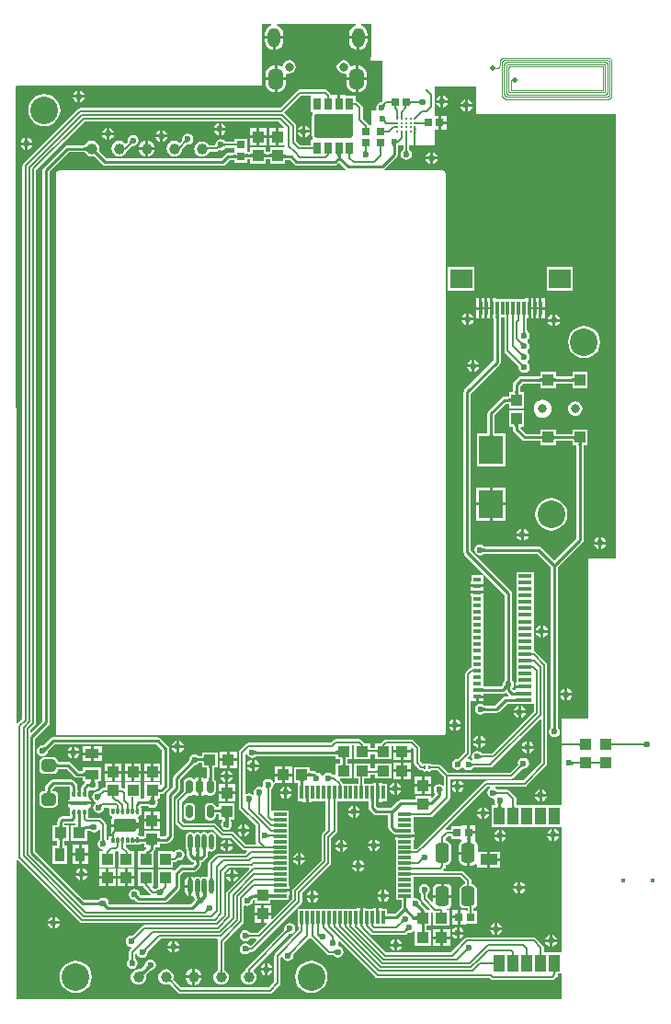
<source format=gtl>
%FSTAX34Y34*%
%MOMM*%
%SFA1B1*%

%IPPOS*%
%AMD12*
4,1,8,-0.347980,-0.899160,0.347980,-0.899160,0.599440,-0.647700,0.599440,0.647700,0.347980,0.899160,-0.347980,0.899160,-0.599440,0.647700,-0.599440,-0.647700,-0.347980,-0.899160,0.0*
1,1,0.504000,-0.347980,-0.647700*
1,1,0.504000,0.347980,-0.647700*
1,1,0.504000,0.347980,0.647700*
1,1,0.504000,-0.347980,0.647700*
%
%AMD14*
4,1,8,-0.299720,0.449580,-0.299720,-0.449580,-0.149860,-0.599440,0.149860,-0.599440,0.299720,-0.449580,0.299720,0.449580,0.149860,0.599440,-0.149860,0.599440,-0.299720,0.449580,0.0*
1,1,0.300000,-0.149860,0.449580*
1,1,0.300000,-0.149860,-0.449580*
1,1,0.300000,0.149860,-0.449580*
1,1,0.300000,0.149860,0.449580*
%
%AMD16*
4,1,8,-0.906780,-0.604520,0.906780,-0.604520,1.010920,-0.502920,1.010920,0.502920,0.906780,0.604520,-0.906780,0.604520,-1.010920,0.502920,-1.010920,-0.502920,-0.906780,-0.604520,0.0*
1,1,0.205800,-0.906780,-0.502920*
1,1,0.205800,0.906780,-0.502920*
1,1,0.205800,0.906780,0.502920*
1,1,0.205800,-0.906780,0.502920*
%
%AMD20*
4,1,8,-0.749300,-0.200660,0.749300,-0.200660,0.800100,-0.149860,0.800100,0.149860,0.749300,0.200660,-0.749300,0.200660,-0.800100,0.149860,-0.800100,-0.149860,-0.749300,-0.200660,0.0*
1,1,0.100000,-0.749300,-0.149860*
1,1,0.100000,0.749300,-0.149860*
1,1,0.100000,0.749300,0.149860*
1,1,0.100000,-0.749300,0.149860*
%
%AMD32*
4,1,8,0.650240,-0.302260,0.650240,0.302260,0.401320,0.551180,-0.401320,0.551180,-0.650240,0.302260,-0.650240,-0.302260,-0.401320,-0.551180,0.401320,-0.551180,0.650240,-0.302260,0.0*
1,1,0.495000,0.401320,-0.302260*
1,1,0.495000,0.401320,0.302260*
1,1,0.495000,-0.401320,0.302260*
1,1,0.495000,-0.401320,-0.302260*
%
%AMD33*
4,1,8,0.000000,0.185420,0.000000,0.185420,-0.088900,0.093980,-0.088900,-0.093980,0.000000,-0.185420,0.000000,-0.185420,0.088900,-0.093980,0.088900,0.093980,0.000000,0.185420,0.0*
1,1,0.180000,0.000000,0.093980*
1,1,0.180000,0.000000,0.093980*
1,1,0.180000,0.000000,-0.093980*
1,1,0.180000,0.000000,-0.093980*
%
%ADD10C,0.100000*%
%ADD11R,0.999998X1.099998*%
G04~CAMADD=12~8~0.0~0.0~472.4~708.7~99.2~0.0~15~0.0~0.0~0.0~0.0~0~0.0~0.0~0.0~0.0~0~0.0~0.0~0.0~180.0~472.0~708.0*
%ADD12D12*%
%ADD13C,0.299999*%
G04~CAMADD=14~8~0.0~0.0~472.4~236.2~59.1~0.0~15~0.0~0.0~0.0~0.0~0~0.0~0.0~0.0~0.0~0~0.0~0.0~0.0~90.0~236.0~472.0*
%ADD14D14*%
%ADD15O,0.449999X1.399997*%
G04~CAMADD=16~8~0.0~0.0~795.3~476.4~40.5~0.0~15~0.0~0.0~0.0~0.0~0~0.0~0.0~0.0~0.0~0~0.0~0.0~0.0~180.0~796.0~477.0*
%ADD16D16*%
%ADD17R,0.299999X0.200000*%
%ADD18R,0.999998X1.599997*%
%ADD19R,1.599997X0.999998*%
G04~CAMADD=20~8~0.0~0.0~629.9~157.5~19.7~0.0~15~0.0~0.0~0.0~0.0~0~0.0~0.0~0.0~0.0~0~0.0~0.0~0.0~180.0~630.0~157.0*
%ADD20D20*%
%ADD21R,0.319999X0.150000*%
%ADD22R,0.709999X1.129998*%
%ADD23R,0.299999X1.199998*%
%ADD24R,1.199998X0.299999*%
%ADD25R,0.799998X0.749999*%
%ADD26R,1.099998X0.999998*%
%ADD27C,0.999998*%
%ADD28R,1.999996X1.799996*%
%ADD29R,0.299999X1.299997*%
%ADD30R,1.249998X0.299999*%
%ADD31R,0.699999X0.299999*%
G04~CAMADD=32~8~0.0~0.0~433.1~511.8~97.4~0.0~15~0.0~0.0~0.0~0.0~0~0.0~0.0~0.0~0.0~0~0.0~0.0~0.0~270.0~513.0~434.0*
%ADD32D32*%
G04~CAMADD=33~8~0.0~0.0~70.9~145.7~35.4~0.0~15~0.0~0.0~0.0~0.0~0~0.0~0.0~0.0~0.0~0~0.0~0.0~0.0~0.0~70.9~145.7*
%ADD33D33*%
%ADD34R,0.749999X0.799998*%
%ADD35R,0.899998X1.299997*%
%ADD36R,1.299997X0.899998*%
%ADD37R,2.199996X2.599995*%
%ADD38C,0.253999*%
%ADD39C,0.150000*%
%ADD40C,0.200000*%
%ADD41C,0.250000*%
%ADD42C,0.499999*%
%ADD43C,0.799998*%
%ADD44C,0.374999*%
%ADD45O,1.149998X1.799996*%
%ADD46O,1.399997X1.999996*%
%ADD47C,2.539995*%
%ADD48C,0.599999*%
%ADD49C,0.507999*%
%LNblue_v05-1*%
%LPD*%
G36*
X1430946Y0555534D02*
X1430514Y0555011D01*
X1430338Y0554752*
X1430189Y0554495*
X1430068Y055424*
X1429974Y0553986*
X1429906Y0553734*
X1429865Y0553484*
X1429852Y0553235*
X1428352*
X1428339Y0553484*
X1428298Y0553734*
X1428231Y0553986*
X1428136Y055424*
X1428014Y0554495*
X1427866Y0554752*
X142769Y0555011*
X1427488Y0555272*
X1427259Y0555534*
X1427002Y0555798*
X1431202*
X1430946Y0555534*
G37*
G36*
X13558Y0550022D02*
X1355691Y0550108D01*
X135556Y0550153*
X1355409Y0550156*
X1355236Y0550118*
X1355043Y0550038*
X1354829Y0549917*
X1354594Y0549754*
X1354339Y054955*
X1354062Y0549304*
X1353764Y0549017*
X1352757Y055013*
X1353042Y0550426*
X1353491Y0550957*
X1353655Y0551193*
X1353778Y0551409*
X1353861Y0551606*
X1353904Y0551782*
X1353906Y0551939*
X1353867Y0552075*
X1353788Y0552192*
X13558Y0550022*
G37*
G36*
X1495924Y0557668D02*
X1495946Y0557414D01*
X1495982Y0557188*
X1496032Y0556994*
X1496097Y0556828*
X1496176Y0556693*
X149627Y0556589*
X1496377Y0556514*
X14965Y0556468*
X1496637Y0556454*
X1493697*
X1493834Y0556468*
X1493957Y0556514*
X1494064Y0556589*
X1494158Y0556693*
X1494237Y0556828*
X1494302Y0556994*
X1494352Y0557188*
X1494388Y0557414*
X149441Y0557668*
X1494417Y0557953*
X1495917*
X1495924Y0557668*
G37*
G36*
X1461439Y0558511D02*
X1461565Y0556555D01*
X1461599Y0556479*
X1461637Y0556454*
X1458697*
X1458735Y0556479*
X1458769Y0556555*
X1458799Y0556682*
X1458825Y055686*
X1458865Y0557368*
X1458897Y0558993*
X1461437*
X1461439Y0558511*
G37*
G36*
X1422736Y0548559D02*
X1422304Y0548036D01*
X1422128Y0547778*
X1421979Y054752*
X1421858Y0547265*
X1421765Y0547011*
X1421696Y0546759*
X1421655Y0546509*
X1421642Y054626*
X1420142*
X1420129Y0546509*
X1420088Y0546759*
X1420021Y0547011*
X1419926Y0547265*
X1419804Y054752*
X1419656Y0547778*
X1419481Y0548036*
X1419278Y0548297*
X1419049Y0548559*
X1418792Y0548823*
X1422992*
X1422736Y0548559*
G37*
G36*
X14915Y05445D02*
X1491377Y0544454D01*
X149127Y0544379*
X1491176Y0544275*
X1491097Y054414*
X1491032Y0543974*
X1490982Y054378*
X1490946Y0543554*
X1490924Y05433*
X1490917Y0543015*
X1489417*
X148941Y05433*
X1489388Y0543554*
X1489352Y054378*
X1489302Y0543974*
X1489237Y054414*
X1489158Y0544275*
X1489064Y0544379*
X1488957Y0544454*
X1488834Y05445*
X1488697Y0544514*
X1491637*
X14915Y05445*
G37*
G36*
X1588847Y0551096D02*
X1588719Y0550901D01*
X1588606Y0550693*
X1588509Y0550471*
X1588426Y0550235*
X1588358Y0549985*
X1588306Y0549722*
X1588268Y0549445*
X1588245Y0549155*
X1588238Y054885*
X1585698Y0548618*
X1585689Y0548923*
X1585662Y0549212*
X1585618Y0549485*
X1585555Y0549741*
X1585475Y0549981*
X1585376Y0550204*
X158526Y055041*
X1585126Y05506*
X1584974Y0550773*
X1584804Y0550929*
X158899Y0551277*
X1588847Y0551096*
G37*
G36*
X1638584Y0552151D02*
X1639107Y055172D01*
X1639365Y0551544*
X1639623Y0551395*
X1639878Y0551274*
X1640132Y055118*
X1640384Y0551112*
X1640634Y0551072*
X1640883Y0551058*
Y0549558*
X1640634Y0549545*
X1640384Y0549504*
X1640132Y0549436*
X1639878Y0549342*
X1639623Y054922*
X1639365Y0549072*
X1639107Y0548897*
X1638846Y0548694*
X1638584Y0548464*
X163832Y0548208*
Y0552408*
X1638584Y0552151*
G37*
G36*
X1515857Y0557668D02*
X1515879Y0557414D01*
X1515917Y0557188*
X1515969Y0556994*
X1516036Y0556828*
X1516119Y0556693*
X1516216Y0556589*
X1516329Y0556514*
X1516457Y0556468*
X1516599Y0556454*
X1513697*
X1513821Y0556468*
X1513932Y0556514*
X151403Y0556589*
X1514114Y0556693*
X1514186Y0556828*
X1514245Y0556994*
X151429Y0557188*
X1514323Y0557414*
X1514343Y0557668*
X1514349Y0557953*
X1515849*
X1515857Y0557668*
G37*
G36*
X1471965Y0567752D02*
X1472572Y0567217D01*
X1472742Y0567089*
X1472897Y0566988*
X1473035Y0566912*
X1473157Y0566861*
X1473263Y0566836*
X1473354Y0566837*
X147094Y0564638*
X147095Y0564731*
X1470936Y0564837*
X1470897Y0564958*
X1470833Y0565092*
X1470745Y056524*
X1470632Y0565401*
X1470494Y0565577*
X1470145Y0565969*
X1469934Y0566186*
X147173Y0567982*
X1471965Y0567752*
G37*
G36*
X1465762Y0569383D02*
X1465838Y0569167D01*
X1465965Y0568976*
X1466143Y0568811*
X1466372Y0568671*
X1466651Y0568557*
X1466981Y0568468*
X1467362Y0568405*
X1467794Y0568367*
X1468276Y0568354*
Y0565814*
X1467794Y0565801*
X1467362Y0565763*
X1466981Y05657*
X1466651Y0565611*
X1466372Y0565497*
X1466143Y0565357*
X1465965Y0565192*
X1465838Y0565001*
X1465762Y0564785*
X1465736Y0564544*
Y0569624*
X1465762Y0569383*
G37*
G36*
X1529914Y0568195D02*
X1529899Y0568338D01*
X1529853Y0568465*
X1529776Y0568577*
X1529669Y0568675*
X1529531Y0568758*
X1529363Y0568825*
X1529164Y0568878*
X1528934Y0568915*
X1528674Y0568937*
X1528384Y0568945*
Y0570445*
X1528674Y0570452*
X1528934Y0570475*
X1529164Y0570512*
X1529363Y0570565*
X1529531Y0570633*
X1529669Y0570715*
X1529776Y0570812*
X1529853Y0570925*
X1529899Y0571053*
X1529914Y0571195*
Y0568195*
G37*
G36*
X1521462Y0571053D02*
X1521507Y0570925D01*
X1521583Y0570812*
X1521688Y0570715*
X1521822Y0570633*
X1521988Y0570565*
X1522183Y0570512*
X1522407Y0570475*
X1522663Y0570452*
X1522947Y0570445*
Y0568945*
X1522663Y0568937*
X1522407Y0568915*
X1522183Y0568878*
X1521988Y0568825*
X1521822Y0568758*
X1521688Y0568675*
X1521583Y0568577*
X1521507Y0568465*
X1521462Y0568338*
X1521448Y0568195*
Y0571195*
X1521462Y0571053*
G37*
G36*
X1486969Y05658D02*
X1487492Y0565367D01*
X1487751Y0565192*
X1488008Y0565044*
X1488263Y0564922*
X1488517Y0564827*
X1488769Y056476*
X1489019Y0564719*
X1489268Y0564706*
Y0563206*
X1489019Y0563193*
X1488769Y0563152*
X1488517Y0563085*
X1488263Y0562991*
X1488008Y0562868*
X1487751Y056272*
X1487492Y0562545*
X1487231Y0562342*
X1486969Y0562112*
X1486705Y0561856*
Y0566056*
X1486969Y05658*
G37*
G36*
X1462466Y0561719D02*
X146225Y0561642D01*
X1462059Y0561514*
X1461894Y0561334*
X1461755Y0561102*
X146164Y056082*
X1461551Y0560485*
X1461488Y05601*
X146145Y0559663*
X1461437Y0559174*
X1458897*
X1458884Y0559663*
X1458846Y05601*
X1458783Y0560485*
X1458694Y056082*
X1458579Y0561102*
X145844Y0561334*
X1458275Y0561514*
X1458084Y0561642*
X1457868Y0561719*
X1457627Y0561745*
X1462707*
X1462466Y0561719*
G37*
G36*
X1516457Y0565466D02*
X1516329Y056542D01*
X1516216Y0565343*
X1516119Y0565236*
X1516036Y0565098*
X1515969Y056493*
X1515917Y0564731*
X1515879Y0564501*
X1515857Y0564241*
X1515849Y056395*
X1514349*
X1514341Y0564241*
X1514319Y0564501*
X1514282Y0564731*
X1514229Y056493*
X1514161Y0565098*
X1514079Y0565236*
X1513982Y0565343*
X1513869Y056542*
X1513742Y0565466*
X1513599Y0565481*
X1516599*
X1516457Y0565466*
G37*
G36*
X1508506Y0581417D02*
X1523506D01*
Y0586014*
X1527787*
Y0581417*
X1542787*
Y0593406*
X1544247*
Y0589687*
X1552287*
X1560327*
Y0591477*
X15615Y0591963*
X1563447Y0590017*
Y0577919*
X1563661Y0576846*
X1564268Y0575936*
X1568353Y0571851*
X1569263Y0571244*
X1570336Y057103*
X1571333*
X1571491Y0570793*
X1572451Y0570152*
X1573582Y0569927*
X1574714Y0570152*
X1575582Y0570733*
X1576451Y0570152*
X1577582Y0569927*
X1578714Y0570152*
X1579673Y0570793*
X1579831Y057103*
X1585024*
X1591215Y0564839*
Y0557622*
X1589945Y0557097*
X1588671Y0557948*
X158672Y0558336*
X1584769Y0557948*
X1583115Y0556843*
X158201Y0555189*
X1581622Y0553238*
X158201Y0551287*
X1583115Y0549633*
X1582611Y0548443*
X1580076Y0545908*
X1578903Y0546394*
Y0547577*
X1564903*
Y0543716*
X1551265*
X1549989Y0543462*
X1548908Y054274*
X1542386Y0536218*
X1530248*
X1528501Y0537965*
Y0541944*
X1528897*
Y0550484*
Y0559024*
X1526127*
Y0558484*
X1517904*
Y056342*
X1523478*
Y0566891*
X1527853*
Y056342*
X1542853*
Y057742*
X1527853*
Y0572499*
X1523478*
Y057742*
X1508478*
Y056342*
X1512295*
Y0558484*
X1497938*
X1497757Y055939*
X149715Y05603*
X1495203Y0562247*
X1495689Y056342*
X1506478*
Y057742*
X150234*
Y0581417*
X1506506*
Y059418*
X1508506*
Y0581417*
G37*
G36*
X14865Y05445D02*
X1486377Y0544454D01*
X148627Y0544379*
X1486176Y0544275*
X1486097Y054414*
X1486032Y0543974*
X1485982Y054378*
X1485946Y0543554*
X1485924Y05433*
X1485917Y0543015*
X1484417*
X148441Y05433*
X1484388Y0543554*
X1484352Y054378*
X1484302Y0543974*
X1484237Y054414*
X1484158Y0544275*
X1484064Y0544379*
X1483957Y0544454*
X1483834Y05445*
X1483697Y0544514*
X1486637*
X14865Y05445*
G37*
G36*
X1599728Y0511784D02*
X1599713Y0511926D01*
X1599667Y0512054*
X159959Y0512167*
X1599483Y0512264*
X1599345Y0512346*
X1599177Y0512414*
X1598978Y0512466*
X1598749Y0512504*
X1598488Y0512527*
X1598198Y0512534*
Y0514034*
X1598488Y0514042*
X1598749Y0514064*
X1598978Y0514102*
X1599177Y0514154*
X1599345Y0514221*
X1599483Y0514304*
X159959Y0514402*
X1599667Y0514514*
X1599713Y0514641*
X1599728Y0514784*
Y0511784*
G37*
G36*
X1434197Y0509226D02*
X1434183Y0509369D01*
X1434137Y0509496*
X1434063Y0509608*
X1433957Y0509706*
X1433823Y0509789*
X1433657Y0509856*
X1433462Y0509909*
X1433238Y0509946*
X1432983Y0509968*
X1432698Y0509976*
Y0511476*
X1432983Y0511481*
X1433462Y0511519*
X1433657Y0511552*
X1433823Y0511595*
X1433957Y0511648*
X1434063Y051171*
X1434137Y0511782*
X1434183Y0511863*
X1434197Y0511953*
Y0509226*
G37*
G36*
X1549197Y0514015D02*
X1549172Y0514052D01*
X1549096Y0514086*
X1548969Y0514116*
X1548791Y0514142*
X1548283Y0514182*
X1546657Y0514214*
Y0516754*
X154714Y0516756*
X1549096Y0516882*
X1549172Y0516916*
X1549197Y0516953*
Y0514015*
G37*
G36*
X1434197D02*
X1434183Y0514151D01*
X1434137Y0514273*
X1434063Y0514381*
X1433957Y0514475*
X1433823Y0514554*
X1433657Y0514619*
X1433462Y0514669*
X1433238Y0514705*
X1432983Y0514727*
X1432698Y0514734*
Y0516234*
X1432983Y0516241*
X1433238Y0516263*
X1433462Y0516299*
X1433657Y0516349*
X1433823Y0516414*
X1433957Y0516493*
X1434063Y0516586*
X1434137Y0516695*
X1434183Y0516817*
X1434197Y0516953*
Y0514015*
G37*
G36*
X161523Y0505922D02*
X1615267Y0505491D01*
X161533Y0505112*
X1615417Y0504783*
X161553Y0504504*
X1615667Y0504277*
X161583Y0504099*
X1616017Y0503973*
X1616229Y0503897*
X1616467Y0503872*
X1611467*
X1611704Y0503897*
X1611917Y0503973*
X1612105Y0504099*
X1612267Y0504277*
X1612405Y0504504*
X1612517Y0504783*
X1612604Y0505112*
X1612667Y0505491*
X1612705Y0505922*
X1612717Y0506402*
X1615217*
X161523Y0505922*
G37*
G36*
X1590624Y0505111D02*
X1590647Y0504851D01*
X1590684Y0504622*
X1590737Y0504423*
X1590805Y0504254*
X1590887Y0504117*
X1590985Y050401*
X1591097Y0503933*
X1591224Y0503887*
X1591367Y0503872*
X1588367*
X1588509Y0503887*
X1588637Y0503933*
X1588749Y050401*
X1588847Y0504117*
X158893Y0504254*
X1588997Y0504423*
X1589049Y0504622*
X1589087Y0504851*
X158911Y0505111*
X1589117Y0505402*
X1590617*
X1590624Y0505111*
G37*
G36*
X1428762Y0512569D02*
X1429285Y0512137D01*
X1429544Y0511962*
X1429801Y0511813*
X1430056Y0511692*
X143031Y0511598*
X1430562Y051153*
X1430812Y051149*
X1431061Y0511476*
Y0509976*
X1430812Y0509962*
X1430562Y0509922*
X143031Y0509854*
X1430056Y050976*
X1429801Y0509639*
X1429544Y050949*
X1429285Y0509314*
X1429024Y0509112*
X1428762Y0508883*
X1428498Y0508626*
Y0512826*
X1428762Y0512569*
G37*
G36*
X1616229Y050972D02*
X1616017Y0509644D01*
X161583Y0509517*
X1615667Y050934*
X161553Y0509112*
X1615417Y0508834*
X161533Y0508505*
X1615267Y0508125*
X161523Y0507695*
X1615217Y0507214*
X1612717*
X1612705Y0507695*
X1612667Y0508125*
X1612604Y0508505*
X1612517Y0508834*
X1612405Y0509112*
X1612267Y050934*
X1612105Y0509517*
X1611917Y0509644*
X1611704Y050972*
X1611467Y0509745*
X1616467*
X1616229Y050972*
G37*
G36*
X1434197Y0519015D02*
X1434183Y0519151D01*
X1434137Y0519273*
X1434063Y0519381*
X1433957Y0519475*
X1433823Y0519554*
X1433657Y0519619*
X1433462Y0519669*
X1433238Y0519705*
X1432983Y0519727*
X1432698Y0519734*
Y0521234*
X1432983Y0521241*
X1433238Y0521263*
X1433462Y0521299*
X1433657Y0521349*
X1433823Y0521414*
X1433957Y0521493*
X1434063Y0521587*
X1434137Y0521695*
X1434183Y0521817*
X1434197Y0521953*
Y0519015*
G37*
G36*
X1576866Y0542561D02*
X1576939Y054237D01*
X157706Y0542202*
X157723Y0542056*
X1577448Y0541933*
X1577714Y0541832*
X1578029Y0541753*
X1578393Y0541697*
X1578805Y0541663*
X1579265Y0541652*
Y0539112*
X1578805Y0539101*
X1578393Y0539067*
X1578029Y0539011*
X1577714Y0538932*
X1577448Y0538831*
X157723Y0538708*
X157706Y0538562*
X1576939Y0538394*
X1576866Y0538203*
X1576842Y0537989*
Y0542774*
X1576866Y0542561*
G37*
G36*
X1566964Y0537842D02*
X1566938Y0538083D01*
X1566861Y0538299*
X1566733Y053849*
X1566553Y0538655*
X1566321Y0538795*
X1566039Y0538909*
X1565705Y0538998*
X1565319Y0539061*
X1564882Y0539099*
X1564394Y0539112*
Y0541652*
X1564882Y0541665*
X1565319Y0541703*
X1565705Y0541766*
X1566039Y0541855*
X1566321Y0541969*
X1566553Y0542109*
X1566733Y0542274*
X1566861Y0542465*
X1566938Y0542681*
X1566964Y0542922*
Y0537842*
G37*
G36*
X1526599Y0544489D02*
X1526565Y0544413D01*
X1526535Y0544286*
X1526509Y0544108*
X1526469Y05436*
X1526437Y0541975*
X1523897*
X1523895Y0542457*
X1523769Y0544413*
X1523735Y0544489*
X1523697Y0544514*
X1526637*
X1526599Y0544489*
G37*
G36*
X1413503Y0542234D02*
X141307Y0541711D01*
X1412895Y0541453*
X1412746Y0541195*
X1412625Y054094*
X141253Y0540686*
X1412463Y0540434*
X1412423Y0540184*
X1412409Y0539935*
X1410909*
X1410895Y0540184*
X1410855Y0540434*
X1410788Y0540686*
X1410693Y054094*
X1410572Y0541195*
X1410423Y0541453*
X1410248Y0541711*
X1410045Y0541972*
X1409815Y0542234*
X1409559Y0542498*
X1413759*
X1413503Y0542234*
G37*
G36*
X1561151Y0531817D02*
X1561197Y0531695D01*
X1561271Y0531586*
X1561377Y0531493*
X1561511Y0531414*
X1561677Y0531349*
X1561872Y0531299*
X1562096Y0531263*
X1562351Y0531241*
X1562636Y0531234*
Y0529734*
X1562351Y0529727*
X1562096Y0529705*
X1561872Y0529669*
X1561677Y0529619*
X1561511Y0529554*
X1561377Y0529475*
X1561271Y0529381*
X1561197Y0529273*
X1561151Y0529151*
X1561137Y0529015*
Y0531953*
X1561151Y0531817*
G37*
G36*
X1434197Y0524015D02*
X1434183Y0524151D01*
X1434137Y0524273*
X1434063Y0524381*
X1433957Y0524475*
X1433823Y0524554*
X1433657Y0524619*
X1433462Y0524669*
X1433238Y0524705*
X1432983Y0524727*
X1432698Y0524734*
Y0526234*
X1432983Y0526241*
X1433238Y0526263*
X1433462Y0526299*
X1433657Y0526349*
X1433823Y0526415*
X1433957Y0526493*
X1434063Y0526586*
X1434137Y0526695*
X1434183Y0526817*
X1434197Y0526953*
Y0524015*
G37*
G36*
X1655826Y0537863D02*
X1655847Y0537602D01*
X1655884Y0537373*
X1655937Y0537174*
X1656005Y0537006*
X1656087Y0536868*
X1656184Y0536761*
X1656297Y0536684*
X1656424Y0536638*
X1656567Y0536623*
X1653567*
X1653709Y0536638*
X1653837Y0536684*
X165395Y0536761*
X1654048Y0536868*
X165413Y0537006*
X1654197Y0537174*
X1654249Y0537373*
X1654287Y0537602*
X1654309Y0537863*
X1654317Y0538153*
X1655817*
X1655826Y0537863*
G37*
G36*
X1644507Y0540789D02*
X1644342Y0540627D01*
X1644194Y0540449*
X1644063Y0540255*
X164395Y0540045*
X1643855Y0539819*
X1643776Y0539577*
X1643715Y0539319*
X1643672Y0539046*
X1643648Y0538779*
X164365Y0538705*
X1643688Y0538268*
X1643751Y0537883*
X164384Y0537548*
X1643955Y0537266*
X1644094Y0537034*
X1644259Y0536854*
X164445Y0536726*
X1644666Y0536649*
X1644907Y0536623*
X1639827*
X1640068Y0536649*
X1640284Y0536726*
X1640475Y0536854*
X164064Y0537034*
X1640779Y0537266*
X1640894Y0537548*
X1640983Y0537883*
X1641046Y0538268*
X1641084Y0538705*
X1641089Y0538894*
Y0538896*
X1641066Y0539186*
X1641026Y0539462*
X1640971Y0539724*
X1640901Y0539972*
X1640815Y0540206*
X1640713Y0540425*
X1640595Y0540631*
X1640461Y0540822*
X1640313Y0540999*
X1644507Y0540789*
G37*
G36*
X1659704Y0640414D02*
X1659679Y0640452D01*
X1659603Y0640486*
X1659476Y0640516*
X1659298Y0640542*
X165879Y0640582*
X1657164Y0640614*
Y0643154*
X1657647Y0643156*
X1659603Y0643282*
X1659679Y0643316*
X1659704Y0643353*
Y0640414*
G37*
G36*
Y0634415D02*
X1659679Y0634452D01*
X1659603Y0634486*
X1659476Y0634516*
X1659298Y0634542*
X165879Y0634582*
X1657164Y0634614*
Y0637154*
X1657647Y0637156*
X1659603Y0637282*
X1659679Y0637316*
X1659704Y0637354*
Y0634415*
G37*
G36*
X164968Y0648142D02*
X1652667D01*
X1652509Y0647971*
X1652368Y0647786*
X1652244Y0647586*
X1652136Y0647371*
X1652044Y0647141*
X165197Y0646896*
X1651912Y0646636*
X165187Y0646361*
X1651845Y0646071*
X1651837Y0645766*
X1649297*
X1649289Y0646071*
X1649264Y0646361*
X1649222Y0646636*
X1649164Y0646896*
Y0646897*
X1649163Y0646896*
X1648938Y0646754*
X1648715Y0646589*
X1648492Y0646401*
X164827Y0646191*
X1646474Y0647987*
X1646684Y0648209*
X1646872Y0648431*
X1647037Y0648655*
X1647179Y064888*
X16473Y0649106*
X1647398Y0649333*
X1647474Y0649562*
X1647527Y0649791*
X1647558Y0650022*
X1647567Y0650254*
X164968Y0648142*
G37*
G36*
X1625169Y0646316D02*
X1625245Y0646282D01*
X1625372Y0646252*
X162555Y0646226*
X1626058Y0646186*
X1627683Y0646154*
Y0643614*
X1627201Y0643612*
X1625245Y0643486*
X1625169Y0643452*
X1625144Y0643415*
Y0646354*
X1625169Y0646316*
G37*
G36*
X171672Y0592859D02*
X17167Y0593049D01*
X1716639Y0593219*
X1716537Y0593369*
X1716395Y0593499*
X1716212Y0593609*
X1715989Y0593699*
X1715725Y0593769*
X171542Y0593819*
X1715075Y0593849*
X171469Y0593859*
Y0595859*
X1715075Y0595869*
X171542Y0595899*
X1715725Y0595949*
X1715989Y0596019*
X1716212Y0596109*
X1716395Y0596219*
X1716537Y0596349*
X1716639Y0596499*
X17167Y0596669*
X171672Y0596859*
Y0592859*
G37*
G36*
X177632Y0592638D02*
X1776056Y0592895D01*
X1775533Y0593326*
X1775274Y0593502*
X1775017Y0593651*
X1774762Y0593772*
X1774508Y0593866*
X1774256Y0593934*
X1774006Y0593974*
X1773757Y0593988*
Y0595488*
X1774006Y0595503*
X1774256Y0595542*
X1774508Y059561*
X1774762Y0595704*
X1775017Y0595825*
X1775274Y0595974*
X1775533Y059615*
X1775794Y0596352*
X1776056Y0596581*
X177632Y0596838*
Y0592638*
G37*
G36*
X1626948Y0629203D02*
X1627133Y0629062D01*
X1627333Y0628938*
X1627548Y062883*
X1627778Y0628739*
X1628023Y0628664*
X1628283Y0628606*
X1628558Y0628564*
X1628848Y0628539*
X1629153Y0628531*
Y0625991*
X1628848Y0625983*
X1628558Y0625958*
X1628283Y0625916*
X1628023Y0625858*
X1627778Y0625783*
X1627548Y0625692*
X1627333Y0625584*
X1627133Y062546*
X1626948Y0625319*
X1626777Y0625161*
Y0629361*
X1626948Y0629203*
G37*
G36*
X1744829Y0596095D02*
X1744875Y0595968D01*
X1744952Y0595856*
X1745059Y0595758*
X1745197Y0595675*
X1745365Y0595608*
X1745564Y0595555*
X1745794Y0595518*
X1746054Y0595495*
X1746345Y0595488*
Y0593988*
X1746054Y0593981*
X1745794Y0593958*
X1745564Y0593921*
X1745365Y0593868*
X1745197Y05938*
X1745059Y0593718*
X1744952Y059362*
X1744875Y0593508*
X1744829Y0593381*
X1744814Y0593238*
Y0596238*
X1744829Y0596095*
G37*
G36*
X1651845Y0654497D02*
X165187Y0654207D01*
X1651912Y0653932*
X165197Y0653672*
X1652044Y0653427*
X1652136Y0653197*
X1652244Y0652982*
X1652368Y0652782*
X1652509Y0652597*
X1652667Y0652426*
X1648467*
X1648625Y0652597*
X1648766Y0652782*
X164889Y0652982*
X1648998Y0653197*
X164909Y0653427*
X1649164Y0653672*
X1649222Y0653932*
X1649264Y0654207*
X1649289Y0654497*
X1649297Y0654802*
X1651837*
X1651845Y0654497*
G37*
G36*
X1662356Y0955375D02*
X1662562Y0955226D01*
X1662788Y0955096*
X1663034Y0954983*
X16633Y0954889*
X1663587Y0954812*
X1663894Y0954753*
X1664222Y0954712*
X1664569Y0954689*
X1664937Y0954684*
X1661967Y0951714*
X1661962Y0952082*
X1661898Y0952757*
X1661839Y0953064*
X1661762Y0953351*
X1661668Y0953617*
X1661555Y0953864*
X1661425Y0954089*
X1661276Y0954295*
X166111Y095448*
X1662171Y0955541*
X1662356Y0955375*
G37*
G36*
X1662456Y0945575D02*
X1662662Y0945426D01*
X1662887Y0945296*
X1663134Y0945183*
X16634Y0945089*
X1663687Y0945012*
X1663994Y0944953*
X1664322Y0944912*
X1664669Y0944889*
X1665037Y0944884*
X1662067Y0941914*
X1662062Y0942282*
X1661998Y0942957*
X1661939Y0943264*
X1661862Y0943551*
X1661768Y0943817*
X1661655Y0944063*
X1661525Y0944289*
X1661376Y0944495*
X166121Y094468*
X1662271Y0945741*
X1662456Y0945575*
G37*
G36*
X1665732Y097554D02*
X1665771Y097529D01*
X1665839Y0975038*
X1665933Y0974784*
X1666054Y0974529*
X1666203Y0974272*
X1666379Y0974013*
X1666581Y0973752*
X1666811Y097349*
X1667067Y0973226*
X1662867*
X1663124Y097349*
X1663556Y0974013*
X1663731Y0974272*
X1663879Y0974529*
X1664001Y0974784*
X1664096Y0975038*
X1664163Y097529*
X1664204Y097554*
X1664217Y0975789*
X1665717*
X1665732Y097554*
G37*
G36*
X1662356Y0965075D02*
X1662562Y0964926D01*
X1662788Y0964796*
X1663034Y0964683*
X16633Y0964589*
X1663587Y0964512*
X1663894Y0964453*
X1664222Y0964412*
X1664569Y0964389*
X1664937Y0964384*
X1661967Y0961414*
X1661962Y0961782*
X1661898Y0962457*
X1661839Y0962764*
X1661762Y0963051*
X1661668Y0963317*
X1661555Y0963564*
X1661425Y0963789*
X1661276Y0963995*
X166111Y096418*
X1662171Y0965241*
X1662356Y0965075*
G37*
G36*
X1672155Y0666937D02*
X1672188Y0666873D01*
X1672245Y0666817*
X1672323Y0666768*
X1672424Y0666727*
X1672548Y0666694*
X1672694Y0666668*
X1672862Y0666649*
X1673267Y0666634*
Y0665134*
X1673054Y066513*
X1672694Y06651*
X1672548Y0665074*
X1672424Y0665041*
X1672323Y0665*
X1672245Y0664951*
X1672188Y0664895*
X1672155Y0664832*
X1672143Y0664761*
Y0667008*
X1672155Y0666937*
G37*
G36*
X1618235Y0661543D02*
X1618221Y0661655D01*
X161818Y0661756*
X1618111Y0661844*
X1618015Y0661921*
X1617892Y0661986*
X1617741Y0662039*
X1617563Y0662081*
X1617357Y066211*
X1617124Y0662128*
X1616863Y0662134*
Y0663634*
X1617124Y066364*
X1617357Y0663658*
X1617563Y0663687*
X1617741Y0663729*
X1617892Y0663782*
X1618015Y0663847*
X1618111Y0663924*
X161818Y0664012*
X1618221Y0664113*
X1618235Y0664225*
Y0661543*
G37*
G36*
X1672158Y0679217D02*
X1672203Y0679095D01*
X1672279Y0678987*
X1672383Y0678893*
X1672519Y0678815*
X1672683Y0678749*
X1672878Y0678699*
X1673104Y0678663*
X1673359Y0678641*
X1673644Y0678634*
Y0677134*
X1673359Y0677127*
X1673104Y0677105*
X1672878Y0677069*
X1672683Y0677019*
X1672519Y0676954*
X1672383Y0676875*
X1672279Y0676781*
X1672203Y0676673*
X1672158Y0676551*
X1672143Y0676414*
Y0679353*
X1672158Y0679217*
G37*
G36*
Y0673217D02*
X1672203Y0673094D01*
X1672279Y0672987*
X1672383Y0672893*
X1672519Y0672814*
X1672683Y0672749*
X1672878Y0672699*
X1673104Y0672663*
X1673359Y0672641*
X1673644Y0672634*
Y0671134*
X1673359Y0671127*
X1673104Y0671105*
X1672878Y0671069*
X1672683Y0671019*
X1672519Y0670954*
X1672383Y0670875*
X1672279Y0670781*
X1672203Y0670674*
X1672158Y0670551*
X1672143Y0670414*
Y0673354*
X1672158Y0673217*
G37*
G36*
X1529818Y0587318D02*
X1529802Y0587461D01*
X1529757Y0587588*
X1529683Y05877*
X1529578Y0587798*
X1529443Y0587881*
X1529278Y0587948*
X1529083Y0588001*
X1528857Y0588038*
X1528603Y058806*
X1528318Y0588068*
Y0589568*
X1528603Y0589575*
X1528857Y0589598*
X1529083Y0589635*
X1529278Y0589688*
X1529443Y0589756*
X1529578Y0589838*
X1529683Y0589935*
X1529757Y0590048*
X1529802Y0590176*
X1529818Y0590318*
Y0587318*
G37*
G36*
X1709021Y0579443D02*
X1709544Y057901D01*
X1709803Y0578835*
X171006Y0578687*
X1710315Y0578565*
X1710569Y057847*
X1710821Y0578403*
X1711071Y0578362*
X171132Y0578349*
Y0576849*
X1711071Y0576836*
X1710821Y0576795*
X1710569Y0576728*
X1710315Y0576633*
X171006Y0576511*
X1709803Y0576363*
X1709544Y0576188*
X1709283Y0575985*
X1709021Y0575755*
X1708757Y0575499*
Y0579699*
X1709021Y0579443*
G37*
G36*
X1500289Y0577441D02*
X1500327Y0577004D01*
X1500391Y0576619*
X1500479Y0576284*
X1500594Y0576002*
X1500733Y057577*
X1500899Y057559*
X1501089Y0575462*
X1501305Y0575385*
X1501546Y0575359*
X1496466*
X1496708Y0575385*
X1496923Y0575462*
X1497114Y057559*
X1497279Y057577*
X1497419Y0576002*
X1497533Y0576284*
X1497622Y0576619*
X1497685Y0577004*
X1497723Y0577441*
X1497736Y0577929*
X1500276*
X1500289Y0577441*
G37*
G36*
X171672Y0576099D02*
X1716705Y0576241D01*
X1716659Y0576369*
X1716582Y0576482*
X1716475Y057658*
X1716337Y0576661*
X1716169Y0576729*
X171597Y0576781*
X171574Y0576819*
X171548Y0576841*
X1715189Y0576849*
Y0578349*
X171548Y0578358*
X171574Y0578379*
X171597Y0578417*
X1716169Y0578469*
X1716337Y0578536*
X1716475Y0578619*
X1716582Y0578716*
X1716659Y0578829*
X1716705Y0578956*
X171672Y0579099*
Y0576099*
G37*
G36*
X1724038Y0576649D02*
X172402Y0576638D01*
X172398Y0576607*
X1723841Y0576479*
X1722936Y057559*
X1722229Y0576297*
X1723288Y05774*
X1724038Y0576649*
G37*
G36*
X1578252Y0575178D02*
X1578305Y0575053D01*
X1578391Y0574943*
X1578513Y0574848*
X1578669Y0574767*
X1578859Y0574701*
X1579085Y057465*
X1579345Y0574613*
X1579639Y0574591*
X1579969Y0574584*
Y0573084*
X1579639Y0573077*
X1579085Y0573018*
X1578859Y0572967*
X1578669Y0572901*
X1578513Y057282*
X1578391Y0572725*
X1578305Y0572615*
X1578252Y057249*
X1578235Y0572351*
Y0575317*
X1578252Y0575178*
G37*
G36*
X1572929Y0572351D02*
X1572912Y057249D01*
X157286Y0572615*
X1572773Y0572725*
X1572652Y057282*
X1572496Y0572901*
X1572305Y0572967*
X157208Y0573018*
X157182Y0573055*
X1571525Y0573077*
X1571196Y0573084*
Y0574584*
X1571525Y0574591*
X157208Y057465*
X1572305Y0574701*
X1572496Y0574767*
X1572652Y0574848*
X1572773Y0574943*
X157286Y0575053*
X1572912Y0575178*
X1572929Y0575317*
Y0572351*
G37*
G36*
X1616122Y0577985D02*
X1616645Y0577554D01*
X1616904Y0577378*
X1617161Y0577229*
X1617416Y0577108*
X161767Y0577014*
X1617922Y0576946*
X1618172Y0576906*
X1618421Y0576892*
Y0575392*
X1618172Y0575378*
X1617922Y0575338*
X161767Y057527*
X1617416Y0575176*
X1617161Y0575056*
X1616904Y0574906*
X1616645Y057473*
X1616384Y0574528*
X1616122Y0574299*
X1615858Y0574042*
Y0578242*
X1616122Y0577985*
G37*
G36*
X1664778Y0574507D02*
X1664396Y0574449D01*
X16637Y05743*
X1663387Y0574209*
X1663096Y0574106*
X1662829Y0573992*
X1662585Y0573867*
X1662363Y0573731*
X1662165Y0573584*
X1661989Y0573426*
X1660772Y0574329*
X1660943Y0574522*
X1661091Y0574731*
X1661216Y0574958*
X1661316Y0575202*
X1661392Y0575463*
X1661445Y0575741*
X1661474Y0576037*
X1661479Y0576349*
X166146Y0576679*
X1661418Y0577026*
X1664778Y0574507*
G37*
G36*
X1726613Y0579216D02*
X1726659Y0579089D01*
X1726736Y0578977*
X1726843Y0578879*
X1726981Y0578796*
X1727149Y0578729*
X1727348Y0578676*
X1727577Y0578639*
X1727838Y0578617*
X1728128Y0578609*
Y0577109*
X1727838Y0577102*
X1727577Y0577079*
X1727348Y0577042*
X1727149Y0576989*
X1726981Y0576921*
X1726843Y0576839*
X1726736Y0576742*
X1726659Y0576629*
X1726613Y0576501*
X1726598Y0576359*
Y0579359*
X1726613Y0579216*
G37*
G36*
X1416552Y058949D02*
X1416746Y0589361D01*
X1416953Y0589246*
X1417174Y0589147*
X141741Y0589063*
X1417658Y0588995*
X1417921Y0588942*
X1418198Y0588903*
X1418489Y0588881*
X1418793Y0588873*
X1418998Y0586333*
X1418692Y0586324*
X1418403Y0586297*
X141813Y0586253*
X1417873Y0586191*
X1417633Y0586111*
X1417409Y0586014*
X1417202Y0585898*
X1417011Y0585765*
X1416836Y0585615*
X1416677Y0585446*
X1416372Y0589635*
X1416552Y058949*
G37*
G36*
X1493537Y0585063D02*
X1493511Y0585304D01*
X1493435Y058552*
X1493308Y0585711*
X149313Y0585876*
X1492902Y0586016*
X1492622Y058613*
X1492292Y0586219*
X1491911Y0586282*
X1491479Y058632*
X1490997Y0586333*
Y0588873*
X1491479Y0588886*
X1491911Y0588924*
X1492292Y0588987*
X1492622Y0589076*
X1492902Y0589191*
X149313Y058933*
X1493308Y0589495*
X1493435Y0589686*
X1493511Y0589902*
X1493537Y0590143*
Y0585063*
G37*
G36*
X152146Y0590176D02*
X1521506Y0590048D01*
X1521583Y0589935*
X152169Y0589838*
X1521827Y0589756*
X1521996Y0589688*
X1522195Y0589635*
X1522424Y0589598*
X1522685Y0589575*
X1522975Y0589568*
Y0588068*
X1522685Y058806*
X1522424Y0588038*
X1522195Y0588001*
X1521996Y0587948*
X1521827Y0587881*
X152169Y0587798*
X1521583Y05877*
X1521506Y0587588*
X152146Y0587461*
X1521445Y0587318*
Y0590318*
X152146Y0590176*
G37*
G36*
X1650548Y0640488D02*
X1650022Y0639218D01*
X1648037*
X1646761Y0638964*
X1645679Y0638241*
X1638033Y0630595*
X1628766*
X1628658Y0630611*
X1628544Y0630637*
X1628453Y0630665*
X1628383Y0630692*
X1628342Y0630713*
X162824Y0630866*
X1626586Y0631971*
X1624635Y0632359*
X1622684Y0631971*
X162103Y0630866*
X1619925Y0629212*
X1619537Y0627261*
X1619925Y062531*
X162103Y0623656*
X1622684Y0622551*
X1624635Y0622163*
X1626586Y0622551*
X162824Y0623656*
X1628342Y0623809*
X1628383Y062383*
X1628453Y0623857*
X1628544Y0623885*
X1628658Y0623911*
X1628766Y0623927*
X1639414*
X164069Y0624181*
X1641771Y0624904*
X1649418Y063255*
X1657674*
Y0632384*
X1659661*
X1659704Y0632375*
X1659748Y0632384*
X1673763*
Y0625011*
X1635848Y0587096*
X1635803Y0587066*
X1635187Y058645*
X1626596*
X162655Y0586462*
X1626471Y0586492*
X1626369Y058654*
X1626246Y0586611*
X1626129Y0586691*
X1625744Y0587009*
X1625737Y0587015*
X162558Y0587251*
X1623926Y0588356*
X1621975Y0588744*
X1620024Y0588356*
X161837Y0587251*
X1617265Y0585597*
X1616877Y0583646*
X1617265Y0581695*
X1617728Y0581002*
X1616813Y0580086*
X1615667Y0580852*
X1613716Y058124*
X1613603Y0581217*
X1612978Y0582388*
X161515Y058456*
X1615757Y058547*
X1615971Y0586543*
Y0634844*
X1620404*
Y0638884*
X1621674*
Y0640154*
X1627714*
Y064155*
X1645167*
X1646443Y0641804*
X1647081Y064223*
X1648209Y0642827*
X1650548Y0640488*
G37*
G36*
X1607175Y057949D02*
X1607005Y05793D01*
X1606857Y0579091*
X1606731Y0578864*
X1606627Y0578619*
X1606545Y0578356*
X1606485Y0578075*
X1606448Y0577775*
X1606432Y0577458*
X1606439Y0577122*
X1606468Y0576768*
X1603218Y0579428*
X1603596Y057947*
X1604287Y0579593*
X1604599Y0579674*
X1604889Y0579769*
X1605157Y0579877*
X1605402Y0579998*
X1605625Y0580133*
X1605826Y058028*
X1606005Y0580442*
X1607175Y057949*
G37*
G36*
X1734936Y0576359D02*
X1734921Y0576501D01*
X1734875Y0576629*
X1734798Y0576742*
X1734691Y0576839*
X1734553Y0576921*
X1734385Y0576989*
X1734186Y0577042*
X1733957Y0577079*
X1733696Y0577102*
X1733406Y0577109*
Y0578609*
X1733696Y0578617*
X1733957Y0578639*
X1734186Y0578676*
X1734385Y0578729*
X1734553Y0578796*
X1734691Y0578879*
X1734798Y0578977*
X1734875Y0579089*
X1734921Y0579216*
X1734936Y0579359*
Y0576359*
G37*
G36*
X1624381Y0585489D02*
X1624904Y0585058D01*
X1625163Y0584882*
X162542Y0584733*
X1625675Y0584612*
X1625929Y0584518*
X1626181Y058445*
X1626431Y058441*
X162668Y0584396*
Y0582896*
X1626431Y0582882*
X1626181Y0582842*
X1625929Y0582774*
X1625675Y058268*
X162542Y0582559*
X1625163Y058241*
X1624904Y0582234*
X1624643Y0582032*
X1624381Y0581803*
X1624117Y0581546*
Y0585746*
X1624381Y0585489*
G37*
G36*
X1501305Y0583452D02*
X1501089Y0583375D01*
X1500899Y0583247*
X1500733Y0583067*
X1500594Y0582835*
X1500479Y0582553*
X1500391Y0582218*
X1500327Y0581833*
X1500289Y0581396*
X1500276Y0580908*
X1497736*
X1497723Y0581396*
X1497685Y0581833*
X1497622Y0582218*
X1497533Y0582553*
X1497419Y0582835*
X1497279Y0583067*
X1497114Y0583247*
X1496923Y0583375*
X1496708Y0583452*
X1496466Y0583478*
X1501546*
X1501305Y0583452*
G37*
G36*
X14815Y04295D02*
X1481377Y0429454D01*
X148127Y0429379*
X1481176Y0429275*
X1481097Y042914*
X1481032Y0428974*
X1480982Y042878*
X1480947Y0428554*
X1480924Y04283*
X1480917Y0428015*
X1479417*
X147941Y04283*
X1479388Y0428554*
X1479352Y042878*
X1479302Y0428974*
X1479237Y042914*
X1479158Y0429275*
X1479064Y0429379*
X1478957Y0429454*
X1478834Y04295*
X1478697Y0429514*
X1481637*
X14815Y04295*
G37*
G36*
X14765D02*
X1476377Y0429454D01*
X147627Y0429379*
X1476176Y0429275*
X1476097Y042914*
X1476032Y0428974*
X1475982Y042878*
X1475946Y0428554*
X1475924Y04283*
X1475917Y0428015*
X1474417*
X147441Y04283*
X1474388Y0428554*
X1474352Y042878*
X1474302Y0428974*
X1474237Y042914*
X1474158Y0429275*
X1474065Y0429379*
X1473957Y0429454*
X1473835Y04295*
X1473697Y0429514*
X1476637*
X14765Y04295*
G37*
G36*
X14915D02*
X1491377Y0429454D01*
X149127Y0429379*
X1491176Y0429275*
X1491097Y042914*
X1491032Y0428974*
X1490982Y042878*
X1490946Y0428554*
X1490924Y04283*
X1490917Y0428015*
X1489417*
X148941Y04283*
X1489388Y0428554*
X1489352Y042878*
X1489302Y0428974*
X1489237Y042914*
X1489158Y0429275*
X1489064Y0429379*
X1488957Y0429454*
X1488834Y04295*
X1488697Y0429514*
X1491637*
X14915Y04295*
G37*
G36*
X14865D02*
X1486377Y0429454D01*
X148627Y0429379*
X1486176Y0429275*
X1486097Y042914*
X1486032Y0428974*
X1485982Y042878*
X1485946Y0428554*
X1485924Y04283*
X1485917Y0428015*
X1484417*
X148441Y04283*
X1484388Y0428554*
X1484352Y042878*
X1484302Y0428974*
X1484237Y042914*
X1484158Y0429275*
X1484064Y0429379*
X1483957Y0429454*
X1483834Y04295*
X1483697Y0429514*
X1486637*
X14865Y04295*
G37*
G36*
X1461637Y0429514D02*
X1461519Y04295D01*
X1461413Y0429454*
X1461321Y0429379*
X146124Y0429275*
X1461172Y042914*
X1461116Y0428974*
X1461073Y042878*
X1461042Y0428554*
X1461023Y04283*
X1461017Y0428015*
X1459517*
X1459509Y0428304*
X1459487Y0428563*
X145945Y0428792*
X1459397Y042899*
X1459329Y0429158*
X1459247Y0429296*
X145915Y0429404*
X1459037Y0429481*
X145891Y0429528*
X1458767Y0429545*
X1461637Y0429514*
G37*
G36*
X1574166Y0430219D02*
X157395Y0430142D01*
X1573759Y0430014*
X1573594Y0429834*
X1573455Y0429602*
X157334Y042932*
X1573251Y0428985*
X1573188Y04286*
X157315Y0428163*
X1573137Y0427675*
X1570597*
X1570584Y0428163*
X1570546Y04286*
X1570483Y0428985*
X1570394Y042932*
X1570279Y0429602*
X157014Y0429834*
X1569975Y0430014*
X1569784Y0430142*
X1569568Y0430219*
X1569327Y0430245*
X1574407*
X1574166Y0430219*
G37*
G36*
X14715Y04295D02*
X1471377Y0429454D01*
X147127Y0429379*
X1471176Y0429275*
X1471097Y042914*
X1471032Y0428974*
X1470982Y042878*
X1470946Y0428554*
X1470924Y04283*
X1470917Y0428015*
X1469417*
X146941Y04283*
X1469388Y0428554*
X1469352Y042878*
X1469302Y0428974*
X1469237Y042914*
X1469158Y0429275*
X1469064Y0429379*
X1468957Y0429454*
X1468834Y04295*
X1468697Y0429514*
X1471637*
X14715Y04295*
G37*
G36*
X14665D02*
X1466377Y0429454D01*
X146627Y0429379*
X1466176Y0429275*
X1466097Y042914*
X1466032Y0428974*
X1465982Y042878*
X1465946Y0428554*
X1465924Y04283*
X1465917Y0428015*
X1464417*
X146441Y04283*
X1464388Y0428554*
X1464352Y042878*
X1464302Y0428974*
X1464237Y042914*
X1464158Y0429275*
X1464064Y0429379*
X1463957Y0429454*
X1463834Y04295*
X1463697Y0429514*
X1466637*
X14665Y04295*
G37*
G36*
X14965D02*
X1496377Y0429454D01*
X149627Y0429379*
X1496176Y0429275*
X1496097Y042914*
X1496032Y0428974*
X1495982Y042878*
X1495946Y0428554*
X1495924Y04283*
X1495917Y0428015*
X1494417*
X149441Y04283*
X1494388Y0428554*
X1494352Y042878*
X1494302Y0428974*
X1494237Y042914*
X1494158Y0429275*
X1494064Y0429379*
X1493957Y0429454*
X1493834Y04295*
X1493697Y0429514*
X1496637*
X14965Y04295*
G37*
G36*
X15265D02*
X1526377Y0429455D01*
X152627Y0429381*
X1526176Y0429277*
X1526097Y0429144*
X1526032Y042898*
X1525982Y0428788*
X1525946Y0428565*
X1525924Y0428313*
X1525917Y0428031*
X1524417*
X152441Y0428313*
X1524388Y0428565*
X1524352Y0428788*
X1524302Y042898*
X1524237Y0429144*
X1524158Y0429277*
X1524065Y0429381*
X1523957Y0429455*
X1523834Y04295*
X1523697Y0429514*
X1526637*
X15265Y04295*
G37*
G36*
X15215D02*
X1521377Y0429454D01*
X152127Y0429379*
X1521176Y0429275*
X1521097Y042914*
X1521032Y0428974*
X1520982Y042878*
X1520946Y0428554*
X1520924Y04283*
X1520917Y0428015*
X1519417*
X151941Y04283*
X1519388Y0428554*
X1519352Y042878*
X1519302Y0428974*
X1519237Y042914*
X1519158Y0429275*
X1519064Y0429379*
X1518957Y0429454*
X1518834Y04295*
X1518697Y0429514*
X1521637*
X15215Y04295*
G37*
G36*
X1566397Y0432644D02*
X1566372Y0432885D01*
X1566296Y0433101*
X1566169Y0433292*
X1565991Y0433457*
X1565763Y0433596*
X1565483Y0433711*
X1565153Y04338*
X1564772Y0433863*
X156434Y0433901*
X1563857Y0433914*
Y0436454*
X156434Y0436467*
X1564772Y0436505*
X1565153Y0436568*
X1565483Y0436657*
X1565763Y0436771*
X1565991Y0436911*
X1566169Y0437076*
X1566296Y0437267*
X1566372Y0437483*
X1566397Y0437724*
Y0432644*
G37*
G36*
X1555237Y0431384D02*
X1554869Y0431379D01*
X1554195Y0431315*
X1553887Y0431256*
X1553601Y0431179*
X1553334Y0431085*
X1553088Y0430972*
X1552862Y0430842*
X1552656Y0430693*
X1552471Y0430527*
X155141Y0431588*
X1551577Y0431773*
X1551725Y0431978*
X1551855Y0432204*
X1551968Y0432451*
X1552063Y0432717*
X155214Y0433004*
X1552198Y0433311*
X1552239Y0433638*
X1552262Y0433986*
X1552268Y0434354*
X1555237Y0431384*
G37*
G36*
X15065Y04295D02*
X1506377Y0429454D01*
X150627Y0429379*
X1506176Y0429275*
X1506097Y042914*
X1506032Y0428974*
X1505982Y042878*
X1505946Y0428554*
X1505924Y04283*
X1505917Y0428015*
X1504417*
X150441Y04283*
X1504388Y0428554*
X1504352Y042878*
X1504302Y0428974*
X1504237Y042914*
X1504158Y0429275*
X1504064Y0429379*
X1503957Y0429454*
X1503834Y04295*
X1503697Y0429514*
X1506637*
X15065Y04295*
G37*
G36*
X15015D02*
X1501377Y0429454D01*
X150127Y0429379*
X1501176Y0429275*
X1501097Y042914*
X1501032Y0428974*
X1500982Y042878*
X1500946Y0428554*
X1500924Y04283*
X1500917Y0428015*
X1499417*
X149941Y04283*
X1499388Y0428554*
X1499352Y042878*
X1499302Y0428974*
X1499237Y042914*
X1499158Y0429275*
X1499065Y0429379*
X1498957Y0429454*
X1498834Y04295*
X1498697Y0429514*
X1501637*
X15015Y04295*
G37*
G36*
X15165D02*
X1516377Y0429454D01*
X151627Y0429379*
X1516176Y0429275*
X1516097Y042914*
X1516032Y0428974*
X1515982Y042878*
X1515946Y0428554*
X1515924Y04283*
X1515917Y0428015*
X1514417*
X151441Y04283*
X1514388Y0428554*
X1514352Y042878*
X1514302Y0428974*
X1514237Y042914*
X1514158Y0429275*
X1514065Y0429379*
X1513957Y0429454*
X1513834Y04295*
X1513697Y0429514*
X1516637*
X15165Y04295*
G37*
G36*
X15115D02*
X1511377Y0429454D01*
X151127Y0429379*
X1511176Y0429275*
X1511097Y042914*
X1511032Y0428974*
X1510982Y042878*
X1510946Y0428554*
X1510924Y04283*
X1510917Y0428015*
X1509417*
X150941Y04283*
X1509388Y0428554*
X1509352Y042878*
X1509302Y0428974*
X1509237Y042914*
X1509158Y0429275*
X1509064Y0429379*
X1508957Y0429454*
X1508834Y04295*
X1508697Y0429514*
X1511637*
X15115Y04295*
G37*
G36*
X1558837Y0423184D02*
X1558469Y0423179D01*
X1557794Y0423115*
X1557487Y0423056*
X15572Y0422979*
X1556934Y0422885*
X1556688Y0422772*
X1556462Y0422642*
X1556256Y0422493*
X1556071Y0422327*
X155501Y0423388*
X1555176Y0423573*
X1555325Y0423779*
X1555455Y0424005*
X1555568Y0424251*
X1555662Y0424517*
X1555739Y0424804*
X1555798Y0425111*
X1555839Y0425438*
X1555862Y0425786*
X1555867Y0426154*
X1558837Y0423184*
G37*
G36*
X1451156Y0403395D02*
X145099Y040321D01*
X1450841Y0403004*
X1450711Y0402779*
X1450598Y0402532*
X1450504Y0402266*
X1450427Y0401979*
X1450368Y0401672*
X1450327Y0401345*
X1450304Y0400997*
X1450299Y0400629*
X1447329Y0403599*
X1447697Y0403604*
X1448372Y0403668*
X1448679Y0403727*
X1448966Y0403804*
X1449232Y0403898*
X1449479Y0404011*
X1449705Y0404141*
X144991Y040429*
X1450095Y0404456*
X1451156Y0403395*
G37*
G36*
X130473Y039774D02*
X1304771Y039749D01*
X1304838Y0397238*
X1304933Y0396984*
X1305055Y0396729*
X1305203Y0396472*
X1305378Y0396213*
X1305581Y0395952*
X130581Y039569*
X1306068Y0395426*
X1301867*
X1302123Y039569*
X1302555Y0396213*
X1302731Y0396472*
X130288Y0396729*
X1303001Y0396984*
X1303095Y0397238*
X1303163Y039749*
X1303203Y039774*
X1303217Y0397989*
X1304717*
X130473Y039774*
G37*
G36*
X1668526Y0402863D02*
X1668547Y0402602D01*
X1668585Y0402373*
X1668637Y0402174*
X1668704Y0402006*
X1668787Y0401868*
X1668884Y0401761*
X1668997Y0401684*
X1669125Y0401638*
X1669267Y0401623*
X1666267*
X166641Y0401638*
X1666537Y0401684*
X166665Y0401761*
X1666748Y0401868*
X1666829Y0402006*
X1666897Y0402174*
X166695Y0402373*
X1666987Y0402602*
X1667009Y0402863*
X1667017Y0403153*
X1668517*
X1668526Y0402863*
G37*
G36*
X1655826D02*
X1655847Y0402602D01*
X1655884Y0402373*
X1655937Y0402174*
X1656005Y0402006*
X1656087Y0401868*
X1656184Y0401761*
X1656297Y0401684*
X1656424Y0401638*
X1656567Y0401623*
X1653567*
X1653709Y0401638*
X1653837Y0401684*
X165395Y0401761*
X1654048Y0401868*
X165413Y0402006*
X1654197Y0402174*
X1654249Y0402373*
X1654287Y0402602*
X1654309Y0402863*
X1654317Y0403153*
X1655817*
X1655826Y0402863*
G37*
G36*
X1694524Y038573D02*
X1694397Y0385684D01*
X1694284Y0385607*
X1694187Y03855*
X1694105Y0385362*
X1694037Y0385194*
X1693984Y0384995*
X1693947Y0384766*
X1693924Y0384505*
X1693917Y0384215*
X1692417*
X1692409Y0384505*
X1692387Y0384766*
X1692349Y0384995*
X1692297Y0385194*
X169223Y0385362*
X1692148Y03855*
X1692049Y0385607*
X1691937Y0385684*
X1691809Y038573*
X1691667Y0385745*
X1694667*
X1694524Y038573*
G37*
G36*
X1339658Y0378879D02*
X1339639Y0378725D01*
X1339645Y0378566*
X1339679Y03784*
X1339738Y0378229*
X1339823Y0378052*
X1339935Y0377869*
X1340073Y037768*
X1340236Y0377485*
X1340427Y0377285*
X133947Y037612*
X1339271Y0376309*
X1339078Y0376469*
X1338892Y03766*
X1338714Y0376703*
X1338543Y0376776*
X133838Y0376821*
X1338223Y0376837*
X1338074Y0376823*
X1337932Y0376781*
X1337798Y0376711*
X1339703Y0379027*
X1339658Y0378879*
G37*
G36*
X1637398Y0391784D02*
X1637383Y0391926D01*
X1637338Y0392054*
X1637262Y0392167*
X1637158Y0392264*
X1637022Y0392346*
X1636858Y0392414*
X1636663Y0392466*
X1636437Y0392504*
X1636182Y0392527*
X1635897Y0392534*
Y0394034*
X1636182Y0394042*
X1636437Y0394064*
X1636663Y0394102*
X1636858Y0394154*
X1637022Y0394221*
X1637158Y0394304*
X1637262Y0394402*
X1637338Y0394514*
X1637383Y0394641*
X1637398Y0394784*
Y0391784*
G37*
G36*
X1386625Y0387067D02*
X1386647Y0386815D01*
X1386684Y0386588*
X1386737Y0386384*
X1386805Y0386205*
X1386887Y038605*
X1386984Y0385918*
X1387097Y0385811*
X1387224Y0385728*
X1387367Y0385669*
X1384367*
X1384509Y0385728*
X1384637Y0385811*
X138475Y0385918*
X1384847Y038605*
X138493Y0386205*
X1384997Y0386384*
X138505Y0386588*
X1385087Y0386815*
X1385109Y0387067*
X1385117Y0387342*
X1386617*
X1386625Y0387067*
G37*
G36*
X1681224Y0402863D02*
X1681247Y0402602D01*
X1681285Y0402373*
X1681337Y0402174*
X1681404Y0402006*
X1681487Y0401868*
X1681585Y0401761*
X1681697Y0401684*
X1681825Y0401638*
X1681967Y0401623*
X1678967*
X167911Y0401638*
X1679237Y0401684*
X1679349Y0401761*
X1679448Y0401868*
X1679529Y0402006*
X1679597Y0402174*
X167965Y0402373*
X1679687Y0402602*
X167971Y0402863*
X1679717Y0403153*
X1681217*
X1681224Y0402863*
G37*
G36*
X1489829Y041654D02*
X1489869Y041629D01*
X1489936Y0416038*
X1490031Y0415784*
X1490153Y0415529*
X1490301Y0415272*
X1490476Y0415013*
X1490679Y0414752*
X1490908Y041449*
X1491165Y0414226*
X1486965*
X1487221Y041449*
X1487654Y0415013*
X1487829Y0415272*
X1487978Y0415529*
X1488099Y0415784*
X1488193Y0416038*
X1488261Y041629*
X1488301Y041654*
X1488315Y0416789*
X1489815*
X1489829Y041654*
G37*
G36*
X1306824Y041648D02*
X1306658Y0416295D01*
X1306509Y0416089*
X1306379Y0415863*
X1306266Y0415617*
X1306172Y0415351*
X1306095Y0415064*
X1306036Y0414757*
X1305995Y041443*
X1305972Y0414082*
X1305967Y0413714*
X1302997Y0416684*
X1303365Y0416689*
X130404Y0416753*
X1304347Y0416812*
X1304634Y0416889*
X13049Y0416983*
X1305147Y0417096*
X1305372Y0417226*
X1305578Y0417375*
X1305763Y0417541*
X1306824Y041648*
G37*
G36*
X1476331Y0417143D02*
X147626Y0417293D01*
X1476167Y0417457*
X1476053Y0417634*
X1475758Y0418029*
X1475375Y0418478*
X1474637Y0419254*
X1475697Y0420315*
X1475821Y0420203*
X1475942Y0420117*
X1476063Y0420055*
X1476183Y0420018*
X1476302Y0420006*
X1476419Y0420018*
X1476536Y0420055*
X1476651Y0420117*
X1476765Y0420204*
X1476878Y0420316*
X1476331Y0417143*
G37*
G36*
X1410505Y0420643D02*
X1411028Y042021D01*
X1411287Y0420035*
X1411544Y0419887*
X1411799Y0419765*
X1412053Y0419671*
X1412305Y0419603*
X1412555Y0419562*
X1412804Y0419549*
Y0418049*
X1412555Y0418035*
X1412305Y0417995*
X1412053Y0417928*
X1411799Y0417833*
X1411544Y0417712*
X1411287Y0417563*
X1411028Y0417387*
X1410767Y0417185*
X1410505Y0416955*
X1410241Y0416699*
Y0420899*
X1410505Y0420643*
G37*
G36*
X1317225Y0405981D02*
X1317059Y0405796D01*
X131691Y040559*
X131678Y0405364*
X1316667Y0405118*
X1316573Y0404852*
X1316496Y0404565*
X1316437Y0404258*
X1316396Y040393*
X1316373Y0403583*
X1316368Y0403215*
X1313398Y0406185*
X1313766Y040619*
X1314441Y0406254*
X1314748Y0406313*
X1315035Y040639*
X1315301Y0406484*
X1315547Y0406597*
X1315773Y0406727*
X1315979Y0406876*
X1316164Y0407042*
X1317225Y0405981*
G37*
G36*
X1491257Y0401699D02*
X1490993Y0401955D01*
X149047Y0402387*
X1490212Y0402563*
X1489954Y0402712*
X1489699Y0402833*
X1489445Y0402928*
X1489193Y0402995*
X1488943Y0403035*
X1488694Y0403049*
Y0404549*
X1488943Y0404562*
X1489193Y0404603*
X1489445Y0404671*
X1489699Y0404765*
X1489954Y0404887*
X1490212Y0405035*
X149047Y040521*
X1490731Y0405413*
X1490993Y0405643*
X1491257Y0405899*
Y0401699*
G37*
G36*
X1410505Y0408543D02*
X1411028Y040811D01*
X1411287Y0407935*
X1411544Y0407787*
X1411799Y0407665*
X1412053Y040757*
X1412305Y0407503*
X1412555Y0407462*
X1412804Y0407449*
Y0405949*
X1412555Y0405936*
X1412305Y0405895*
X1412053Y0405828*
X1411799Y0405733*
X1411544Y0405611*
X1411287Y0405463*
X1411028Y0405288*
X1410767Y0405085*
X1410505Y0404855*
X1410241Y0404599*
Y0408799*
X1410505Y0408543*
G37*
G36*
X1614337Y0404984D02*
X1613969Y0404979D01*
X1613294Y0404915*
X1612987Y0404856*
X16127Y0404779*
X1612434Y0404685*
X1612188Y0404572*
X1611962Y0404442*
X1611757Y0404293*
X1611571Y0404127*
X161051Y0405188*
X1610676Y0405373*
X1610825Y0405579*
X1610955Y0405805*
X1611068Y0406051*
X1611162Y0406317*
X1611239Y0406604*
X1611298Y0406911*
X1611339Y0407238*
X1611362Y0407586*
X1611367Y0407954*
X1614337Y0404984*
G37*
G36*
X1561151Y0476817D02*
X1561197Y0476695D01*
X1561271Y0476586*
X1561377Y0476493*
X1561511Y0476414*
X1561677Y0476349*
X1561872Y0476299*
X1562096Y0476263*
X1562351Y0476241*
X1562636Y0476234*
Y0474734*
X1562351Y0474727*
X1562096Y0474705*
X1561872Y0474669*
X1561677Y0474619*
X1561511Y0474554*
X1561377Y0474475*
X1561271Y0474381*
X1561197Y0474273*
X1561151Y0474151*
X1561137Y0474015*
Y0476953*
X1561151Y0476817*
G37*
G36*
X1434197Y0474015D02*
X1434183Y0474151D01*
X1434137Y0474273*
X1434063Y0474381*
X1433957Y0474475*
X1433823Y0474554*
X1433657Y0474619*
X1433462Y0474669*
X1433238Y0474705*
X1432983Y0474727*
X1432698Y0474734*
Y0476234*
X1432983Y0476241*
X1433238Y0476263*
X1433462Y0476299*
X1433657Y0476349*
X1433823Y0476414*
X1433957Y0476493*
X1434063Y0476586*
X1434137Y0476695*
X1434183Y0476817*
X1434197Y0476953*
Y0474015*
G37*
G36*
X1561151Y0481817D02*
X1561197Y0481695D01*
X1561271Y0481587*
X1561377Y0481493*
X1561511Y0481414*
X1561677Y0481349*
X1561872Y0481299*
X1562096Y0481263*
X1562351Y0481241*
X1562636Y0481234*
Y0479734*
X1562351Y0479727*
X1562096Y0479705*
X1561872Y0479669*
X1561677Y0479619*
X1561511Y0479554*
X1561377Y0479475*
X1561271Y0479381*
X1561197Y0479273*
X1561151Y0479151*
X1561137Y0479015*
Y0481953*
X1561151Y0481817*
G37*
G36*
X1434197Y0479015D02*
X1434183Y0479151D01*
X1434137Y0479273*
X1434063Y0479381*
X1433957Y0479475*
X1433823Y0479554*
X1433657Y0479619*
X1433462Y0479669*
X1433238Y0479705*
X1432983Y0479727*
X1432698Y0479734*
Y0481234*
X1432983Y0481241*
X1433238Y0481263*
X1433462Y0481299*
X1433657Y0481349*
X1433823Y0481414*
X1433957Y0481493*
X1434063Y0481587*
X1434137Y0481695*
X1434183Y0481817*
X1434197Y0481953*
Y0479015*
G37*
G36*
Y0464015D02*
X1434183Y0464151D01*
X1434137Y0464273*
X1434063Y0464381*
X1433957Y0464475*
X1433823Y0464554*
X1433657Y0464619*
X1433462Y0464669*
X1433238Y0464705*
X1432983Y0464727*
X1432698Y0464734*
Y0466234*
X1432983Y0466241*
X1433238Y0466263*
X1433462Y0466299*
X1433657Y0466349*
X1433823Y0466414*
X1433957Y0466493*
X1434063Y0466586*
X1434137Y0466695*
X1434183Y0466817*
X1434197Y0466953*
Y0464015*
G37*
G36*
X1614325Y0465111D02*
X1614347Y0464851D01*
X1614385Y0464622*
X1614437Y0464423*
X1614504Y0464254*
X1614587Y0464117*
X1614685Y046401*
X1614797Y0463933*
X1614925Y0463887*
X1615067Y0463872*
X1612067*
X161221Y0463887*
X1612337Y0463933*
X161245Y046401*
X1612547Y0464117*
X1612629Y0464254*
X1612697Y0464423*
X161275Y0464622*
X1612787Y0464851*
X161281Y0465111*
X1612817Y0465402*
X1614317*
X1614325Y0465111*
G37*
G36*
X1377524Y047231D02*
X1377583Y0471693D01*
X1377634Y0471444*
X13777Y0471234*
X1377781Y0471063*
X1377876Y0470932*
X1377986Y0470841*
X1378111Y0470789*
X137825Y0470776*
X1375317Y0470634*
X137545Y0470738*
X1375569Y0470863*
X1375674Y0471008*
X1375765Y0471174*
X1375842Y047136*
X1375905Y0471567*
X1375954Y0471795*
X1375989Y0472043*
X137601Y0472313*
X1376017Y0472602*
X1377517Y0472678*
X1377524Y047231*
G37*
G36*
X1434197Y0469015D02*
X1434183Y0469151D01*
X1434137Y0469273*
X1434063Y0469381*
X1433957Y0469475*
X1433823Y0469554*
X1433657Y0469619*
X1433462Y0469669*
X1433238Y0469705*
X1432983Y0469727*
X1432698Y0469734*
Y0471234*
X1432983Y0471241*
X1433238Y0471263*
X1433462Y0471299*
X1433657Y0471349*
X1433823Y0471414*
X1433957Y0471493*
X1434063Y0471587*
X1434137Y0471695*
X1434183Y0471817*
X1434197Y0471953*
Y0469015*
G37*
G36*
Y0484015D02*
X1434183Y0484151D01*
X1434137Y0484273*
X1434063Y0484381*
X1433957Y0484475*
X1433823Y0484554*
X1433657Y0484619*
X1433462Y0484669*
X1433238Y0484705*
X1432983Y0484727*
X1432698Y0484734*
Y0486234*
X1432983Y0486241*
X1433238Y0486263*
X1433462Y0486299*
X1433657Y0486349*
X1433823Y0486414*
X1433957Y0486493*
X1434063Y0486586*
X1434137Y0486695*
X1434183Y0486817*
X1434197Y0486953*
Y0484015*
G37*
G36*
X1561151Y0496817D02*
X1561197Y0496695D01*
X1561271Y0496587*
X1561377Y0496493*
X1561511Y0496414*
X1561677Y0496349*
X1561872Y0496299*
X1562096Y0496263*
X1562351Y0496241*
X1562636Y0496234*
Y0494734*
X1562351Y0494727*
X1562096Y0494705*
X1561872Y0494669*
X1561677Y0494619*
X1561511Y0494554*
X1561377Y0494475*
X1561271Y0494381*
X1561197Y0494273*
X1561151Y0494151*
X1561137Y0494015*
Y0496953*
X1561151Y0496817*
G37*
G36*
X1434197Y0494015D02*
X1434183Y0494151D01*
X1434137Y0494273*
X1434063Y0494381*
X1433957Y0494475*
X1433823Y0494554*
X1433657Y0494619*
X1433462Y0494669*
X1433238Y0494705*
X1432983Y0494727*
X1432698Y0494734*
Y0496234*
X1432983Y0496241*
X1433238Y0496263*
X1433462Y0496299*
X1433657Y0496349*
X1433823Y0496414*
X1433957Y0496493*
X1434063Y0496587*
X1434137Y0496695*
X1434183Y0496817*
X1434197Y0496953*
Y0494015*
G37*
G36*
Y0499015D02*
X1434183Y0499113D01*
X1434137Y0499201*
X1434063Y0499278*
X1433957Y0499346*
X1433823Y0499403*
X1433657Y0499449*
X1433462Y0499485*
X1433238Y0499511*
X1432983Y0499527*
X1432698Y0499532*
Y0501032*
X1432983Y0501039*
X1433238Y0501062*
X1433462Y05011*
X1433657Y0501152*
X1433823Y050122*
X1433957Y0501302*
X1434063Y0501399*
X1434137Y0501512*
X1434183Y050164*
X1434197Y0501782*
Y0499015*
G37*
G36*
X1633767Y055471D02*
X1632573Y0553913D01*
X1631468Y0552259*
X163108Y0550308*
X1631468Y0548357*
X1632573Y0546703*
X1634227Y0545598*
X1636178Y0545211*
X1636603Y0545294*
X1637653Y0544209*
X1637419Y0543034*
X1637807Y0541083*
X1638561Y0539954*
X1637929Y0538711*
X1637854Y0538684*
X1635367*
Y0518684*
X1699699*
Y0403684*
X1683271*
Y0407684*
X1683057Y0408757*
X168245Y0409667*
X167595Y0416167*
X167504Y0416774*
X1673967Y0416988*
X1612267*
X1611194Y0416774*
X1610284Y0416167*
X1597269Y0403151*
X1538161*
X1515541Y0425771*
X1516027Y0426944*
X151754*
X1517577Y0426758*
X1518184Y0425848*
X1523587Y0420445*
X1524497Y0419838*
X152557Y0419624*
X1555111*
X1556184Y0419838*
X1557094Y0420445*
X1557582Y0420934*
X1557624Y0420958*
X1557701Y0420993*
X1557806Y042103*
X1557943Y0421067*
X1558083Y0421094*
X155858Y0421141*
X1558589*
X1558867Y0421086*
X1560818Y0421474*
X1562472Y0422579*
X1562997Y0423365*
X1564267Y042298*
Y0409884*
X1579267*
Y0423884*
X1575201*
Y0428184*
X1579367*
Y0440344*
X1580566Y0440894*
X1581367Y0440319*
Y0428184*
X1596367*
Y0442184*
X1594223*
X1594098Y0443454*
X1595021Y0443638*
X1596695Y0444756*
X1597813Y044643*
X1598206Y0448404*
Y0453614*
X1589567*
Y0454884*
Y0453614*
X1580928*
Y0450548*
X1579755Y0450062*
X1575871Y0453945*
Y0456563*
X1575883Y0456609*
X1575913Y0456688*
X1575961Y045679*
X1576032Y0456913*
X1576112Y045703*
X157643Y0457415*
X1576436Y0457422*
X1576672Y0457579*
X1577777Y0459233*
X1578165Y0461184*
X1577777Y0463135*
X1576672Y0464789*
X1575018Y0465894*
X1573067Y0466282*
X1571117Y0465894*
X1569462Y0464789*
X1568357Y0463135*
X1567969Y0461184*
X1568357Y0459233*
X1569462Y0457579*
X1569698Y0457422*
X1569724Y0457394*
X156988Y0457217*
X1570005Y0457056*
X1570102Y0456913*
X1570173Y045679*
X1570221Y0456688*
X1570251Y0456609*
X1570263Y0456563*
Y0452784*
X1570477Y0451711*
X1571084Y0450801*
X1578432Y0443454*
X1577906Y0442184*
X1574882*
X1574747Y044286*
X1574025Y0443941*
X1570146Y044782*
X1570081Y0447908*
X1570018Y0448007*
X1569974Y0448091*
X1569943Y044816*
X1569929Y0448204*
X1569965Y0448384*
X1569577Y0450335*
X1568472Y0451989*
X1566818Y0453094*
X1564867Y0453482*
X1564149Y0453339*
X1563167Y0454145*
Y0461984*
Y047268*
X1606506*
X1610763Y0468423*
Y0465973*
X1610087*
X1608323Y0465622*
X1606828Y0464623*
X1605829Y0463128*
X1605478Y0461364*
Y0448404*
X1605829Y044664*
X1606828Y0445145*
X1608323Y0444146*
X1610087Y0443796*
X1612813*
Y0441784*
X1611407*
Y0442324*
X1606387*
Y0435784*
Y0429244*
X1611407*
Y0429784*
X1621367*
Y0441784*
X1618421*
Y0444069*
X1618811Y0444146*
X1620306Y0445145*
X1621305Y044664*
X1621655Y0448404*
Y0461364*
X1621305Y0463128*
X1620306Y0464623*
X1618811Y0465622*
X1617047Y0465973*
X1616371*
Y0469584*
X1616157Y0470657*
X161555Y0471567*
X160965Y0477467*
X160874Y0478074*
X1607667Y0478288*
X1591132*
X1590606Y0479558*
X159185Y0480801*
X1592457Y0481711*
X1592671Y0482784*
Y0483796*
X1593047*
X1594811Y0484146*
X1596306Y0485145*
X1597305Y048664*
X1597656Y0488404*
Y0501364*
X1597305Y0503128*
X1596306Y0504623*
X1594811Y0505622*
X1593047Y0505973*
X1592671*
Y0508423*
X1594728Y051048*
X1597667*
Y0507684*
X1606545*
X1607627Y0507144*
X1607729Y0505874*
X1606439Y0505012*
X1605321Y0503338*
X1604928Y0501364*
Y0496154*
X1613567*
Y0494884*
X1614314*
X1614205Y0494961*
X1614088Y0495033*
X1613981Y0495088*
X1613885Y0495126*
X16138Y0495145*
X1615206Y0496551*
X1615225Y0496466*
X1615263Y049637*
X1615318Y0496263*
X161539Y0496146*
X1615481Y0496017*
X1615714Y0495728*
X1616019Y0495396*
X1616197Y0495214*
X1615137Y0494154*
X1614954Y0494332*
X1614837Y0494434*
Y0483245*
X1617047*
X1619021Y0483638*
X1620557Y0484664*
X1621174Y0484506*
X1621827Y0484164*
Y0481144*
X1631097*
Y0488684*
Y0496224*
X1622206*
Y0501364*
X1621813Y0503338*
X1620695Y0505012*
X1619405Y0505874*
X161979Y0507144*
X1620207*
Y0512414*
X1613917*
Y0513684*
X1612647*
Y0520224*
X1607627*
Y0519684*
X1597667*
Y0516088*
X1593567*
X1593148Y0516005*
X1592522Y0517175*
X1631327Y055598*
X1633381*
X1633767Y055471*
G37*
G36*
X1591224Y0485881D02*
X1591097Y0485835D01*
X1590985Y0485759*
X1590887Y0485651*
X1590805Y0485514*
X1590737Y0485345*
X1590684Y0485146*
X1590647Y0484917*
X1590624Y0484657*
X1590617Y0484366*
X1589117*
X158911Y0484657*
X1589087Y0484917*
X1589049Y0485146*
X1588997Y0485345*
X158893Y0485514*
X1588847Y0485651*
X1588749Y0485759*
X1588637Y0485835*
X1588509Y0485881*
X1588367Y0485896*
X1591367*
X1591224Y0485881*
G37*
G36*
X1561151Y0486817D02*
X1561197Y0486695D01*
X1561271Y0486586*
X1561377Y0486493*
X1561511Y0486414*
X1561677Y0486349*
X1561872Y0486299*
X1562096Y0486263*
X1562351Y0486241*
X1562636Y0486234*
Y0484734*
X1562351Y0484727*
X1562096Y0484705*
X1561872Y0484669*
X1561677Y0484619*
X1561511Y0484554*
X1561377Y0484475*
X1561271Y0484381*
X1561197Y0484273*
X1561151Y0484151*
X1561137Y0484015*
Y0486953*
X1561151Y0486817*
G37*
G36*
X1434197Y0489015D02*
X1434183Y0489151D01*
X1434137Y0489273*
X1434063Y0489381*
X1433957Y0489475*
X1433823Y0489554*
X1433657Y0489619*
X1433462Y0489669*
X1433238Y0489705*
X1432983Y0489727*
X1432698Y0489734*
Y0491234*
X1432983Y0491241*
X1433238Y0491263*
X1433462Y0491299*
X1433657Y0491349*
X1433823Y0491414*
X1433957Y0491493*
X1434063Y0491586*
X1434137Y0491695*
X1434183Y0491817*
X1434197Y0491953*
Y0489015*
G37*
G36*
X1573037Y0488182D02*
X1572669Y0488177D01*
X1571994Y0488113*
X1571687Y0488054*
X15714Y0487977*
X1571134Y0487883*
X1570888Y048777*
X1570662Y048764*
X1570456Y0487491*
X1570271Y0487325*
X156921Y0488386*
X1569376Y0488571*
X1569525Y0488777*
X1569655Y0489002*
X1569768Y0489249*
X1569862Y0489515*
X1569939Y0489802*
X1569998Y0490109*
X1570039Y0490436*
X1570062Y0490784*
X1570067Y0491152*
X1573037Y0488182*
G37*
G36*
X157491Y0458778D02*
X1574479Y0458255D01*
X1574303Y0457997*
X1574154Y0457739*
X1574033Y0457484*
X1573939Y045723*
X1573871Y0456978*
X157383Y0456728*
X1573817Y0456479*
X1572317*
X1572304Y0456728*
X1572263Y0456978*
X1572196Y045723*
X1572101Y0457484*
X1571979Y0457739*
X1571831Y0457997*
X1571655Y0458255*
X1571453Y0458516*
X1571224Y0458778*
X1570967Y0459042*
X1575167*
X157491Y0458778*
G37*
G36*
X1567876Y0448122D02*
X1567907Y0447891D01*
X156796Y0447662*
X1568036Y0447434*
X1568134Y0447206*
X1568255Y044698*
X1568397Y0446755*
X1568563Y0446532*
X156875Y0446309*
X156896Y0446087*
X1567164Y0444291*
X1566942Y0444501*
X1566719Y0444688*
X1566496Y0444854*
X1566271Y0444996*
X1566045Y0445117*
X1565817Y0445215*
X1565589Y0445291*
X156536Y0445344*
X1565129Y0445375*
X1564897Y0445384*
X1567867Y0448354*
X1567876Y0448122*
G37*
G36*
X1375237Y0441484D02*
X1374869Y0441479D01*
X1374194Y0441415*
X1373887Y0441356*
X13736Y0441279*
X1373334Y0441185*
X1373088Y0441072*
X1372862Y0440942*
X1372656Y0440793*
X1372471Y0440627*
X137141Y0441688*
X1371576Y0441873*
X1371725Y0442079*
X1371855Y0442304*
X1371968Y0442551*
X1372062Y0442817*
X1372139Y0443104*
X1372198Y0443411*
X1372239Y0443739*
X1372262Y0444086*
X1372267Y0444454*
X1375237Y0441484*
G37*
G36*
X1280276Y0448522D02*
X1280307Y0448291D01*
X128036Y0448062*
X1280436Y0447834*
X1280534Y0447606*
X1280655Y044738*
X1280797Y0447155*
X1280962Y0446931*
X128115Y0446709*
X128136Y0446487*
X1279564Y0444691*
X1279342Y0444901*
X1279119Y0445088*
X1278896Y0445254*
X1278671Y0445396*
X1278445Y0445517*
X1278218Y0445615*
X1277989Y0445691*
X127776Y0445744*
X1277529Y0445775*
X1277297Y0445784*
X1280267Y0448754*
X1280276Y0448522*
G37*
G36*
X161697Y0445894D02*
X1616843Y0445847D01*
X1616732Y044577*
X1616635Y0445661*
X1616553Y0445522*
X1616486Y0445352*
X1616434Y0445152*
X1616397Y044492*
X1616374Y0444659*
X1616367Y0444366*
X1614867*
X161486Y0444657*
X1614837Y0444918*
X16148Y0445148*
X1614747Y0445347*
X1614679Y0445516*
X1614597Y0445653*
X1614499Y044576*
X1614387Y0445836*
X161426Y0445881*
X1614117Y0445897*
X1617111Y0445909*
X161697Y0445894*
G37*
G36*
X1616374Y0440963D02*
X1616397Y0440703D01*
X1616435Y0440473*
X1616487Y0440274*
X1616554Y0440106*
X1616637Y0439968*
X1616735Y0439861*
X1616847Y0439784*
X1616975Y0439738*
X1617117Y0439723*
X1614117*
X161426Y0439738*
X1614387Y0439784*
X1614499Y0439861*
X1614597Y0439968*
X1614679Y0440106*
X1614747Y0440274*
X16148Y0440473*
X1614837Y0440703*
X161486Y0440963*
X1614867Y0441254*
X1616367*
X1616374Y0440963*
G37*
G36*
X1536632Y0437783D02*
X1536709Y0437567D01*
X1536837Y0437376*
X1537017Y0437211*
X1537249Y0437071*
X1537531Y0436957*
X1537866Y0436868*
X1538251Y0436805*
X1538688Y0436767*
X1539177Y0436754*
Y0434214*
X1538688Y0434201*
X1538251Y0434163*
X1537866Y04341*
X1537531Y0434011*
X1537249Y0433897*
X1537017Y0433757*
X1536837Y0433592*
X1536709Y0433401*
X1536632Y0433185*
X1536606Y0432944*
Y0438024*
X1536632Y0437783*
G37*
G36*
X1589624Y0441306D02*
X1589644Y0441058D01*
X1589678Y0440839*
X1589726Y0440649*
X1589787Y0440488*
X1589862Y0440357*
X158995Y0440255*
X1590053Y0440182*
X1590168Y0440138*
X1590297Y0440123*
X1587436*
X1587566Y0440138*
X1587681Y0440182*
X1587784Y0440255*
X1587872Y0440357*
X1587947Y0440488*
X1588008Y0440649*
X1588056Y0440839*
X158809Y0441058*
X158811Y0441306*
X1588117Y0441584*
X1589617*
X1589624Y0441306*
G37*
G36*
X1572939D02*
X1572995Y0440357D01*
X1573016Y0440255*
X157304Y0440182*
X1573067Y0440138*
X1573097Y0440123*
X1570236*
X1570267Y0440138*
X1570294Y0440182*
X1570318Y0440255*
X1570339Y0440357*
X1570357Y0440488*
X1570382Y0440839*
X1570397Y0441584*
X1572937*
X1572939Y0441306*
G37*
G36*
X1275125Y0446684D02*
X1274954Y0446842D01*
X1274769Y0446983*
X1274569Y0447107*
X1274354Y0447215*
X1274124Y0447307*
X1273879Y0447381*
X1273619Y0447439*
X1273344Y0447481*
X1273054Y0447506*
X1272749Y0447514*
Y0450054*
X1273054Y0450062*
X1273344Y0450088*
X1273619Y0450129*
X1273879Y0450187*
X1274124Y0450261*
X1274354Y0450353*
X1274569Y0450461*
X1274769Y0450585*
X1274954Y0450726*
X1275125Y0450884*
Y0446684*
G37*
G36*
X1419177Y0452944D02*
X1419151Y0453185D01*
X1419074Y0453401*
X1418946Y0453592*
X1418766Y0453757*
X1418534Y0453898*
X1418252Y0454011*
X1417917Y04541*
X1417532Y0454163*
X1417095Y0454201*
X1416607Y0454214*
Y0456754*
X1417095Y0456767*
X1417532Y0456805*
X1417917Y0456868*
X1418252Y0456957*
X1418534Y0457071*
X1418766Y0457211*
X1418946Y0457376*
X1419074Y0457567*
X1419151Y0457783*
X1419177Y0458024*
Y0452944*
G37*
G36*
X136589Y0458467D02*
X1365784Y0458236D01*
X1365691Y0457975*
X1365611Y0457684*
X1365542Y0457363*
X1365443Y0456631*
X1365412Y045622*
X1365387Y0455307*
X1365074Y0455274*
X136523Y0455121*
X1365926Y0454514*
X1366059Y0454422*
X1366175Y0454353*
X1366276Y0454309*
X1366359Y0454288*
X1366427Y0454291*
X136426Y0452124*
X1364263Y0452192*
X1364242Y0452275*
X1364198Y0452376*
X1364129Y0452492*
X1364037Y0452625*
X1363921Y0452774*
X1363618Y0453122*
X1363219Y0453536*
X1364943Y045526*
X1362847Y0455041*
X1362837Y0455454*
X1362755Y0456249*
X1362684Y0456628*
X1362592Y0456997*
X1362479Y0457354*
X1362347Y04577*
X1362194Y0458034*
X136202Y0458357*
X1361826Y0458668*
X1366008*
X136589Y0458467*
G37*
G36*
X1434197Y0454015D02*
X1434172Y0454052D01*
X1434096Y0454086*
X1433969Y0454116*
X1433791Y0454142*
X1433283Y0454182*
X1431657Y0454214*
Y0456754*
X143214Y0456756*
X1434096Y0456882*
X1434172Y0456916*
X1434197Y0456953*
Y0454015*
G37*
G36*
X1429081Y0457783D02*
X1429158Y0457567D01*
X1429286Y0457376*
X1429466Y0457211*
X1429698Y0457071*
X142998Y0456957*
X1430315Y0456868*
X14307Y0456805*
X1431137Y0456767*
X1431625Y0456754*
Y0454214*
X1431137Y0454201*
X14307Y0454163*
X1430315Y04541*
X142998Y0454011*
X1429698Y0453898*
X1429466Y0453757*
X1429286Y0453592*
X1429158Y0453401*
X1429081Y0453185*
X1429055Y0452944*
Y0458024*
X1429081Y0457783*
G37*
G36*
X137239Y0458467D02*
X1372284Y0458236D01*
X1372191Y0457975*
X1372111Y0457684*
X1372042Y0457363*
X1371943Y0456631*
X1371912Y045622*
X1371887Y0455307*
X1369848Y0455092*
X137126Y0453681*
X137105Y0453459*
X1370862Y0453236*
X1370698Y0453013*
X1370555Y0452788*
X1370434Y0452562*
X1370336Y0452335*
X137026Y0452106*
X1370207Y0451877*
X1370176Y0451646*
X1370167Y0451414*
X1367197Y0454384*
X1367429Y0454393*
X136766Y0454424*
X1367889Y0454477*
X1368117Y0454553*
X1368345Y0454651*
X1368571Y0454772*
X1368796Y0454914*
X136902Y0455079*
X1369242Y0455267*
X1369339Y0455359*
X1369337Y0455454*
X1369255Y0456249*
X1369184Y0456628*
X1369092Y0456997*
X136898Y0457354*
X1368847Y04577*
X1368694Y0458034*
X136852Y0458357*
X1368326Y0458668*
X1372508*
X137239Y0458467*
G37*
G36*
X1366454Y044847D02*
X1366233Y044851D01*
X1366012Y0448522*
X1365791Y0448506*
X1365569Y0448463*
X1365346Y0448391*
X1365124Y0448292*
X13649Y0448165*
X1364677Y044801*
X1364453Y0447827*
X1364228Y0447616*
X1362903Y0449883*
X1363114Y0450103*
X1363485Y0450539*
X1363645Y0450756*
X1363912Y0451187*
X136402Y0451402*
X136411Y0451615*
X1364184Y0451827*
X1364239Y0452039*
X1366454Y044847*
G37*
G36*
X1557466Y0454019D02*
X155725Y0453942D01*
X1557059Y0453814*
X1556894Y0453634*
X1556755Y0453402*
X155664Y045312*
X1556551Y0452785*
X1556488Y04524*
X155645Y0451963*
X1556437Y0451474*
X1553897*
X1553884Y0451963*
X1553846Y04524*
X1553783Y0452785*
X1553694Y045312*
X1553579Y0453402*
X155344Y0453634*
X1553275Y0453814*
X1553084Y0453942*
X1552868Y0454019*
X1552627Y0454045*
X1557707*
X1557466Y0454019*
G37*
G36*
X1414077Y0453681D02*
X1413867Y0453459D01*
X141368Y0453236*
X1413514Y0453013*
X1413372Y0452788*
X1413251Y0452562*
X1413153Y0452335*
X1413077Y0452106*
X1413024Y0451877*
X1412993Y0451646*
X1412984Y0451414*
X1410014Y0454384*
X1410246Y0454393*
X1410476Y0454424*
X1410706Y0454477*
X1410935Y0454553*
X1411162Y0454651*
X1411388Y0454772*
X1411613Y0454914*
X1411836Y0455079*
X1412059Y0455267*
X1412281Y0455477*
X1414077Y0453681*
G37*
G36*
X1565435Y1167904D02*
X1565572Y116783D01*
X1565723Y1167765*
X1565889Y1167707*
X156607Y1167659*
X1566266Y1167619*
X1566476Y1167588*
X1566943Y1167553*
X1567198Y1167549*
Y1166049*
X1566943Y1166045*
X1566476Y116601*
X1566266Y1165979*
X156607Y1165939*
X1565889Y1165891*
X1565723Y1165834*
X1565572Y1165768*
X1565435Y1165694*
X1565314Y116561*
Y1167988*
X1565435Y1167904*
G37*
G36*
X1547484Y116561D02*
X1547363Y1165694D01*
X1547226Y1165768*
X1547075Y1165834*
X1546909Y1165891*
X1546728Y1165939*
X1546532Y1165979*
X1546321Y116601*
X1545855Y1166045*
X15456Y1166049*
Y1167549*
X1545855Y1167553*
X1546321Y1167588*
X1546532Y1167619*
X1546728Y1167659*
X1546909Y1167707*
X1547075Y1167765*
X1547226Y116783*
X1547363Y1167904*
X1547484Y1167988*
Y116561*
G37*
G36*
X157286Y1165299D02*
X1572845Y1165441D01*
X1572799Y1165569*
X1572722Y1165682*
X1572615Y1165779*
X1572477Y1165862*
X1572309Y1165929*
X157211Y1165982*
X157188Y1166019*
X157162Y1166041*
X1571329Y1166049*
Y1167549*
X157162Y1167557*
X157188Y1167579*
X157211Y1167616*
X1572309Y1167669*
X1572477Y1167736*
X1572615Y1167819*
X1572722Y1167916*
X1572799Y1168029*
X1572845Y1168157*
X157286Y1168299*
Y1165299*
G37*
G36*
X1549153Y1173343D02*
X1549188Y1172876D01*
X1549219Y1172666*
X1549259Y117247*
X1549307Y1172289*
X1549364Y1172123*
X154943Y1171972*
X1549504Y1171835*
X1549588Y1171714*
X154721*
X1547294Y1171835*
X1547368Y1171972*
X1547434Y1172123*
X1547491Y1172289*
X1547539Y117247*
X1547579Y1172666*
X1547609Y1172876*
X1547645Y1173343*
X1547649Y1173598*
X1549149*
X1549153Y1173343*
G37*
G36*
X1566908Y1172248D02*
X1566731Y1172064D01*
X1566426Y117171*
X1566299Y1171539*
X1566188Y1171373*
X1566094Y117121*
X1566017Y1171053*
X1565957Y1170899*
X1565913Y117075*
X1565886Y1170605*
X1564205Y1172286*
X156435Y1172313*
X1564499Y1172357*
X1564653Y1172417*
X1564811Y1172494*
X1564973Y1172588*
X1565139Y1172699*
X156531Y1172826*
X1565664Y1173131*
X1565848Y1173308*
X1566908Y1172248*
G37*
G36*
X1537174Y1170488D02*
X153719Y1170143D01*
X1537226Y1169817*
X153728Y1169511*
X1537353Y1169226*
X1537445Y116896*
X1537555Y1168714*
X1537685Y1168487*
X1537833Y1168281*
X1538Y1168094*
X1536916Y1167057*
X1536732Y1167223*
X1536527Y1167371*
X1536302Y1167502*
X1536055Y1167617*
X1535788Y1167714*
X1535501Y1167795*
X1535192Y1167859*
X1534863Y1167905*
X1534513Y1167935*
X1534143Y1167948*
X1537176Y1170853*
X1537174Y1170488*
G37*
G36*
X1520007Y1163843D02*
X1520027Y1163596D01*
X152006Y1163378*
X1520108Y1163189*
X1520168Y1163029*
X1520242Y1162898*
X152033Y1162797*
X152043Y1162724*
X1520545Y1162681*
X1520673Y1162666*
X1517828*
X1517955Y1162681*
X151807Y1162724*
X1518171Y1162797*
X1518258Y1162898*
X1518332Y1163029*
X1518392Y1163189*
X151844Y1163378*
X1518473Y1163596*
X1518493Y1163843*
X15185Y1164119*
X152*
X1520007Y1163843*
G37*
G36*
X1442864Y1138399D02*
X1442941Y1138183D01*
X1443069Y1137992*
X1443249Y1137827*
X144348Y1137688*
X1443763Y1137573*
X1444098Y1137484*
X1444483Y1137421*
X144492Y1137383*
X1445408Y113737*
Y113483*
X144492Y1134817*
X1444483Y1134779*
X1444098Y1134716*
X1443763Y1134627*
X144348Y1134513*
X1443249Y1134373*
X1443069Y1134208*
X1442941Y1134017*
X1442864Y1133801*
X1442838Y113356*
Y113864*
X1442864Y1138399*
G37*
G36*
X1400189Y1133608D02*
X1400163Y1133849D01*
X1400086Y1134065*
X1399958Y1134256*
X1399778Y1134421*
X1399546Y113456*
X1399264Y1134675*
X139893Y1134764*
X1398544Y1134827*
X1398107Y1134865*
X1397618Y1134878*
Y1137418*
X1398107Y1137431*
X1398544Y1137469*
X139893Y1137532*
X1399264Y1137621*
X1399546Y1137736*
X1399778Y1137875*
X1399958Y113804*
X1400086Y1138231*
X1400163Y1138447*
X1400189Y1138688*
Y1133608*
G37*
G36*
X1408123Y1139098D02*
X1408199Y1138882D01*
X1408326Y1138691*
X1408504Y1138526*
X1408733Y1138387*
X1409012Y1138272*
X1409342Y1138183*
X1409723Y113812*
X1410155Y1138082*
X1410637Y1138069*
Y1135529*
X1410155Y1135516*
X1409723Y1135478*
X1409342Y1135415*
X1409012Y1135326*
X1408733Y1135211*
X1408504Y1135072*
X1408326Y1134907*
X1408199Y1134716*
X1408123Y11345*
X1408097Y1134259*
Y1139339*
X1408123Y1139098*
G37*
G36*
X1547445Y1161642D02*
X1547315Y1161738D01*
X1547172Y1161824*
X1547015Y11619*
X1546846Y1161966*
X1546663Y1162022*
X1546466Y1162068*
X1546256Y1162103*
X1546033Y1162129*
X1545547Y1162149*
X1545663Y1163649*
X1545924Y1163653*
X1546608Y1163708*
X1546802Y1163741*
X154698Y1163782*
X1547141Y116383*
X1547286Y1163885*
X1547413Y1163948*
X1547524Y1164017*
X1547445Y1161642*
G37*
G36*
X1565504Y1161763D02*
X156543Y1161626D01*
X1565364Y1161475*
X1565307Y1161309*
X1565259Y1161128*
X1565219Y1160932*
X15652Y1160799*
X1565219Y1160666*
X1565259Y116047*
X1565307Y1160289*
X1565364Y1160123*
X156543Y1159972*
X1565504Y1159835*
X1565588Y1159714*
X156321*
X1563294Y1159835*
X1563368Y1159972*
X1563434Y1160123*
X1563491Y1160289*
X1563539Y116047*
X1563579Y1160666*
X1563598Y1160799*
X1563579Y1160932*
X1563539Y1161128*
X1563491Y1161309*
X1563434Y1161475*
X1563368Y1161626*
X1563294Y1161763*
X156321Y1161884*
X1565588*
X1565504Y1161763*
G37*
G36*
X1620899Y1174599D02*
X1749267D01*
Y0766184*
X1724367*
Y0618784*
X1723208Y0618516*
X1699699*
Y0538684*
X1657871*
Y0544827*
X1657657Y05459*
X165705Y054681*
X1651584Y0552276*
X1651574Y0552291*
X1650664Y0552899*
X1649591Y0553112*
X1640799*
X1640753Y0553124*
X1640673Y0553154*
X1640572Y0553202*
X1640449Y0553273*
X1640332Y0553353*
X1639947Y0553671*
X163994Y0553677*
X1639783Y0553913*
X163859Y055471*
X1638975Y055598*
X1665292*
X1666365Y0556194*
X1667274Y0556801*
X168555Y0575077*
X1686157Y0575987*
X1686371Y057706*
Y0668084*
X1686157Y0669157*
X168555Y0670067*
X167575Y0679867*
X167484Y0680474*
X1674174Y0680607*
Y0686384*
Y0698384*
Y0710384*
Y0722384*
Y0734384*
Y0746384*
Y0753384*
X1657674*
Y0746384*
Y0734384*
Y0722384*
Y0710384*
Y0698384*
Y0686384*
Y0674384*
Y0662384*
Y0651924*
X1657134*
Y0649154*
X1665924*
Y0646614*
X1657134*
Y0645218*
X1655248*
X1654857Y0645609*
X1654172Y0646679*
X1655277Y0648333*
X1655665Y0650284*
X1655277Y0652235*
X1654172Y0653889*
X1654019Y0653991*
X1653998Y0654032*
X1653971Y0654102*
X1653943Y0654193*
X1653917Y0654307*
X1653901Y0654415*
Y0733717*
X1653647Y0734993*
X1652925Y0736075*
X1615801Y0773198*
Y0917603*
X1642324Y0944126*
X1643047Y0945208*
X1643301Y0946484*
Y0987627*
X1647163*
Y0956984*
X1647377Y0955911*
X1647984Y0955001*
X1659817Y0943169*
X1659841Y0943128*
X1659876Y0943051*
X1659914Y0942945*
X165995Y0942808*
X1659977Y0942668*
X1660024Y0942171*
Y0942162*
X1659969Y0941884*
X1660357Y0939933*
X1661462Y0938279*
X1663116Y0937174*
X1665067Y0936786*
X1667018Y0937174*
X1668672Y0938279*
X1669777Y0939933*
X1670165Y0941884*
X1669777Y0943835*
X1668672Y0945489*
X1667826Y0946054*
Y0947581*
X1668572Y0948079*
X1669677Y0949733*
X1670065Y0951684*
X1669677Y0953635*
X1668572Y0955289*
X1667851Y095577*
Y0957298*
X1668572Y0957779*
X1669677Y0959433*
X1670065Y0961384*
X1669677Y0963335*
X1668572Y0964989*
X1667851Y096547*
Y0966998*
X1668572Y0967479*
X1669677Y0969133*
X1670065Y0971084*
X1669677Y0973035*
X1668572Y0974689*
X1668336Y0974846*
X166831Y0974874*
X1668154Y0975051*
X1668029Y0975212*
X1667932Y0975355*
X1667861Y0975478*
X1667813Y097558*
X1667783Y0975659*
X1667771Y0975705*
Y0987087*
X1668693*
Y0996127*
Y1005167*
X1665923*
Y1004627*
X1639003*
Y1005167*
X1636233*
Y0996127*
Y0987087*
X1636633*
Y0947865*
X1610109Y0921342*
X1609387Y092026*
X1609133Y0918984*
Y0771817*
X1609387Y0770541*
X1610109Y076946*
X1647233Y0732336*
Y0654415*
X1647217Y0654307*
X1647191Y0654193*
X1647163Y0654102*
X1647136Y0654032*
X1647115Y0653991*
X1646962Y0653889*
X1645857Y0652235*
X1645469Y0650284*
X1645505Y0650104*
X164549Y065006*
X1645461Y0649991*
X1645416Y0649907*
X1645353Y0649808*
X1645288Y064972*
X1643786Y0648218*
X1627174*
Y0659384*
Y0671384*
Y0683384*
Y0695384*
Y0707384*
Y0719384*
Y0730844*
X1627714*
Y0733614*
X1621674*
X1615634*
Y0730844*
X1616174*
Y0725384*
Y0713384*
Y0701384*
Y0689384*
Y0677384*
Y0665551*
X161579Y0665474*
X161488Y0664867*
X1611184Y066117*
X1610577Y0660261*
X1610363Y0659188*
Y0587704*
X1604486Y0581827*
X1604423Y0581789*
X1604322Y0581739*
X160419Y0581686*
X1604024Y0581632*
X160385Y0581586*
X160353Y0581529*
X1603486Y0581538*
X160316Y0581473*
X1602995Y0581455*
X1602869Y0581415*
X1601535Y058115*
X1599881Y0580045*
X1598776Y0578391*
X1598388Y057644*
X1598776Y0574489*
X1599881Y0572835*
X1601535Y057173*
X1603486Y0571342*
X1605437Y057173*
X1607091Y0572835*
X1607796Y057389*
X1608048Y0573953*
X1609258Y0573814*
X1610111Y0572537*
X1611765Y0571432*
X1613716Y0571044*
X1615667Y0571432*
X1617321Y0572537*
X1617478Y0572773*
X1617506Y0572799*
X1617683Y0572955*
X1617844Y057308*
X1617987Y0573177*
X161811Y0573248*
X1618211Y0573296*
X1618291Y0573326*
X1618337Y0573338*
X1633809*
X1634882Y0573552*
X1635791Y0574159*
X167959Y0617958*
X1680763Y0617472*
Y0578221*
X166413Y0561588*
X1630166*
X1629093Y0561374*
X1628183Y0560767*
X1572184Y0504768*
X1571981Y0504463*
X1565806Y0498288*
X1563167*
Y0506444*
X1563707*
Y0509214*
X1555167*
X1546627*
Y0506444*
X1547167*
Y0501984*
Y0491984*
Y0481984*
Y0471984*
Y0461984*
Y0451984*
X1551833*
Y0444665*
X1545986Y0438818*
X1538667*
Y0443484*
X1534207*
Y0444024*
X1531437*
Y0435484*
X1528897*
Y0444024*
X1526127*
Y0443484*
X1519207*
Y0444024*
X1516437*
Y0435484*
X1513897*
Y0444024*
X1511127*
Y0443484*
X1456667*
Y0427484*
X1457463*
Y0424128*
X143564Y0402306*
X1435033Y0401396*
X1434819Y0400323*
Y0376424*
X1429583Y0371188*
X1349428*
X1341787Y037883*
X1341887Y0379072*
X1342127Y0380899*
X1341887Y0382726*
X1341182Y0384429*
X1340059Y0385891*
X1338597Y0387014*
X1336894Y0387719*
X1335067Y0387959*
X133324Y0387719*
X1331537Y0387014*
X1330075Y0385891*
X1328953Y0384429*
X1328247Y0382726*
X1328007Y0380899*
X1328247Y0379072*
X1328953Y0377369*
X1330075Y0375907*
X1331537Y0374784*
X133324Y0374079*
X1335067Y0373839*
X1336894Y0374079*
X1338105Y0374581*
X1346284Y0366401*
X1347194Y0365794*
X1348267Y036558*
X1430744*
X1431817Y0365794*
X1432727Y0366401*
X1439606Y037328*
X1440213Y037419*
X1440427Y0375263*
Y0398806*
X1441269Y0399496*
X1442502Y0399086*
X1442589Y0398648*
X1443694Y0396994*
X1445348Y0395889*
X1447299Y0395501*
X144925Y0395889*
X1450904Y0396994*
X1452009Y0398648*
X1452397Y0400599*
X1452342Y0400877*
Y0400915*
X1452358Y040115*
X1452383Y0401353*
X1452416Y0401523*
X1452452Y040166*
X145249Y0401765*
X1452525Y0401842*
X1452549Y0401884*
X1467107Y0416442*
X1467195Y041651*
X1468733Y0416568*
X1483485Y0401816*
X1484394Y0401209*
X1485467Y0400995*
X1488778*
X1488824Y0400983*
X1488904Y0400953*
X1489005Y0400905*
X1489128Y0400834*
X1489245Y0400754*
X148963Y0400436*
X1489637Y0400431*
X1489794Y0400194*
X1491448Y0399089*
X1493399Y0398701*
X149535Y0399089*
X1497004Y0400194*
X1498109Y0401848*
X1498497Y0403799*
X1498109Y040575*
X1497004Y0407404*
X149535Y0408509*
X149435Y0408708*
X1493765Y0410119*
X1493775Y0410133*
X1494163Y0412084*
X1494016Y041282*
X1495187Y0413446*
X1527864Y0380768*
X1528774Y0380161*
X1529847Y0379947*
X1632939*
X1633984Y0378901*
X1634894Y0378294*
X1635967Y037808*
X1691167*
X169224Y0378294*
X169315Y0378901*
X169515Y0380901*
X1695758Y0381811*
X1695971Y0382884*
Y0383684*
X1699699*
Y0360084*
X1426667*
X1198065Y0359984*
X1197167Y0360882*
Y048841*
X1198297Y0488806*
X1198437Y0488811*
X125589Y0431358*
X1256799Y0430751*
X1257872Y0430537*
X1380324*
X1381397Y0430751*
X1382307Y0431358*
X1387782Y0436833*
X1388389Y0437743*
X1388603Y0438816*
Y0477272*
X1392647Y0481316*
X1411311*
X1411797Y0480143*
X1391384Y045973*
X1390777Y0458821*
X1390563Y0457748*
Y0437529*
X1381737Y0428703*
X1315182*
X1314109Y0428489*
X1313199Y0427882*
X1304252Y0418934*
X130421Y041891*
X1304134Y0418875*
X1304028Y0418838*
X1303891Y0418801*
X1303751Y0418774*
X1303254Y0418727*
X1303245*
X1302967Y0418782*
X1301016Y0418394*
X1299362Y0417289*
X1298257Y0415635*
X1297869Y0413684*
X1298257Y0411734*
X1299362Y0410079*
X1301016Y0408974*
X1302834Y0408613*
X1303125Y0408138*
X1303394Y0407376*
X1301984Y0405967*
X1301377Y0405057*
X1301163Y0403984*
Y0397905*
X1301151Y0397859*
X1301121Y0397779*
X1301073Y0397678*
X1301002Y0397555*
X1300922Y0397438*
X1300604Y0397053*
X1300598Y0397046*
X1300362Y0396889*
X1299257Y0395235*
X1298869Y0393284*
X1299257Y0391333*
X1300362Y0389679*
X1302016Y0388574*
X1303967Y0388186*
X1305918Y0388574*
X1307572Y0389679*
X1308677Y0391333*
X1309065Y0393284*
X1308677Y0395235*
X1307572Y0396889*
X1307336Y0397046*
X130731Y0397074*
X1307154Y0397251*
X1307029Y0397412*
X1306932Y0397555*
X1306861Y0397678*
X1306813Y0397779*
X1306783Y0397859*
X1306771Y0397905*
Y0401864*
X130718Y0402152*
X1308587Y0401589*
X1308658Y0401234*
X1309763Y039958*
X1311417Y0398475*
X1313368Y0398087*
X1315319Y0398475*
X1316973Y039958*
X1318078Y0401234*
X1318466Y0403185*
X1318411Y0403463*
Y0403501*
X1318427Y0403736*
X1318452Y0403939*
X1318485Y0404109*
X1318521Y0404246*
X1318559Y0404351*
X1318594Y0404428*
X1318618Y040447*
X1330243Y0416095*
X138242*
X1382737Y0415723*
X1383223Y0414825*
X1383063Y041402*
Y0387314*
X1382337Y0387014*
X1380875Y0385891*
X1379753Y0384429*
X1379047Y0382726*
X1378807Y0380899*
X1379047Y0379072*
X1379753Y0377369*
X1380875Y0375907*
X1382337Y0374784*
X138404Y0374079*
X1385867Y0373839*
X1387694Y0374079*
X1389397Y0374784*
X1390859Y0375907*
X1391982Y0377369*
X1392687Y0379072*
X1392927Y0380899*
X1392687Y0382726*
X1391982Y0384429*
X1390859Y0385891*
X1389397Y0387014*
X1388671Y0387314*
Y0412857*
X140595Y0430136*
X1406557Y0431046*
X1406771Y0432119*
Y044617*
X1407891Y0446769*
X1408033Y0446674*
X1409984Y0446286*
X1411935Y0446674*
X1413589Y0447779*
X1414694Y0449433*
X1415031Y0451127*
X1416179Y0451886*
X1417116Y0451623*
Y0448433*
X1431116*
Y0451455*
X1432167Y0451984*
X1434154*
X1434197Y0451975*
X1434241Y0451984*
X1448167*
Y0456444*
X1448707*
Y0459214*
X1440167*
Y0461754*
X1448707*
Y0464524*
X1448167*
Y0471984*
Y0481984*
Y0491984*
Y0501984*
Y0511984*
Y0521984*
Y0533984*
X1432167*
X1431906Y0535146*
Y0553319*
X1431918Y0553365*
X1431948Y0553445*
X1431996Y0553546*
X1432067Y0553669*
X1432147Y0553786*
X1432465Y0554171*
X1432471Y0554178*
X1432707Y0554335*
X1433812Y0555989*
X14342Y055794*
X1434157Y0558154*
X1434343Y0558383*
X1435086Y0559142*
X1435255Y0559144*
X143641*
X1436438*
X1441997*
Y0565414*
X1435227*
Y0560367*
X1433959Y0559771*
X1433948Y0559778*
X1433812Y0559891*
X1433579Y056024*
X1432707Y0561545*
X1431053Y056265*
X1429102Y0563038*
X1427151Y056265*
X1425497Y0561545*
X1424392Y0559891*
X1424004Y055794*
X1424351Y0556194*
X1423868Y0555679*
X1423322Y0555355*
X1422843Y0555675*
X1420892Y0556063*
X1418941Y0555675*
X1417287Y055457*
X1416182Y0552916*
X1415794Y0550965*
X1416182Y0549014*
X1415264Y0548245*
X141361Y054935*
X1411659Y0549738*
X1409708Y054935*
X14092Y054901*
X140793Y0549689*
Y058547*
X1408319Y0585759*
X1409442Y058549*
X1409789Y0585268*
X1410783Y058378*
X1412437Y0582676*
X1414388Y0582287*
X1416339Y0582676*
X1417993Y058378*
X1418196Y0584085*
X1418248Y058414*
X1418262Y0584152*
X1418282Y0584166*
X1418314Y0584184*
X1418363Y0584205*
X1418435Y0584229*
X1418533Y0584253*
X1418632Y0584269*
X1491506*
Y0581417*
X1495672*
Y057742*
X1491478*
Y0567372*
X1490208Y0566625*
X1489528Y056676*
X1489184*
X1489138Y0566772*
X1489058Y0566802*
X1488957Y056685*
X1488834Y0566921*
X1488717Y0567001*
X1488332Y0567319*
X1488325Y0567325*
X1488168Y0567561*
X1486514Y0568666*
X1484563Y0569054*
X1482612Y0568666*
X1480958Y0567561*
X1479853Y0565907*
X1479842Y0565852*
X1478598Y0565829*
X1478545Y0565839*
X1477447Y0567482*
X1475793Y0568587*
X1473842Y0568975*
X1473695Y0568946*
X1473619Y0569013*
X147319Y0569441*
X1472108Y0570164*
X1470832Y0570418*
X1467767*
Y0573684*
X1452767*
Y0559684*
X1456498*
X1456667Y0558484*
Y0556497*
X1456658Y0556454*
X1456667Y055641*
Y0542484*
X1461127*
Y0541944*
X1463897*
Y0550484*
X1466437*
Y0541944*
X1469207*
Y0542484*
X1482363*
Y0516478*
X1479016Y0513131*
X1478409Y0512222*
X1478195Y0511149*
Y048841*
X1452116Y0462331*
X1451509Y0461422*
X1451295Y0460349*
Y045291*
X1432829Y0434444*
X1431656Y043493*
Y0437663*
X1425386*
Y0430893*
X1427619*
X1428105Y042972*
X1419988Y0421603*
X141272*
X1412674Y0421615*
X1412595Y0421645*
X1412494Y0421693*
X141237Y0421764*
X1412253Y0421844*
X1411868Y0422162*
X1411861Y0422168*
X1411704Y0422404*
X141005Y0423509*
X1408099Y0423897*
X1406148Y0423509*
X1404494Y0422404*
X1403389Y0420751*
X1403001Y0418799*
X1403389Y0416848*
X1404494Y0415194*
X1406148Y0414089*
X1408099Y0413701*
X141005Y0414089*
X1411704Y0415194*
X1411861Y041543*
X1411889Y0415456*
X1412066Y0415612*
X1412227Y0415737*
X141237Y0415834*
X1412494Y0415905*
X1412595Y0415953*
X1412674Y0415983*
X141272Y0415995*
X1417671*
X1418157Y0414822*
X1413008Y0409674*
X1411825Y0410123*
X1411704Y0410304*
X141005Y0411409*
X1408099Y0411797*
X1406148Y0411409*
X1404494Y0410304*
X1403389Y040865*
X1403001Y0406699*
X1403389Y0404749*
X1404494Y0403094*
X1406148Y0401989*
X1408099Y0401601*
X141005Y0401989*
X1411704Y0403094*
X1411861Y040333*
X1411889Y0403356*
X1412066Y0403512*
X1412227Y0403637*
X141237Y0403734*
X1412494Y0403805*
X1412595Y0403853*
X1412674Y0403883*
X141272Y0403895*
X1413999*
X1415072Y0404109*
X1415982Y0404716*
X1459582Y0448316*
X1460189Y0449226*
X1460403Y0450299*
Y0457738*
X1486482Y0483816*
X1487089Y0484726*
X1487303Y0485799*
Y0508538*
X149215Y0513384*
X1492758Y0514294*
X1492971Y0515367*
Y0542484*
X1521833*
Y0536584*
X1522087Y0535308*
X152281Y0534226*
X1526509Y0530526*
X1527591Y0529804*
X1528867Y052955*
X1539933*
Y0518584*
X1540187Y0517308*
X1540909Y0516226*
X1544009Y0513126*
X1545091Y0512404*
X1546367Y051215*
X1546627*
Y0511754*
X1555167*
X1563707*
Y0514524*
X1563167*
Y052768*
X157883*
X1579903Y0527894*
X1580813Y0528501*
X1596002Y054369*
X1596609Y05446*
X1596823Y0545673*
Y0562969*
X1653276*
X1654349Y0563183*
X1655259Y056379*
X1663512Y0572044*
X1663584Y0572088*
X1663693Y0572144*
X1663836Y0572204*
X1664012Y0572267*
X16642Y0572322*
X1664763Y0572442*
X1665084Y0572491*
X1665277Y0572561*
X1666334Y0572771*
X1667988Y0573876*
X1669093Y057553*
X1669481Y0577481*
X1669093Y0579432*
X1667988Y0581086*
X1666334Y0582191*
X1664383Y0582579*
X1662432Y0582191*
X1660779Y0581086*
X1659673Y0579432*
X1659285Y0577481*
X1659402Y0576892*
X1659394Y0576778*
X1659428Y0576497*
X1659439Y0576308*
X1659436Y0576152*
X1659425Y0576031*
X1659408Y0575941*
X1659389Y0575878*
X1659373Y0575838*
X1659369Y0575831*
X1652115Y0568577*
X1595407*
X1588168Y0575818*
X1587258Y0576424*
X1586185Y0576638*
X1579831*
X1579673Y0576875*
X1578714Y0577516*
X1577582Y0577741*
X1576451Y0577516*
X1575582Y0576935*
X1574714Y0577516*
X1573582Y0577741*
X1572451Y0577516*
X1571491Y0576875*
X1571281Y0576854*
X1569055Y057908*
Y0591178*
X1568841Y0592251*
X1568234Y0593161*
X1563202Y0598193*
X1562292Y05988*
X1561219Y0599014*
X1537509*
X1536436Y05988*
X1535526Y0598193*
X1533318Y0595985*
X1532939Y0595417*
X1527787*
Y0591622*
X1523506*
Y0595417*
X1518335*
X1517886Y059609*
X1515009Y0598967*
X1514099Y0599574*
X1513026Y0599788*
X149164*
X1490567Y0599574*
X1489657Y0598967*
X1486947Y0596256*
X1410872*
X1409799Y0596042*
X1408889Y0595435*
X1403143Y0589689*
X1402536Y0588779*
X1402322Y0587706*
Y0536723*
X1402536Y053565*
X1403143Y053474*
X1417785Y0520099*
Y0505456*
X1417999Y0504383*
X1418038Y0504324*
X1417359Y0503054*
X1408528*
X1397856Y0513727*
X1396946Y0514334*
X1395873Y0514548*
X1388296*
X1381592Y0521253*
X1380682Y052186*
X1379609Y0522074*
X1351998*
X1349474Y0524598*
Y0541822*
X1355555Y0547903*
X1355576Y0547922*
X1358256*
X1359622Y0548193*
X1360779Y0548967*
X1361984Y0548483*
X136318Y0547684*
X1364756Y0547371*
X1364986*
Y055599*
Y0564609*
X1364756*
X136318Y0564296*
X1361984Y0563497*
X1360779Y0563013*
X1359622Y0563787*
X1358256Y0564059*
X1355256*
X135389Y0563787*
X1352733Y0563013*
X1351959Y0561856*
X1351687Y056049*
Y0551982*
X1351596Y0551875*
X1344687Y0544966*
X134408Y0544056*
X1343866Y0542983*
Y0523437*
X134408Y0522364*
X1344687Y0521454*
X1348854Y0517287*
X1349764Y051668*
X1350837Y0516466*
X1378448*
X1385152Y0509761*
X1386062Y0509154*
X1387135Y050894*
X1394712*
X1405384Y0498267*
X1406294Y049766*
X1407367Y0497446*
X1409303*
X1409789Y0496273*
X140783Y0494314*
X1382824*
X1381751Y04941*
X1380841Y0493493*
X1374784Y0487436*
X1374177Y0486526*
X1373963Y0485453*
Y0473303*
X1372696Y0472626*
X1372682Y0472632*
X1372075Y0473037*
X1370417Y0473367*
X1368759Y0473037*
X1368152Y0472632*
X1367167Y0472183*
X1366182Y0472632*
X1365575Y0473037*
X1363917Y0473367*
X1362259Y0473037*
X1361045Y0472226*
X136087Y0472487*
X1359286Y0473546*
X1358687Y0473665*
Y0464284*
Y0454903*
X1359286Y0455022*
X1359513Y0455174*
X1360783Y0454495*
Y0454434*
X1361037Y0453158*
X136176Y0452076*
X1361948Y0451889*
X1361885Y0451805*
X1361767Y0451666*
X1357796Y0447695*
X1283133*
X1282341Y0448663*
X1282365Y0448784*
X1281977Y0450735*
X1280872Y0452389*
X1279218Y0453494*
X1277267Y0453882*
X1275316Y0453494*
X1273662Y0452389*
X127356Y0452236*
X1273519Y0452215*
X1273449Y0452188*
X1273358Y045216*
X1273244Y0452134*
X1273136Y0452118*
X1259395*
X1214741Y0496772*
Y0599987*
X1218765Y0604012*
X1218817Y0604046*
X1227257Y0612485*
X1227979Y0613567*
X1228233Y0614843*
Y1122209*
X1245789Y1139765*
X1259711*
X125983Y1139754*
X1260059Y1139716*
X1260238Y1139671*
X1260367Y1139626*
X126045Y1139586*
X1260492Y1139559*
X1261607Y1138107*
X1263069Y1136984*
X1264772Y1136279*
X1266599Y1136039*
X1268414Y1136278*
X1268463Y1136267*
X126855Y1136236*
X1268674Y1136177*
X1268831Y1136083*
X1269021Y1135947*
X1269112Y1135871*
X1276441Y1128541*
X1277523Y1127819*
X1278799Y1127565*
X1387587*
X1388863Y1127819*
X1389945Y1128541*
X1390444Y1129289*
X1393969Y1132814*
X1398128*
Y1130398*
X1410128*
Y1133465*
X1412799*
Y1129399*
X1426799*
Y1133565*
X1430899*
Y1129499*
X1444899*
Y1132766*
X1448839*
X1452846Y1128759*
X1453928Y1128036*
X1455204Y1127782*
X1490853*
X1492129Y1128036*
X1493211Y1128759*
X1494455Y1130003*
X150036Y1124097*
X1500357Y1124*
X1499963Y1122827*
X123607*
X123529Y1122672*
X1234628Y112223*
X1234186Y1121568*
X1234031Y1120788*
Y0605184*
X1234186Y0604404*
X1234628Y0603742*
X123529Y06033*
X123607Y0603145*
X1590425*
X1591205Y06033*
X1591867Y0603742*
X1592309Y0604404*
X1592464Y0605184*
Y1120788*
X1592309Y1121568*
X1591867Y112223*
X1591205Y1122672*
X1590425Y1122827*
X1536914*
X153652Y1124*
X1536517Y1124097*
X1547571Y1135151*
X1548293Y1136232*
X1548547Y1137508*
Y1145746*
X1548563Y1145858*
X1548572Y1145899*
X155363*
Y1142506*
X1553618Y114246*
X1553588Y1142381*
X155354Y1142279*
X1553469Y1142156*
X1553389Y1142039*
X1553071Y1141654*
X1553065Y1141647*
X1552829Y114149*
X1551724Y1139836*
X1551336Y1137885*
X1551724Y1135934*
X1552829Y113428*
X1554483Y1133175*
X1556434Y1132787*
X1558385Y1133175*
X1560039Y113428*
X1561144Y1135934*
X1561532Y1137885*
X1561144Y1139836*
X1560039Y114149*
X1559803Y1141647*
X1559777Y1141675*
X1559621Y1141852*
X1559496Y1142013*
X1559399Y1142156*
X1559328Y1142279*
X155928Y1142381*
X155925Y114246*
X1559238Y1142506*
Y1145899*
X158234*
Y1160359*
X1585779*
Y1166899*
Y1173439*
X158234*
Y1200599*
X1620899*
Y1174599*
G37*
G36*
X154226Y1184299D02*
X1542245Y1184442D01*
X1542199Y1184569*
X1542122Y1184681*
X1542015Y1184779*
X1541877Y1184862*
X1541709Y1184929*
X154151Y1184982*
X154128Y1185019*
X154102Y1185041*
X1540729Y1185049*
Y1186549*
X154102Y1186556*
X154128Y1186579*
X154151Y1186617*
X1541709Y1186669*
X1541877Y1186737*
X1542015Y1186819*
X1542122Y1186916*
X1542199Y1187029*
X1542245Y1187157*
X154226Y1187299*
Y1184299*
G37*
G36*
X1656297Y0989642D02*
X1656175Y0989597D01*
X1656068Y0989522*
X1655975Y0989417*
X1655896Y0989283*
X1655832Y0989117*
X1655781Y0988922*
X1655746Y0988698*
X1655724Y0988443*
X1655717Y0988157*
X1654217*
X165421Y0988443*
X1654188Y0988698*
X1654152Y0988922*
X1654101Y0989117*
X1654036Y0989283*
X1653957Y0989417*
X1653863Y0989522*
X1653754Y0989597*
X1653631Y0989642*
X1653494Y0989658*
X1656433*
X1656297Y0989642*
G37*
G36*
X1569904Y1183818D02*
X1569599Y1184052D01*
X1569013Y1184446*
X156873Y1184606*
X1568456Y1184741*
X1568188Y1184852*
X1567927Y1184938*
X1567675Y1185*
X1567429Y1185037*
X1567191Y1185049*
X1567002Y1186549*
X1567259Y1186563*
X1567511Y1186607*
X156776Y1186678*
X1568005Y1186779*
X1568247Y1186908*
X1568484Y1187067*
X1568718Y1187254*
X1568948Y1187469*
X1569174Y1187714*
X1569397Y1187987*
X1569904Y1183818*
G37*
G36*
X1641395Y0989632D02*
X1641362Y0989556D01*
X1641333Y0989429*
X1641307Y0989251*
X1641268Y0988743*
X1641237Y0987118*
X1638697*
X1638695Y09876*
X1638567Y0989556*
X1638532Y0989632*
X1638494Y0989658*
X1641433*
X1641395Y0989632*
G37*
G36*
X1651297Y0989642D02*
X1651175Y0989597D01*
X1651068Y0989522*
X1650975Y0989417*
X1650896Y0989283*
X1650832Y0989117*
X1650781Y0988922*
X1650746Y0988698*
X1650724Y0988443*
X1650717Y0988157*
X1649217*
X164921Y0988443*
X1649188Y0988698*
X1649152Y0988922*
X1649101Y0989117*
X1649036Y0989283*
X1648957Y0989417*
X1648863Y0989522*
X1648754Y0989597*
X1648631Y0989642*
X1648494Y0989658*
X1651433*
X1651297Y0989642*
G37*
G36*
X1560153Y1187157D02*
X1560199Y1187029D01*
X1560276Y1186916*
X1560383Y1186819*
X1560521Y1186737*
X1560689Y1186669*
X1560888Y1186617*
X1561117Y1186579*
X1561378Y1186556*
X1561668Y1186549*
Y1185049*
X1561378Y1185041*
X1561117Y1185019*
X1560888Y1184982*
X1560689Y1184929*
X1560521Y1184862*
X1560383Y1184779*
X1560276Y1184681*
X1560199Y1184569*
X1560153Y1184442*
X1560138Y1184299*
Y1187299*
X1560153Y1187157*
G37*
G36*
X1507863Y1185532D02*
X1507909Y1185404D01*
X1507986Y1185292*
X1508093Y1185194*
X1508231Y1185112*
X1508399Y1185044*
X1508598Y1184992*
X1508828Y1184954*
X1509088Y1184931*
X1509378Y1184924*
Y1183424*
X1509088Y1183417*
X1508828Y1183394*
X1508598Y1183356*
X1508399Y1183304*
X1508231Y1183237*
X1508093Y1183154*
X1507986Y1183056*
X1507909Y1182944*
X1507863Y1182817*
X1507848Y1182674*
Y1185674*
X1507863Y1185532*
G37*
G36*
X1661297Y0989642D02*
X1661175Y0989597D01*
X1661068Y0989522*
X1660975Y0989417*
X1660896Y0989283*
X1660832Y0989117*
X1660781Y0988922*
X1660746Y0988698*
X1660724Y0988443*
X1660717Y0988157*
X1659217*
X165921Y0988443*
X1659188Y0988698*
X1659152Y0988922*
X1659101Y0989117*
X1659036Y0989283*
X1658957Y0989417*
X1658863Y0989522*
X1658754Y0989597*
X1658631Y0989642*
X1658494Y0989658*
X1661433*
X1661297Y0989642*
G37*
G36*
X1666297D02*
X1666175Y0989597D01*
X1666068Y0989522*
X1665975Y0989417*
X1665896Y0989283*
X1665832Y0989117*
X1665781Y0988922*
X1665746Y0988698*
X1665724Y0988443*
X1665717Y0988157*
X1664217*
X166421Y0988443*
X1664188Y0988698*
X1664152Y0988922*
X1664101Y0989117*
X1664036Y0989283*
X1663957Y0989417*
X1663863Y0989522*
X1663754Y0989597*
X1663631Y0989642*
X1663494Y0989658*
X1666433*
X1666297Y0989642*
G37*
G36*
X1553153Y1173343D02*
X1553189Y1172876D01*
X1553219Y1172666*
X1553259Y117247*
X1553307Y1172289*
X1553364Y1172123*
X155343Y1171972*
X1553504Y1171835*
X1553588Y1171714*
X155121*
X1551294Y1171835*
X1551368Y1171972*
X1551434Y1172123*
X1551491Y1172289*
X1551539Y117247*
X1551579Y1172666*
X155161Y1172876*
X1551645Y1173343*
X1551649Y1173598*
X1553149*
X1553153Y1173343*
G37*
G36*
X1537468Y1183997D02*
X1537298Y1183807D01*
X153715Y1183598*
X1537024Y1183371*
X1536919Y1183127*
X1536838Y1182863*
X1536778Y1182582*
X153674Y1182282*
X1536725Y1181965*
X1536731Y1181629*
X153676Y1181275*
X1533511Y1183936*
X153389Y1183978*
X153458Y11841*
X1534892Y1184182*
X1535182Y1184276*
X153545Y1184384*
X1535695Y1184506*
X1535918Y118464*
X1536119Y1184788*
X1536298Y1184949*
X1537468Y1183997*
G37*
G36*
X1547129Y1181847D02*
X1547038Y1181807D01*
X1546959Y1181742*
X154689Y118165*
X1546832Y1181532*
X1546784Y1181388*
X1546747Y1181218*
X154672Y1181021*
X1546704Y1180798*
X1546699Y1180549*
X1545199*
X1545194Y1180798*
X1545151Y1181218*
X1545114Y1181388*
X1545066Y1181532*
X1545008Y118165*
X1544939Y1181742*
X154486Y1181807*
X1544769Y1181847*
X1544668Y118186*
X154723*
X1547129Y1181847*
G37*
G36*
X1557219Y1181846D02*
X155712Y1181806D01*
X1557033Y1181738*
X1556958Y1181642*
X1556894Y118152*
X1556842Y118137*
X1556801Y1181193*
X1556772Y1180989*
X1556755Y1180758*
X1556749Y1180499*
X1555249*
X1555243Y1180758*
X1555226Y1180989*
X1555197Y1181193*
X1555156Y118137*
X1555104Y118152*
X155504Y1181642*
X1554965Y1181738*
X1554878Y1181806*
X1554779Y1181846*
X1554668Y118186*
X1557329*
X1557219Y1181846*
G37*
G36*
X1470839Y114212D02*
X1470825Y1142262D01*
X1470779Y114239*
X1470705Y1142503*
X1470599Y11426*
X1470465Y1142682*
X1470299Y114275*
X1470104Y1142802*
X146988Y114284*
X1469625Y1142862*
X146934Y114287*
Y114437*
X1469625Y1144378*
X146988Y11444*
X1470104Y1144437*
X1470299Y114449*
X1470465Y1144557*
X1470599Y114464*
X1470705Y1144737*
X1470779Y114485*
X1470825Y1144977*
X1470839Y114512*
Y114212*
G37*
G36*
X1507109Y1155274D02*
X1507084Y1154961D01*
X1507011Y1154656*
X1506891Y1154366*
X1506728Y1154098*
X1506523Y115386*
X1506285Y1153656*
X1506017Y1153492*
X1505727Y1153372*
X1505422Y1153299*
X1505109Y1153274*
X1473609*
X1473296Y1153299*
X1472991Y1153372*
X1472701Y1153492*
X1472433Y1153656*
X1472195Y115386*
X1471991Y1154098*
X1471827Y1154366*
X1471707Y1154656*
X1471634Y1154961*
X1471609Y1172774*
X1471634Y1173087*
X1471707Y1173392*
X1471827Y1173682*
X1471991Y117395*
X1472195Y1174188*
X1472433Y1174392*
X1472701Y1174556*
X1472991Y1174676*
X1473296Y117475*
X1473609Y1174774*
X1507109*
Y1155274*
G37*
G36*
X1547963Y1150692D02*
X1548005Y115065D01*
X1548063Y1150612*
X1548138Y115058*
X154823Y1150553*
X1548339Y1150531*
X1548464Y1150513*
X1548765Y1150494*
X1548941Y1150491*
Y1148991*
X1548759Y1148989*
X1548317Y1148952*
X1548205Y1148931*
X1548109Y1148904*
X154803Y1148873*
X1547969Y1148837*
X1547925Y1148796*
X1547899Y114875*
X1547903Y1148952*
X1546321Y1148846*
X154626Y1148812*
Y115067*
X1546321Y1150636*
X1546429Y1150606*
X1546582Y1150579*
X1546781Y1150555*
X1547654Y1150507*
X1547934Y1150504*
X1547939Y1150739*
X1547963Y1150692*
G37*
G36*
X1374048Y1167987D02*
X1439182D01*
X1443957Y1163212*
X1443471Y1162039*
X1439169*
Y1153999*
Y1145959*
X1444261*
X144433Y1145769*
X144344Y1144499*
X1430899*
Y1140233*
X1426799*
Y1144399*
X1412799*
Y1140133*
X1410128*
Y1152398*
X1404575*
X1404299Y1152453*
X1404023Y1152398*
X1398128*
Y114933*
X1390265*
X1390219Y1149342*
X139014Y1149372*
X1390038Y114942*
X1389915Y1149491*
X1389798Y1149571*
X1389413Y1149889*
X1389406Y1149895*
X1389249Y1150131*
X1387595Y1151236*
X1385644Y1151624*
X1383693Y1151236*
X1382039Y1150131*
X1380934Y1148477*
X1380546Y1146526*
X1379315Y1146203*
X1374385*
X1374313Y1146375*
X1373191Y1147837*
X1371729Y1148959*
X1370026Y1149665*
X136855Y1149859*
X1368099Y1149949*
X1367257Y1149781*
X1366372Y1149665*
X1364669Y1148959*
X1363207Y1147837*
X1362085Y1146375*
X1361379Y1144672*
X1361139Y1142845*
X1361379Y1141018*
X1362085Y1139315*
X1363207Y1137853*
X1364669Y113673*
X1366372Y1136025*
X1368199Y1135785*
X1370026Y1136025*
X1371729Y113673*
X1373191Y1137853*
X1374313Y1139315*
X1374844Y1140595*
X1382099*
X1383172Y1140809*
X1383859Y1141268*
X1383966Y1141329*
X1383978Y1141344*
X1383995Y1141355*
X1384013Y114137*
X1384082Y1141416*
X1384151Y1141486*
X1384173Y1141498*
X1384213Y1141516*
X1384267Y1141533*
X1384343Y114155*
X1384443Y1141562*
X1384572Y1141566*
X138473Y114156*
X1384982Y1141531*
X1384996Y1141532*
X138501Y1141528*
X1385098Y1141537*
X1385644Y1141428*
X1387595Y1141816*
X1389249Y1142921*
X1389406Y1143157*
X1389434Y1143183*
X1389611Y1143339*
X1389772Y1143464*
X1389915Y1143561*
X1390038Y1143632*
X139014Y114368*
X1390219Y114371*
X1390265Y1143722*
X1398128*
Y1139482*
X1392588*
X1391312Y1139228*
X139023Y1138505*
X1385958Y1134233*
X128018*
X1273827Y1140587*
X1273751Y1140677*
X1273615Y1140866*
X1273521Y1141024*
X1273462Y1141148*
X1273431Y1141235*
X127342Y1141284*
X1273659Y1143099*
X1273419Y1144926*
X1272713Y1146629*
X1271591Y1148091*
X1270129Y1149213*
X1268426Y1149919*
X1266599Y1150159*
X1264772Y1149919*
X1263069Y1149213*
X1261607Y1148091*
X1260492Y1146639*
X126045Y1146612*
X1260367Y1146572*
X1260238Y1146526*
X1260059Y1146482*
X1259829Y1146444*
X1259711Y1146433*
X1244408*
X1243132Y1146179*
X124205Y1145457*
X1222541Y1125947*
X1221819Y1124866*
X1221565Y112359*
Y0616224*
X1214169Y0608828*
X1214117Y0608794*
X1211364Y060604*
X1210191Y0606526*
Y0607911*
X1214682Y0612401*
X1215289Y0613311*
X1215503Y0614384*
Y1123414*
X1260081Y1167992*
X1374023*
X1374048Y1167987*
G37*
G36*
X1262292Y1140559D02*
X1262127Y11408D01*
X126193Y1141016*
X1261701Y1141207*
X1261442Y1141372*
X126115Y1141512*
X1260828Y1141626*
X1260475Y1141715*
X1260088Y1141778*
X1259671Y1141816*
X1259223Y1141829*
Y1144369*
X1259671Y1144382*
X1260088Y114442*
X1260475Y1144483*
X1260828Y1144572*
X126115Y1144687*
X1261442Y1144826*
X1261701Y1144991*
X126193Y1145182*
X1262127Y1145398*
X1262292Y1145639*
Y1140559*
G37*
G36*
X1372848Y1144728D02*
X1372944Y1144607D01*
X1373064Y11445*
X1373205Y1144407*
X1373369Y1144328*
X1373556Y1144263*
X1373765Y1144213*
X1373996Y1144178*
X137425Y1144156*
X1374526Y1144149*
X1374695Y1142649*
X137442Y1142641*
X1374171Y1142619*
X1373948Y114258*
X137375Y1142526*
X1373578Y1142457*
X1373432Y1142373*
X1373312Y1142273*
X1373217Y1142159*
X1373149Y1142028*
X1373106Y1141883*
X1372773Y1144864*
X1372848Y1144728*
G37*
G36*
X1520373Y1144773D02*
X1520245Y1144727D01*
X1520133Y1144651*
X1520035Y1144543*
X1519952Y1144405*
X1519885Y1144237*
X1519833Y1144038*
X1519795Y1143809*
X1519773Y1143548*
X1519765Y1143258*
X1518265*
X1518258Y1143548*
X1518235Y1143809*
X1518198Y1144038*
X1518145Y1144237*
X1518077Y1144405*
X1517995Y1144543*
X1517898Y1144651*
X1517785Y1144727*
X1517658Y1144773*
X1517515Y1144788*
X1520515*
X1520373Y1144773*
G37*
G36*
X1400189Y1145026D02*
X1400175Y1145169D01*
X1400128Y1145296*
X1400051Y1145408*
X1399944Y1145506*
X1399806Y1145589*
X1399638Y1145656*
X1399439Y1145709*
X139921Y1145746*
X1398949Y1145769*
X1398659Y1145776*
Y1147276*
X1398949Y1147283*
X139921Y1147306*
X1399439Y1147344*
X1399638Y1147396*
X1399806Y1147464*
X1399944Y1147546*
X1400051Y1147644*
X1400128Y1147756*
X1400175Y1147884*
X1400189Y1148026*
Y1145026*
G37*
G36*
X1547125Y1147572D02*
X154699Y1147381D01*
X1546871Y1147177*
X1546768Y1146958*
X1546681Y1146724*
X154661Y1146477*
X1546554Y1146215*
X1546515Y1145939*
X1546491Y1145649*
X1546483Y1145345*
X1543943Y1145228*
X1543934Y1145534*
X1543908Y1145823*
X1543865Y1146097*
X1543805Y1146355*
X1543727Y1146598*
X1543632Y1146824*
X154352Y1147035*
X154339Y1147231*
X1543243Y114741*
X1543079Y1147574*
X1547276Y1147747*
X1547125Y1147572*
G37*
G36*
X1468809Y1191824D02*
Y1176524D01*
X1469875*
X1469876Y1176523*
X1470163Y1176148*
X1470443Y1175277*
X1470363Y1175134*
X1470252Y1175014*
X1470088Y1174746*
X1470032Y1174595*
X1469943Y1174462*
X1469823Y1174172*
X1469791Y1174013*
X1469724Y1173867*
X1469651Y1173562*
X1469645Y1173402*
X1469601Y1173249*
X1469576Y1172936*
X1469586Y1172853*
X146957Y1172771*
X1469595Y1154958*
X1469642Y1154724*
X1469651Y1154486*
X1469724Y1154181*
X1469791Y1154035*
X1469823Y1153876*
X1469943Y1153586*
X1470032Y1153453*
X1470088Y1153302*
X1470252Y1153034*
X1470363Y1152914*
X1470443Y1152771*
X1470163Y11519*
X1469876Y1151525*
X1469875Y1151524*
X1468809*
Y1146424*
X1458311*
X1454713Y1150022*
Y1164175*
X1454499Y1165248*
X1453892Y1166158*
X1443806Y1176244*
X1459519Y1191957*
X1467594*
X1468809Y1191824*
G37*
G36*
X1534208Y1144773D02*
X1534081Y1144727D01*
X1533969Y1144651*
X1533871Y1144543*
X1533789Y1144405*
X1533721Y1144237*
X1533668Y1144038*
X1533631Y1143809*
X1533608Y1143548*
X1533601Y1143258*
X1532101*
X1532094Y1143548*
X1532071Y1143809*
X1532033Y1144038*
X1531981Y1144237*
X1531914Y1144405*
X1531831Y1144543*
X1531733Y1144651*
X1531621Y1144727*
X1531493Y1144773*
X1531351Y1144788*
X1534351*
X1534208Y1144773*
G37*
G36*
X1385211Y1143557D02*
X1384888Y1143594D01*
X1384579Y1143607*
X1384285Y1143597*
X1384005Y1143563*
X138374Y1143506*
X1383489Y1143425*
X1383252Y1143321*
X138303Y1143194*
X1382822Y1143043*
X1382629Y1142869*
X1381644Y1144004*
X1381818Y1144195*
X1381975Y1144403*
X1382117Y1144628*
X1382242Y1144871*
X1382351Y114513*
X1382443Y1145406*
X1382519Y11457*
X1382578Y1146011*
X1382621Y1146339*
X1382649Y1146683*
X1385211Y1143557*
G37*
G36*
X138805Y114837D02*
X1388573Y1147938D01*
X1388832Y1147762*
X1389089Y1147614*
X1389344Y1147492*
X1389598Y1147398*
X138985Y114733*
X13901Y1147289*
X1390349Y1147276*
Y1145776*
X13901Y1145762*
X138985Y1145722*
X1389598Y1145655*
X1389344Y114556*
X1389089Y1145439*
X1388832Y114529*
X1388573Y1145115*
X1388312Y1144912*
X138805Y1144683*
X1387786Y1144426*
Y1148626*
X138805Y114837*
G37*
G36*
X1536495Y1160254D02*
X153654Y1160126D01*
X1536616Y1160013*
X153672Y1159916*
X1536856Y1159834*
X153702Y1159766*
X1537215Y1159714*
X1537441Y1159676*
X1537696Y1159653*
X1537981Y1159646*
Y1158146*
X1537696Y1158138*
X1537441Y1158116*
X1537215Y1158079*
X153702Y1158026*
X1536856Y1157959*
X153672Y1157876*
X1536616Y1157778*
X153654Y1157666*
X1536495Y1157539*
X153648Y1157396*
Y1160396*
X1536495Y1160254*
G37*
G36*
X1565504Y1157763D02*
X156543Y1157626D01*
X1565364Y1157475*
X1565307Y1157309*
X1565259Y1157128*
X1565219Y1156932*
X1565188Y1156721*
X1565153Y1156255*
X1565149Y1156*
X1563649*
X1563645Y1156255*
X156361Y1156721*
X1563579Y1156932*
X1563539Y1157128*
X1563491Y1157309*
X1563434Y1157475*
X1563368Y1157626*
X1563294Y1157763*
X156321Y1157884*
X1565588*
X1565504Y1157763*
G37*
G36*
X1553504D02*
X155343Y1157626D01*
X1553364Y1157475*
X1553307Y1157309*
X1553259Y1157128*
X1553219Y1156932*
X1553189Y1156721*
X1553153Y1156255*
X1553149Y1156*
X1551649*
X1551645Y1156255*
X155161Y1156721*
X1551579Y1156932*
X1551539Y1157128*
X1551491Y1157309*
X1551434Y1157475*
X1551368Y1157626*
X1551294Y1157763*
X155121Y1157884*
X1553588*
X1553504Y1157763*
G37*
G36*
X141486Y1134259D02*
X1414834Y11345D01*
X1414757Y1134716*
X1414629Y1134907*
X1414449Y1135072*
X1414217Y1135211*
X1413935Y1135326*
X14136Y1135415*
X1413215Y1135478*
X1412778Y1135516*
X1412289Y1135529*
Y1138069*
X1412778Y1138082*
X1413215Y113812*
X14136Y1138183*
X1413935Y1138272*
X1414217Y1138387*
X1414449Y1138526*
X1414629Y1138691*
X1414757Y1138882*
X1414834Y1139098*
X141486Y1139339*
Y1134259*
G37*
G36*
X1424764Y1139198D02*
X1424841Y1138982D01*
X1424969Y1138791*
X1425149Y1138626*
X142538Y1138486*
X1425663Y1138372*
X1425997Y1138283*
X1426383Y113822*
X142682Y1138182*
X1427308Y1138169*
Y1135629*
X142682Y1135616*
X1426383Y1135578*
X1425997Y1135515*
X1425663Y1135426*
X142538Y1135311*
X1425149Y1135172*
X1424969Y1135007*
X1424841Y1134816*
X1424764Y11346*
X1424738Y1134359*
Y1139439*
X1424764Y1139198*
G37*
G36*
X143296Y1134359D02*
X1432934Y11346D01*
X1432857Y1134816*
X1432728Y1135007*
X1432549Y1135172*
X1432317Y1135311*
X1432035Y1135426*
X14317Y1135515*
X1431315Y1135578*
X1430878Y1135616*
X1430389Y1135629*
Y1138169*
X1430878Y1138182*
X1431315Y113822*
X14317Y1138283*
X1432035Y1138372*
X1432317Y1138486*
X1432549Y1138626*
X1432728Y1138791*
X1432857Y1138982*
X1432934Y1139198*
X143296Y1139439*
Y1134359*
G37*
G36*
X1557519Y115778D02*
X1557449Y1157646D01*
X1557387Y1157497*
X1557333Y1157333*
X1557288Y1157153*
X155725Y1156958*
X1557201Y115652*
X1557188Y1156278*
X1557184Y1156021*
X1555684Y115598*
X1555679Y1156234*
X1555642Y1156698*
X155561Y1156908*
X1555568Y1157104*
X1555517Y1157286*
X1555457Y1157454*
X1555388Y1157607*
X1555309Y1157746*
X1555221Y115787*
X1557598Y1157898*
X1557519Y115778*
G37*
G36*
X1485254Y1138276D02*
X1485242Y1138251D01*
X148523Y1138208*
X1485221Y1138148*
X1485213Y1138071*
X1485197Y1137738*
X1485194Y113743*
X1483694*
X1483693Y1137592*
X1483657Y1138208*
X1483646Y1138251*
X1483634Y1138276*
X1483619Y1138285*
X1485268*
X1485254Y1138276*
G37*
G36*
X1519765Y1142518D02*
X1519778Y1142275D01*
X1519816Y1142028*
X151988Y1141775*
X1519969Y1141517*
X1520084Y1141253*
X1520224Y1140984*
X152039Y114071*
X1520581Y114043*
X152104Y1139854*
X1516854Y1140187*
X1517122Y1140424*
X1517362Y1140663*
X1517573Y1140903*
X1517757Y1141146*
X1517912Y114139*
X1518039Y1141637*
X1518138Y1141885*
X1518209Y1142135*
X1518251Y1142387*
X1518265Y1142641*
X1519765Y1142518*
G37*
G36*
X1557197Y1142341D02*
X1557238Y1142091D01*
X1557306Y1141839*
X1557401Y1141585*
X1557521Y114133*
X155767Y1141073*
X1557846Y1140814*
X1558048Y1140553*
X1558278Y1140291*
X1558534Y1140027*
X1554334*
X1554591Y1140291*
X1555022Y1140814*
X1555198Y1141073*
X1555346Y114133*
X1555468Y1141585*
X1555563Y1141839*
X155563Y1142091*
X1555671Y1142341*
X1555684Y114259*
X1557184*
X1557197Y1142341*
G37*
G36*
X149679Y1138259D02*
X1496574Y1138182D01*
X1496383Y1138054*
X1496218Y1137874*
X1496079Y1137642*
X1495964Y113736*
X1495875Y1137025*
X1495812Y113664*
X1495774Y1136203*
X1495761Y1135714*
X1493221*
X1493208Y1136203*
X149317Y113664*
X1493107Y1137025*
X1493018Y113736*
X1492904Y1137642*
X1492764Y1137874*
X1492599Y1138054*
X1492408Y1138182*
X1492192Y1138259*
X1491951Y1138285*
X1497031*
X149679Y1138259*
G37*
G36*
X1505716Y113827D02*
X1505589Y1138224D01*
X1505476Y1138147*
X1505379Y113804*
X1505297Y1137902*
X1505229Y1137734*
X1505176Y1137535*
X1505139Y1137306*
X1505116Y1137045*
X1505109Y1136755*
X1503609*
X1503601Y1137045*
X1503579Y1137306*
X1503541Y1137535*
X1503489Y1137734*
X1503422Y1137902*
X1503339Y113804*
X1503241Y1138147*
X1503129Y1138224*
X1503001Y113827*
X1502859Y1138285*
X1505859*
X1505716Y113827*
G37*
G36*
X1271387Y1141562D02*
X1271373Y114127D01*
X12714Y1140974*
X1271467Y1140674*
X1271574Y1140369*
X1271722Y114006*
X1271909Y1139747*
X1272137Y1139429*
X1272405Y1139107*
X1272713Y1138781*
X1270917Y1136985*
X1270591Y1137293*
X1270269Y1137561*
X1269951Y1137789*
X1269638Y1137976*
X1269329Y1138124*
X1269024Y1138231*
X1268724Y1138298*
X1268428Y1138325*
X1268136Y1138311*
X1267848Y1138258*
X127144Y114185*
X1271387Y1141562*
G37*
G36*
X1485216Y1191003D02*
X1485238Y1190742D01*
X1485275Y1190513*
X1485328Y1190314*
X1485396Y1190146*
X1485478Y1190008*
X1485575Y1189901*
X1485688Y1189824*
X1485815Y1189778*
X1485958Y1189763*
X1482958*
X1483101Y1189778*
X1483228Y1189824*
X1483341Y1189901*
X1483438Y1190008*
X1483521Y1190146*
X1483588Y1190314*
X1483641Y1190513*
X1483678Y1190742*
X14837Y1191003*
X1483708Y1191293*
X1485208*
X1485216Y1191003*
G37*
G36*
X1576362Y1196713D02*
X1576379Y1196624D01*
X1576408Y1196532*
X1576449Y1196436*
X1576501Y1196337*
X1576566Y1196234*
X1576642Y1196128*
X157673Y1196019*
X1576942Y1195789*
X1575882Y1194729*
X1575765Y1194841*
X1575543Y1195029*
X1575437Y1195105*
X1575334Y119517*
X1575235Y1195222*
X1575139Y1195263*
X1575047Y1195292*
X1574958Y1195309*
X1574872Y1195314*
X1576357Y1196799*
X1576362Y1196713*
G37*
G36*
X1524067Y1231199D02*
X1523883Y1230999D01*
X1523751Y1224399*
X1534788*
Y1186804*
X1533779Y1186046*
X1533451Y1185981*
X1533289Y1185963*
X1533164Y1185924*
X1531827Y1185658*
X1530173Y1184553*
X1529068Y1182899*
X152868Y1180948*
X1528943Y1179625*
X1528086Y1178355*
X1524067*
Y1164727*
X1521933*
X1521841Y1165192*
X1521233Y1166102*
X1516484Y117085*
Y1180456*
X151627Y1181529*
X1515663Y1182439*
X1511945Y1186157*
X1511035Y1186764*
X1509962Y1186978*
X1509909*
Y1191824*
X1500449*
Y1192364*
X1495629*
Y1184174*
X1493089*
Y1192364*
X1488269*
X1487114Y1192642*
X1487048Y1192972*
X1486441Y1193882*
X1483579Y1196744*
X1482669Y1197351*
X1481596Y1197565*
X1458358*
X1457285Y1197351*
X1456375Y1196744*
X1440227Y1180595*
X1376968*
X1376943Y11806*
X125602*
X1254948Y1180386*
X1254038Y1179779*
X1203716Y1129457*
X1203109Y1128547*
X1202895Y1127474*
Y0618445*
X1198434Y0613984*
X1198307Y0613988*
X1197164Y0614383*
X1196946Y1200286*
X1197844Y1201184*
X1423467*
Y125779*
X1432055*
X1432308Y125652*
X1430618Y125582*
X1428886Y1254491*
X1427558Y125276*
X1426722Y1250743*
X1426437Y1248579*
Y1246599*
X1434799*
X144316*
Y1248579*
X1442876Y1250743*
X144204Y125276*
X1440711Y1254491*
X143898Y125582*
X1437291Y125652*
X1437543Y125779*
X1509555*
X1509808Y125652*
X1508118Y125582*
X1506386Y1254491*
X1505058Y125276*
X1504222Y1250743*
X1503937Y1248579*
Y1246599*
X1512299*
X1520661*
Y1248579*
X1520376Y1250743*
X151954Y125276*
X1518211Y1254491*
X151648Y125582*
X1514791Y125652*
X1515043Y125779*
X1524067*
Y1231199*
G37*
%LNblue_v05-2*%
%LPC*%
G36*
X1396264Y0500533D02*
X1392138D01*
Y0496407*
X139303Y0496584*
X1394862Y0497809*
X1396087Y0499641*
X1396264Y0500533*
G37*
G36*
X1467364Y115765D02*
X1463238D01*
Y1153524*
X146413Y1153701*
X1465962Y1154926*
X1467187Y1156758*
X1467364Y115765*
G37*
G36*
X1460698D02*
X1456572D01*
X1456749Y1156758*
X1457974Y1154926*
X1459806Y1153701*
X1460698Y1153524*
Y115765*
G37*
G36*
X1642907Y0496224D02*
X1633637D01*
Y0489954*
X1642907*
Y0496224*
G37*
G36*
X1520661Y1244059D02*
X1513569D01*
Y1233885*
X1514463Y1234002*
X151648Y1234838*
X1518211Y1236167*
X151954Y1237898*
X1520376Y1239915*
X1520661Y1242079*
Y1244059*
G37*
G36*
X1426396Y039317D02*
X1425504Y0392993D01*
X1423672Y0391768*
X1422447Y0389936*
X142227Y0389044*
X1426396*
Y039317*
G37*
G36*
X1254997Y0492314D02*
X1249227D01*
Y0484544*
X1254997*
Y0492314*
G37*
G36*
X1320667Y0396982D02*
X1318716Y0396594D01*
X1317062Y0395489*
X1315957Y0393835*
X1315569Y0391884*
X1315605Y0391704*
X131559Y039166*
X1315561Y0391591*
X1315516Y0391507*
X1315453Y0391408*
X1315388Y039132*
X131219Y0388122*
X1312098Y0388046*
X131191Y038791*
X1311752Y0387816*
X1311629Y0387757*
X1311542Y0387727*
X1311498Y0387717*
X1311494Y0387719*
X1309667Y0387959*
X130784Y0387719*
X1306137Y0387014*
X1304674Y0385891*
X1303552Y0384429*
X1302847Y0382726*
X1302607Y0380899*
X1302847Y0379072*
X1303552Y0377369*
X1304674Y0375907*
X1306137Y0374784*
X130784Y0374079*
X1309667Y0373839*
X1311494Y0374079*
X1313197Y0374784*
X1314659Y0375907*
X1315781Y0377369*
X1316487Y0379072*
X1316727Y0380899*
X1316516Y0382502*
Y0382508*
X1316513Y0382524*
X1316491Y0382696*
Y0382697*
X1316503Y0382751*
X1316534Y0382839*
X1316593Y0382963*
X1316688Y0383122*
X1316824Y0383311*
X13169Y0383402*
X1320103Y0386605*
X1320191Y038667*
X132029Y0386733*
X1320374Y0386778*
X1320443Y0386808*
X1320487Y0386822*
X1320667Y0386786*
X1322618Y0387174*
X1324272Y0388279*
X1325377Y0389933*
X1325765Y0391884*
X1325377Y0393835*
X1324272Y0395489*
X1322618Y0396594*
X1320667Y0396982*
G37*
G36*
X1263307Y0492314D02*
X1257537D01*
Y0484544*
X1263307*
Y0492314*
G37*
G36*
X1433529Y1244059D02*
X1426437D01*
Y1242079*
X1426722Y1239915*
X1427558Y1237898*
X1428886Y1236167*
X1430618Y1234838*
X1432635Y1234002*
X1433529Y1233885*
Y1244059*
G37*
G36*
X1389598Y0500533D02*
X1385472D01*
X1385649Y0499641*
X1386874Y0497809*
X1388706Y0496584*
X1389598Y0496407*
Y0500533*
G37*
G36*
X1254997Y0502624D02*
X1249227D01*
Y0494854*
X1254997*
Y0502624*
G37*
G36*
X1280472Y1155611D02*
X1276346D01*
X1276524Y1154719*
X1277748Y1152887*
X127958Y1151662*
X1280472Y1151485*
Y1155611*
G37*
G36*
X1263307Y0502624D02*
X1257537D01*
Y0494854*
X1263307*
Y0502624*
G37*
G36*
X1495197Y0500314D02*
X1491071D01*
X1491248Y0499422*
X1492473Y049759*
X1494305Y0496365*
X1495197Y0496189*
Y0500314*
G37*
G36*
X1347067Y0498282D02*
X1345116Y0497894D01*
X1343462Y0496789*
X1342737Y0495703*
X1341467Y0496089*
Y0496584*
X1327467*
Y0481584*
X1341467*
Y048628*
X1342967*
X1344041Y0486494*
X134495Y0487101*
X1345782Y0487934*
X1345823Y0487958*
X13459Y0487993*
X1346006Y0488031*
X1346143Y0488067*
X1346283Y0488094*
X134678Y0488141*
X1346789*
X1347067Y0488086*
X1349018Y0488474*
X1350672Y0489579*
X1351777Y0491233*
X1352165Y0493184*
X1351777Y0495135*
X1350672Y0496789*
X1349018Y0497894*
X1347067Y0498282*
G37*
G36*
X1501863Y0500314D02*
X1497737D01*
Y0496189*
X1498629Y0496365*
X1500461Y049759*
X1501686Y0499422*
X1501863Y0500314*
G37*
G36*
X1456397Y049508D02*
X1455505Y0494903D01*
X1453673Y0493678*
X1452448Y0491846*
X1452271Y0490954*
X1456397*
Y049508*
G37*
G36*
X1458937D02*
Y0490954D01*
X1463063*
X1462886Y0491846*
X1461661Y0493678*
X1459829Y0494903*
X1458937Y049508*
G37*
G36*
X1287138Y1155611D02*
X1283012D01*
Y1151485*
X1283904Y1151662*
X1285736Y1152887*
X1286961Y1154719*
X1287138Y1155611*
G37*
G36*
X1433062Y0386504D02*
X1428936D01*
Y0382378*
X1429828Y0382555*
X143166Y038378*
X1432885Y0385612*
X1433062Y0386504*
G37*
G36*
X1256176Y0480781D02*
X1255284Y0480604D01*
X1253452Y0479379*
X1252227Y0477547*
X125205Y0476655*
X1256176*
Y0480781*
G37*
G36*
X144316Y1244059D02*
X1436069D01*
Y1233885*
X1436963Y1234002*
X143898Y1234838*
X1440711Y1236167*
X144204Y1237898*
X1442876Y1239915*
X144316Y1242079*
Y1244059*
G37*
G36*
X1258716Y0480781D02*
Y0476655D01*
X1262842*
X1262665Y0477547*
X126144Y0479379*
X1259608Y0480604*
X1258716Y0480781*
G37*
G36*
X1517695Y0481829D02*
X1513569D01*
Y0477703*
X1514461Y047788*
X1516293Y0479105*
X1517518Y0480937*
X1517695Y0481829*
G37*
G36*
X1511029D02*
X1506903D01*
X150708Y0480937*
X1508305Y0479105*
X1510137Y047788*
X1511029Y0477703*
Y0481829*
G37*
G36*
X1397385Y047965D02*
Y0475524D01*
X1401511*
X1401334Y0476416*
X1400109Y0478248*
X1398277Y0479473*
X1397385Y047965*
G37*
G36*
X1512069Y1219784D02*
Y1208599D01*
X1520421*
Y1210329*
X1520093Y121282*
X1519132Y121514*
X1517603Y1217133*
X151561Y1218662*
X1513289Y1219623*
X1512069Y1219784*
G37*
G36*
X132969Y1160014D02*
X1328798Y1159837D01*
X1326966Y1158612*
X1325741Y115678*
X1325564Y1155888*
X132969*
Y1160014*
G37*
G36*
X1448549Y1224446D02*
X1446208Y1223981D01*
X1444223Y1222655*
X1442897Y122067*
X144259Y1219127*
X1441191Y1218601*
X144111Y1218662*
X1438789Y1219623*
X1437569Y1219784*
Y1208599*
X1445921*
Y1210329*
X1445758Y1211566*
X1446912Y1212537*
X1448549Y1212212*
X145089Y1212677*
X1452875Y1214003*
X1454201Y1215988*
X1454667Y1218329*
X1454201Y122067*
X1452875Y1222655*
X145089Y1223981*
X1448549Y1224446*
G37*
G36*
X1394845Y047965D02*
X1393953Y0479473D01*
X1392121Y0478248*
X1390896Y0476416*
X1390719Y0475524*
X1394845*
Y047965*
G37*
G36*
X1511029Y1244059D02*
X1503937D01*
Y1242079*
X1504222Y1239915*
X1505058Y1237898*
X1506386Y1236167*
X1508118Y1234838*
X1510135Y1234002*
X1511029Y1233885*
Y1244059*
G37*
G36*
X1390046Y1159737D02*
X138592D01*
Y1155611*
X1386812Y1155788*
X1388644Y1157013*
X1389869Y1158845*
X1390046Y1159737*
G37*
G36*
X1463063Y0488414D02*
X1458937D01*
Y0484288*
X1459829Y0484465*
X1461661Y048569*
X1462886Y0487522*
X1463063Y0488414*
G37*
G36*
X1456397D02*
X1452271D01*
X1452448Y0487522*
X1453673Y048569*
X1455505Y0484465*
X1456397Y0484288*
Y0488414*
G37*
G36*
X1418529Y1161939D02*
X1412259D01*
Y1155169*
X1418529*
Y1161939*
G37*
G36*
X1513569Y0488495D02*
Y0484369D01*
X1517695*
X1517518Y0485261*
X1516293Y0487093*
X1514461Y0488318*
X1513569Y0488495*
G37*
G36*
X1511029D02*
X1510137Y0488318D01*
X1508305Y0487093*
X150708Y0485261*
X1506903Y0484369*
X1511029*
Y0488495*
G37*
G36*
X1428936Y039317D02*
Y0389044D01*
X1433062*
X1432885Y0389936*
X143166Y0391768*
X1429828Y0392993*
X1428936Y039317*
G37*
G36*
X1642907Y0487414D02*
X1633637D01*
Y0481144*
X1642907*
Y0487414*
G37*
G36*
X138338Y1159737D02*
X1379254D01*
X1379432Y1158845*
X1380656Y1157013*
X1382488Y1155788*
X138338Y1155611*
Y1159737*
G37*
G36*
X1612297Y0493614D02*
X1604928D01*
Y0488404*
X1605321Y048643*
X1606439Y0484756*
X1608113Y0483638*
X1610087Y0483245*
X1612297*
Y0493614*
G37*
G36*
X1427339Y1161939D02*
X1421069D01*
Y1155169*
X1427339*
Y1161939*
G37*
G36*
X1436629Y1162039D02*
X1430359D01*
Y1155269*
X1436629*
Y1162039*
G37*
G36*
X1525397Y0500714D02*
X1521271D01*
X1521448Y0499822*
X1522673Y049799*
X1524505Y0496765*
X1525397Y0496588*
Y0500714*
G37*
G36*
X1376917Y0514367D02*
X1375259Y0514037D01*
X1374652Y0513632*
X1373667Y0513183*
X1372682Y0513632*
X1372075Y0514037*
X1370417Y0514367*
X1368759Y0514037*
X1368152Y0513632*
X1367167Y0513183*
X1366182Y0513632*
X1365575Y0514037*
X1363917Y0514367*
X1362259Y0514037*
X1361652Y0513632*
X1360667Y0513183*
X1359682Y0513632*
X1359075Y0514037*
X1357417Y0514367*
X1355759Y0514037*
X1354353Y0513098*
X1353414Y0511692*
X1353084Y0510034*
Y0500534*
X1353314Y0499375*
X1353313Y0499343*
X1353329Y04993*
X1353414Y0498876*
X1353579Y0498628*
X1353591Y0498598*
X1353727Y0498376*
X1353818Y0498203*
X13539Y0498014*
X1353975Y0497805*
X1354042Y0497577*
X1354099Y0497328*
X1354141Y0497081*
X1354183Y0496614*
Y0493334*
X1354437Y0492058*
X135516Y0490977*
X1358509Y0487626*
X1359591Y0486904*
X1360667Y048669*
X1360683Y0486571*
Y0485415*
X1359586Y0484318*
X1349767*
X1348491Y0484064*
X1347409Y0483342*
X1342737Y0478669*
X1342208Y0478744*
X1341467Y0479118*
Y0479584*
X1327467*
Y0464584*
X1327547Y0463314*
X1326162Y0462389*
X1326005Y0462153*
X1325977Y0462127*
X13258Y0461971*
X1325639Y0461846*
X1325496Y0461749*
X1325373Y0461678*
X1325272Y046163*
X1325192Y04616*
X1325146Y0461588*
X1324225*
X1322203Y0463611*
X1322689Y0464784*
X1323467*
Y0479784*
X1309467*
Y0464784*
X1313942*
X1314077Y0464108*
X1314684Y0463198*
X1320765Y0457118*
X1320324Y0455869*
X1320307Y0455848*
X1312111*
X1311156Y0456592*
X1310768Y0458543*
X1309663Y0460197*
X1308009Y0461302*
X1306058Y046169*
X1304107Y0461302*
X1302453Y0460197*
X1301348Y0458543*
X130096Y0456592*
X1301348Y0454641*
X1302453Y0452987*
X1304107Y0451882*
X1306058Y0451494*
X130633Y0451548*
X1306355Y0451543*
X1306402Y0451528*
X1306464Y0451503*
X1306541Y0451462*
X1306635Y0451404*
X130672Y0451342*
X1307905Y0450157*
X1308987Y0449434*
X1310263Y044918*
X1333652*
X1334928Y0449434*
X133601Y0450157*
X1347324Y0461471*
X1348047Y0462553*
X1348301Y0463829*
Y0474803*
X1351148Y047765*
X1360967*
X1362243Y0477904*
X1363325Y0478627*
X1366374Y0481677*
X1367097Y0482758*
X1367351Y0484034*
Y0486538*
X1367367Y048665*
X1368643Y0486904*
X1369724Y0487626*
X1372875Y0490777*
X1373597Y0491858*
X1373851Y0493134*
Y0495944*
X1375121Y0496623*
X1375259Y0496531*
X1376917Y0496201*
X1378575Y0496531*
X1379982Y049747*
X138092Y0498876*
X138125Y0500534*
Y0510034*
X138092Y0511692*
X1379982Y0513098*
X1378575Y0514037*
X1376917Y0514367*
G37*
G36*
X1693037Y051698D02*
Y0512854D01*
X1697163*
X1696986Y0513746*
X1695761Y0515578*
X1693929Y0516803*
X1693037Y051698*
G37*
G36*
X1620207Y0520224D02*
X1615187D01*
Y0515022*
X1615487Y0515314*
X1615847Y0514954*
X1620207*
Y0520224*
G37*
G36*
X1321003Y052342D02*
X1314733D01*
Y051665*
X1321003*
Y052342*
G37*
G36*
X1377256Y0541059D02*
X1374256D01*
X137289Y0540787*
X1371733Y0540013*
X1370959Y0538856*
X1370687Y053749*
Y052849*
X1370959Y0527124*
X1371733Y0525967*
X137289Y0525193*
X1374256Y0524921*
X1377256*
X1378622Y0525193*
X1379779Y0525967*
X1380553Y0527124*
X1380825Y052849*
Y0530388*
X138405*
Y0525797*
X1386605*
X1386935Y0525247*
X1387139Y0524527*
X1386154Y0523053*
X1385766Y0521102*
X1386154Y0519151*
X1387259Y0517497*
X1388913Y0516392*
X1390864Y0516004*
X1392815Y0516392*
X1394469Y0517497*
X1395574Y0519151*
X1395962Y0521102*
X1395574Y0523053*
X1394589Y0524527*
X1394759Y0525173*
X1394802Y0525249*
X1394898Y0525385*
X1395048Y0525547*
X1395344Y0525797*
X139805*
Y0540797*
X138405*
Y0537056*
X1380825*
Y053749*
X1380553Y0538856*
X1379779Y0540013*
X1378622Y0540787*
X1377256Y0541059*
G37*
G36*
X1690497Y051698D02*
X1689605Y0516803D01*
X1687773Y0515578*
X1686548Y0513746*
X1686371Y0512854*
X1690497*
Y051698*
G37*
G36*
X1644137Y051628D02*
Y0512154D01*
X1648263*
X1648086Y0513046*
X1646861Y0514878*
X1645029Y0516103*
X1644137Y051628*
G37*
G36*
X1641597D02*
X1640705Y0516103D01*
X1638873Y0514878*
X1637649Y0513046*
X1637471Y0512154*
X1641597*
Y051628*
G37*
G36*
X1367905Y0379629D02*
X1361737D01*
Y0373461*
X1362435Y0373553*
X1364269Y0374313*
X1365845Y0375521*
X1367053Y0377097*
X1367813Y0378931*
X1367905Y0379629*
G37*
G36*
X1468899Y0395726D02*
X1465062Y0395221D01*
X1461486Y0393739*
X1458415Y0391383*
X1456059Y0388312*
X1454577Y0384737*
X1454072Y0380899*
X1454577Y0377061*
X1456059Y0373486*
X1458415Y0370415*
X1461486Y0368059*
X1465062Y0366577*
X1468899Y0366072*
X1472736Y0366577*
X1476312Y0368059*
X1479383Y0370415*
X1481739Y0373486*
X1483221Y0377061*
X1483726Y0380899*
X1483221Y0384737*
X1481739Y0388312*
X1479383Y0391383*
X1476312Y0393739*
X1472736Y0395221*
X1468899Y0395726*
G37*
G36*
X1359197Y0379629D02*
X1353029D01*
X1353121Y0378931*
X1353881Y0377097*
X135509Y0375521*
X1356664Y0374313*
X1358499Y0373553*
X1359197Y0373461*
Y0379629*
G37*
G36*
X1329813Y053273D02*
X1323543D01*
Y052596*
X1329813*
Y053273*
G37*
G36*
X1321003D02*
X1314733D01*
Y052596*
X1321003*
Y053273*
G37*
G36*
X1625897Y0530214D02*
X1621771D01*
X1621948Y0529322*
X1623173Y052749*
X1625005Y0526266*
X1625897Y0526088*
Y0530214*
G37*
G36*
X1506997Y0531614D02*
X1502871D01*
X1503048Y0530722*
X1504273Y052889*
X1506105Y0527666*
X1506997Y0527488*
Y0531614*
G37*
G36*
X1632563Y0530214D02*
X1628437D01*
Y0526088*
X1629329Y0526266*
X1631161Y052749*
X1632385Y0529322*
X1632563Y0530214*
G37*
G36*
X1358256Y0541059D02*
X1355256D01*
X135389Y0540787*
X1352733Y0540013*
X1351959Y0538856*
X1351687Y053749*
Y052849*
X1351959Y0527124*
X1352733Y0525967*
X135389Y0525193*
X1355256Y0524921*
X1358256*
X1359622Y0525193*
X1360779Y0525967*
X1361553Y0527124*
X1361825Y052849*
Y053749*
X1361553Y0538856*
X1360779Y0540013*
X1359622Y0540787*
X1358256Y0541059*
G37*
G36*
X1405263Y0521101D02*
X1404371Y0520924D01*
X1402539Y0519699*
X1401314Y0517867*
X1401137Y0516975*
X1405263*
Y0521101*
G37*
G36*
X1329813Y052342D02*
X1323543D01*
Y051665*
X1329813*
Y052342*
G37*
G36*
X1407803Y0521101D02*
Y0516975D01*
X1411929*
X1411752Y0517867*
X1410527Y0519699*
X1408695Y0520924*
X1407803Y0521101*
G37*
G36*
X1436629Y1152729D02*
X1430359D01*
Y1145959*
X1436629*
Y1152729*
G37*
G36*
X1251999Y0395726D02*
X1248162Y0395221D01*
X1244586Y0393739*
X1241515Y0391383*
X1239159Y0388312*
X1237677Y0384737*
X1237172Y0380899*
X1237677Y0377061*
X1239159Y0373486*
X1241515Y0370415*
X1244586Y0368059*
X1248162Y0366577*
X1251999Y0366072*
X1255836Y0366577*
X1259412Y0368059*
X1262483Y0370415*
X1264839Y0373486*
X1266321Y0377061*
X1266826Y0380899*
X1266321Y0384737*
X1264839Y0388312*
X1262483Y0391383*
X1259412Y0393739*
X1255836Y0395221*
X1251999Y0395726*
G37*
G36*
X1527937Y050738D02*
Y0503254D01*
X1532063*
X1531885Y0504146*
X1530661Y0505978*
X1528829Y0507203*
X1527937Y050738*
G37*
G36*
X1525397D02*
X1524505Y0507203D01*
X1522673Y0505978*
X1521448Y0504146*
X1521271Y0503254*
X1525397*
Y050738*
G37*
G36*
X1336356Y1153348D02*
X133223D01*
Y1149223*
X1333122Y1149399*
X1334954Y1150624*
X1336179Y1152456*
X1336356Y1153348*
G37*
G36*
X132969D02*
X1325564D01*
X1325741Y1152456*
X1326966Y1150624*
X1328798Y1149399*
X132969Y1149223*
Y1153348*
G37*
G36*
X1361737Y0388337D02*
Y0382169D01*
X1367905*
X1367813Y0382867*
X1367053Y0384701*
X1365845Y0386277*
X1364269Y0387485*
X1362435Y0388245*
X1361737Y0388337*
G37*
G36*
X1392138Y0507199D02*
Y0503073D01*
X1396264*
X1396087Y0503965*
X1394862Y0505797*
X139303Y0507022*
X1392138Y0507199*
G37*
G36*
X1426396Y0386504D02*
X142227D01*
X1422447Y0385612*
X1423672Y038378*
X1425504Y0382555*
X1426396Y0382378*
Y0386504*
G37*
G36*
X1532063Y0500714D02*
X1527937D01*
Y0496588*
X1528829Y0496765*
X1530661Y049799*
X1531885Y0499822*
X1532063Y0500714*
G37*
G36*
X1495197Y050698D02*
X1494305Y0506803D01*
X1492473Y0505578*
X1491248Y0503746*
X1491071Y0502854*
X1495197*
Y050698*
G37*
G36*
X1389598Y0507199D02*
X1388706Y0507022D01*
X1386874Y0505797*
X1385649Y0503965*
X1385472Y0503073*
X1389598*
Y0507199*
G37*
G36*
X1497737Y050698D02*
Y0502854D01*
X1501863*
X1501686Y0503746*
X1500461Y0505578*
X1498629Y0506803*
X1497737Y050698*
G37*
G36*
X1355199Y1156897D02*
X1353248Y1156509D01*
X1351594Y1155404*
X1350489Y115375*
X1350101Y1151799*
X1350156Y1151521*
Y1151483*
X135014Y1151248*
X1350115Y1151045*
X1350082Y1150875*
X1350046Y1150738*
X1350008Y1150633*
X1349973Y1150555*
X1349949Y1150514*
X1347641Y1148207*
X1346329Y1149213*
X1344626Y1149919*
X1342799Y1150159*
X1340972Y1149919*
X1339269Y1149213*
X1337806Y1148091*
X1336684Y1146629*
X1335979Y1144926*
X1335739Y1143099*
X1335979Y1141272*
X1336684Y1139569*
X1337806Y1138107*
X1339269Y1136984*
X1340972Y1136279*
X1342799Y1136039*
X1344626Y1136279*
X1346329Y1136984*
X1347791Y1138107*
X1348913Y1139569*
X1349619Y1141272*
X1349754Y1142298*
X1349769Y1142328*
X134977Y1142333*
X1349788Y1142362*
X1349813Y1142398*
X1350081Y1142716*
X1353914Y1146549*
X1353955Y1146573*
X1354033Y1146608*
X1354138Y1146646*
X1354275Y1146683*
X1354415Y1146709*
X1354912Y1146756*
X1354921*
X1355199Y1146701*
X135715Y1147089*
X1358804Y1148194*
X1359909Y1149848*
X1360297Y1151799*
X1359909Y115375*
X1358804Y1155404*
X135715Y1156509*
X1355199Y1156897*
G37*
G36*
X1205418Y1153037D02*
X1204526Y115286D01*
X1202694Y1151636*
X1201469Y1149803*
X1201293Y1148911*
X1205418*
Y1153037*
G37*
G36*
X1405263Y0514435D02*
X1401137D01*
X1401314Y0513543*
X1402539Y0511711*
X1404371Y0510486*
X1405263Y0510309*
Y0514435*
G37*
G36*
X1304849Y1155647D02*
X1302898Y1155259D01*
X1301244Y1154154*
X1300139Y11525*
X1299751Y1150549*
X1299806Y1150271*
Y1150233*
X129979Y1149998*
X1299765Y1149795*
X1299732Y1149625*
X1299696Y1149488*
X1299658Y1149383*
X1299623Y1149305*
X1299599Y1149264*
X1298295Y1147961*
X1297028Y1148044*
X1296991Y1148091*
X1295529Y1149213*
X1293826Y1149919*
X1291999Y1150159*
X1290172Y1149919*
X1288469Y1149213*
X1287006Y1148091*
X1285884Y1146629*
X1285179Y1144926*
X1284939Y1143099*
X1285179Y1141272*
X1285884Y1139569*
X1287006Y1138107*
X1288469Y1136984*
X1290172Y1136279*
X1291999Y1136039*
X1293826Y1136279*
X1295529Y1136984*
X1296991Y1138107*
X1298113Y1139569*
X1298514Y1140537*
X1299382Y1141116*
X1303564Y1145299*
X1303605Y1145323*
X1303682Y1145358*
X1303788Y1145395*
X1303925Y1145432*
X1304065Y1145459*
X1304562Y1145506*
X1304571*
X1304849Y1145451*
X13068Y1145839*
X1308454Y1146944*
X1309559Y1148598*
X1309947Y1150549*
X1309559Y11525*
X1308454Y1154154*
X13068Y1155259*
X1304849Y1155647*
G37*
G36*
X1411929Y0514435D02*
X1407803D01*
Y0510309*
X1408695Y0510486*
X1410527Y0511711*
X1411752Y0513543*
X1411929Y0514435*
G37*
G36*
X1207958Y1153037D02*
Y1148911D01*
X1212084*
X1211907Y1149803*
X1210682Y1151636*
X120885Y115286*
X1207958Y1153037*
G37*
G36*
X1648263Y0509614D02*
X1644137D01*
Y0505488*
X1645029Y0505666*
X1646861Y050689*
X1648086Y0508722*
X1648263Y0509614*
G37*
G36*
X1641597D02*
X1637471D01*
X1637649Y0508722*
X1638873Y050689*
X1640705Y0505666*
X1641597Y0505488*
Y0509614*
G37*
G36*
X1690497Y0510314D02*
X1686371D01*
X1686548Y0509422*
X1687773Y050759*
X1689605Y0506365*
X1690497Y0506188*
Y0510314*
G37*
G36*
X1697163D02*
X1693037D01*
Y0506188*
X1693929Y0506365*
X1695761Y050759*
X1696986Y0509422*
X1697163Y0510314*
G37*
G36*
X1359197Y0388337D02*
X1358499Y0388245D01*
X1356664Y0387485*
X135509Y0386277*
X1353881Y0384701*
X1353121Y0382867*
X1353029Y0382169*
X1359197*
Y0388337*
G37*
G36*
X1603847Y0442324D02*
X1598827D01*
Y0437054*
X1603847*
Y0442324*
G37*
G36*
X1688597Y041978D02*
X1687705Y0419603D01*
X1685873Y0418378*
X1684648Y0416546*
X1684471Y0415654*
X1688597*
Y041978*
G37*
G36*
X1256045Y1196599D02*
Y1192473D01*
X1260171*
X1259994Y1193365*
X1258769Y1195197*
X1256937Y1196422*
X1256045Y1196599*
G37*
G36*
X1422846Y0446973D02*
X1416576D01*
Y0440203*
X1422846*
Y0446973*
G37*
G36*
X1593339Y1173439D02*
X1588319D01*
Y1168169*
X1590738*
Y11684*
X1590753Y1168257*
X1590785Y1168169*
X1593339*
Y1173439*
G37*
G36*
X1691137Y041978D02*
Y0415654D01*
X1695263*
X1695086Y0416546*
X1693861Y0418378*
X1692029Y0419603*
X1691137Y041978*
G37*
G36*
X1609363Y0420014D02*
X1605237D01*
Y0415888*
X1606129Y0416066*
X1607961Y041729*
X1609186Y0419122*
X1609363Y0420014*
G37*
G36*
X1422846Y0437663D02*
X1416576D01*
Y0430893*
X1422846*
Y0437663*
G37*
G36*
X1602697Y0420014D02*
X1598571D01*
X1598749Y0419122*
X1599973Y041729*
X1601805Y0416066*
X1602697Y0415888*
Y0420014*
G37*
G36*
X1232969Y0436195D02*
Y0432069D01*
X1237095*
X1236917Y0432961*
X1235693Y0434793*
X1233861Y0436018*
X1232969Y0436195*
G37*
G36*
X1230429D02*
X1229537Y0436018D01*
X1227705Y0434793*
X122648Y0432961*
X1226303Y0432069*
X1230429*
Y0436195*
G37*
G36*
X1468797Y0453414D02*
X1464671D01*
X1464848Y0452522*
X1466073Y045069*
X1467905Y0449465*
X1468797Y0449288*
Y0453414*
G37*
G36*
X1340781Y0414044D02*
X1339889Y0413866D01*
X1338057Y0412642*
X1336832Y041081*
X1336655Y0409918*
X1340781*
Y0414044*
G37*
G36*
X1475463Y0453414D02*
X1471337D01*
Y0449288*
X1472229Y0449465*
X1474061Y045069*
X1475286Y0452522*
X1475463Y0453414*
G37*
G36*
X1540663Y0454314D02*
X1536537D01*
Y0450188*
X1537429Y0450366*
X1539261Y045159*
X1540486Y0453422*
X1540663Y0454314*
G37*
G36*
X1533997D02*
X1529871D01*
X1530048Y0453422*
X1531273Y045159*
X1533105Y0450366*
X1533997Y0450188*
Y0454314*
G37*
G36*
X1222899Y1193426D02*
X1219061Y1192921D01*
X1215486Y1191439*
X1212415Y1189083*
X1210059Y1186012*
X1208577Y1182437*
X1208072Y1178599*
X1208577Y1174761*
X1210059Y1171186*
X1212415Y1168115*
X1215486Y1165759*
X1219061Y1164277*
X1222899Y1163772*
X1226736Y1164277*
X1230312Y1165759*
X1233383Y1168115*
X1235739Y1171186*
X1237221Y1174761*
X1237726Y1178599*
X1237221Y1182437*
X1235739Y1186012*
X1233383Y1189083*
X1230312Y1191439*
X1226736Y1192921*
X1222899Y1193426*
G37*
G36*
X1548213Y0415694D02*
Y0411568D01*
X1552339*
X1552162Y041246*
X1550937Y0414292*
X1549105Y0415517*
X1548213Y0415694*
G37*
G36*
X1431656Y0446973D02*
X1425386D01*
Y0440203*
X1431656*
Y0446973*
G37*
G36*
X1545673Y0415694D02*
X1544781Y0415517D01*
X1542949Y0414292*
X1541724Y041246*
X1541547Y0411568*
X1545673*
Y0415694*
G37*
G36*
X1343321Y0414044D02*
Y0409918D01*
X1347447*
X134727Y041081*
X1346045Y0412642*
X1344213Y0413866*
X1343321Y0414044*
G37*
G36*
X1593339Y1165629D02*
X1590785D01*
X1590753Y1165542*
X1590738Y1165399*
Y1165629*
X1588319*
Y1160359*
X1593339*
Y1165629*
G37*
G36*
X1610544Y1181745D02*
X1606418D01*
X1606596Y1180853*
X160782Y1179021*
X1609652Y1177796*
X1610544Y1177619*
Y1181745*
G37*
G36*
X1253505Y1189933D02*
X1249379D01*
X1249556Y1189041*
X1250781Y1187209*
X1252613Y1185984*
X1253505Y1185807*
Y1189933*
G37*
G36*
X1260171D02*
X1256045D01*
Y1185807*
X1256937Y1185984*
X1258769Y1187209*
X1259994Y1189041*
X1260171Y1189933*
G37*
G36*
X1602697Y042668D02*
X1601805Y0426503D01*
X1599973Y0425278*
X1598749Y0423446*
X1598571Y0422554*
X1602697*
Y042668*
G37*
G36*
X1449167Y0430382D02*
X1447216Y0429994D01*
X1445562Y0428889*
X1444457Y0427235*
X1444069Y0425284*
X1444124Y0425006*
Y0424968*
X1444108Y0424733*
X1444083Y042453*
X144405Y042436*
X1444014Y0424223*
X1443976Y0424117*
X1443941Y042404*
X1443917Y0423999*
X1409284Y0389367*
X1408677Y0388457*
X1408463Y0387384*
Y038706*
X1407737Y0386759*
X1406274Y0385637*
X1405153Y0384175*
X1404447Y0382472*
X1404207Y0380645*
X1404447Y0378818*
X1405153Y0377115*
X1406274Y0375653*
X1407737Y0374531*
X140944Y0373825*
X1411267Y0373585*
X1413094Y0373825*
X1414797Y0374531*
X1416259Y0375653*
X1417382Y0377115*
X1418087Y0378818*
X1418327Y0380645*
X1418087Y0382472*
X1417382Y0384175*
X1416259Y0385637*
X1415706Y0386062*
X1415596Y0387747*
X1447882Y0420034*
X1447923Y0420058*
X1448Y0420093*
X1448106Y042013*
X1448243Y0420167*
X1448383Y0420194*
X144888Y0420241*
X1448889*
X1449167Y0420186*
X1451118Y0420574*
X1452772Y0421679*
X1453877Y0423333*
X1454265Y0425284*
X1453877Y0427235*
X1452772Y0428889*
X1451118Y0429994*
X1449167Y0430382*
G37*
G36*
X1590573Y1191918D02*
Y1187792D01*
X1594699*
X1594522Y1188684*
X1593297Y1190516*
X1591465Y1191741*
X1590573Y1191918*
G37*
G36*
X1588033D02*
X1587141Y1191741D01*
X1585309Y1190516*
X1584085Y1188684*
X1583907Y1187792*
X1588033*
Y1191918*
G37*
G36*
X1230429Y0429529D02*
X1226303D01*
X122648Y0428637*
X1227705Y0426805*
X1229537Y042558*
X1230429Y0425403*
Y0429529*
G37*
G36*
X1605237Y042668D02*
Y0422554D01*
X1609363*
X1609186Y0423446*
X1607961Y0425278*
X1606129Y0426503*
X1605237Y042668*
G37*
G36*
X1237095Y0429529D02*
X1232969D01*
Y0425403*
X1233861Y042558*
X1235693Y0426805*
X1236917Y0428637*
X1237095Y0429529*
G37*
G36*
X1640495Y0430486D02*
Y042636D01*
X1644621*
X1644444Y0427252*
X1643219Y0429084*
X1641387Y0430309*
X1640495Y0430486*
G37*
G36*
X1637955D02*
X1637063Y0430309D01*
X1635231Y0429084*
X1634007Y0427252*
X1633829Y042636*
X1637955*
Y0430486*
G37*
G36*
X1587497Y0424424D02*
X1580727D01*
Y0418154*
X1587497*
Y0424424*
G37*
G36*
X1588033Y1185252D02*
X1583907D01*
X1584085Y118436*
X1585309Y1182528*
X1587141Y1181303*
X1588033Y1181126*
Y1185252*
G37*
G36*
X1253505Y1196599D02*
X1252613Y1196422D01*
X1250781Y1195197*
X1249556Y1193365*
X1249379Y1192473*
X1253505*
Y1196599*
G37*
G36*
X1603847Y0434514D02*
X1598827D01*
Y0429244*
X1603847*
Y0434514*
G37*
G36*
X161721Y1181745D02*
X1613084D01*
Y1177619*
X1613976Y1177796*
X1615808Y1179021*
X1617033Y1180853*
X161721Y1181745*
G37*
G36*
X1594699Y1185252D02*
X1590573D01*
Y1181126*
X1591465Y1181303*
X1593297Y1182528*
X1594522Y118436*
X1594699Y1185252*
G37*
G36*
X1610544Y1188411D02*
X1609652Y1188234D01*
X160782Y1187009*
X1606596Y1185177*
X1606418Y1184285*
X1610544*
Y1188411*
G37*
G36*
X1613084D02*
Y1184285D01*
X161721*
X1617033Y1185177*
X1615808Y1187009*
X1613976Y1188234*
X1613084Y1188411*
G37*
G36*
X1644621Y042382D02*
X1640495D01*
Y0419694*
X1641387Y0419871*
X1643219Y0421096*
X1644444Y0422928*
X1644621Y042382*
G37*
G36*
X1596807Y0424424D02*
X1590037D01*
Y0418154*
X1596807*
Y0424424*
G37*
G36*
X1637955Y042382D02*
X1633829D01*
X1634007Y0422928*
X1635231Y0421096*
X1637063Y0419871*
X1637955Y0419694*
Y042382*
G37*
G36*
X1306007Y0471014D02*
X1299737D01*
Y0464244*
X1306007*
Y0471014*
G37*
G36*
X1297197D02*
X1290927D01*
Y0464244*
X1297197*
Y0471014*
G37*
G36*
X1356147Y0473665D02*
X1355548Y0473546D01*
X1353964Y0472487*
X1352905Y0470903*
X1352533Y0469034*
Y0465554*
X1356147*
Y0473665*
G37*
G36*
X1401511Y0472984D02*
X1397385D01*
Y0468858*
X1398277Y0469035*
X1400109Y047026*
X1401334Y0472092*
X1401511Y0472984*
G37*
G36*
X1394845D02*
X1390719D01*
X1390896Y0472092*
X1392121Y047026*
X1393953Y0469035*
X1394845Y0468858*
Y0472984*
G37*
G36*
X1288547Y0471014D02*
X1282277D01*
Y0464244*
X1288547*
Y0471014*
G37*
G36*
X1340781Y0407378D02*
X1336655D01*
X1336832Y0406486*
X1338057Y0404654*
X1339889Y0403429*
X1340781Y0403252*
Y0407378*
G37*
G36*
X1665863Y0461614D02*
X1661737D01*
Y0457488*
X1662629Y0457665*
X1664462Y045889*
X1665686Y0460722*
X1665863Y0461614*
G37*
G36*
X1445921Y1206059D02*
X1437569D01*
Y1194874*
X1438789Y1195034*
X144111Y1195996*
X1443103Y1197525*
X1444632Y1199518*
X1445593Y1201839*
X1445921Y1204329*
Y1206059*
G37*
G36*
X1661737Y046828D02*
Y0464154D01*
X1665863*
X1665686Y0465046*
X1664462Y0466878*
X1662629Y0468103*
X1661737Y046828*
G37*
G36*
X1659197D02*
X1658305Y0468103D01*
X1656473Y0466878*
X1655248Y0465046*
X1655071Y0464154*
X1659197*
Y046828*
G37*
G36*
X1279737Y0480324D02*
X1273467D01*
Y0473554*
X1276021*
X1276053Y0473642*
X1276068Y0473784*
Y0473554*
X1279737*
Y0480324*
G37*
G36*
X1297197D02*
X1290927D01*
Y0473554*
X12932*
X1293283Y0473604*
X129339Y0473702*
X1293467Y0473814*
X1293513Y0473941*
X1293528Y0474084*
Y0473554*
X1297197*
Y0480324*
G37*
G36*
X1288547D02*
X1282277D01*
Y0473554*
X1288547*
Y0480324*
G37*
G36*
X133223Y1160014D02*
Y1155888D01*
X1336356*
X1336179Y115678*
X1334954Y1158612*
X1333122Y1159837*
X133223Y1160014*
G37*
G36*
X1306007Y0480324D02*
X1299737D01*
Y0473554*
X1306007*
Y0480324*
G37*
G36*
X1279737Y0471014D02*
X1276068D01*
Y0470784*
X1276053Y0470927*
X1276021Y0471014*
X1273467*
Y0464244*
X1279737*
Y0471014*
G37*
G36*
X1256176Y0474115D02*
X125205D01*
X1252227Y0473223*
X1253452Y0471391*
X1255284Y0470166*
X1256176Y0469989*
Y0474115*
G37*
G36*
X1520421Y1206059D02*
X1512069D01*
Y1194874*
X1513289Y1195034*
X151561Y1195996*
X1517603Y1197525*
X1519132Y1199518*
X1520093Y1201839*
X1520421Y1204329*
Y1206059*
G37*
G36*
X1262842Y0474115D02*
X1258716D01*
Y0469989*
X1259608Y0470166*
X126144Y0471391*
X1262665Y0473223*
X1262842Y0474115*
G37*
G36*
X1498549Y1224446D02*
X1496208Y1223981D01*
X1494223Y1222655*
X1492897Y122067*
X1492432Y1218329*
X1492897Y1215988*
X1494223Y1214003*
X1496208Y1212677*
X1498549Y1212212*
X1500186Y1212537*
X150134Y1211566*
X1501177Y1210329*
Y1208599*
X1509529*
Y1219784*
X1508309Y1219623*
X1505988Y1218662*
X1505907Y1218601*
X1504508Y1219127*
X1504201Y122067*
X1502875Y1222655*
X150089Y1223981*
X1498549Y1224446*
G37*
G36*
X1435029Y1219784D02*
X1433809Y1219623D01*
X1431488Y1218662*
X1429495Y1217133*
X1427966Y121514*
X1427005Y121282*
X1426677Y1210329*
Y1208599*
X1435029*
Y1219784*
G37*
G36*
X1659197Y0461614D02*
X1655071D01*
X1655248Y0460722*
X1656473Y045889*
X1658305Y0457665*
X1659197Y0457488*
Y0461614*
G37*
G36*
X1356147Y0463014D02*
X1352533D01*
Y0459534*
X1352905Y0457665*
X1353964Y0456081*
X1355548Y0455022*
X1356147Y0454903*
Y0463014*
G37*
G36*
X1283012Y1162277D02*
Y1158151D01*
X1287138*
X1286961Y1159043*
X1285736Y1160875*
X1283904Y11621*
X1283012Y1162277*
G37*
G36*
X1468797Y046008D02*
X1467905Y0459903D01*
X1466073Y0458678*
X1464848Y0456846*
X1464671Y0455954*
X1468797*
Y046008*
G37*
G36*
X1588297Y0466523D02*
X1586087D01*
X1584113Y046613*
X1582439Y0465012*
X1581321Y0463338*
X1580928Y0461364*
Y0456154*
X1588297*
Y0466523*
G37*
G36*
X1471337Y046008D02*
Y0455954D01*
X1475463*
X1475286Y0456846*
X1474061Y0458678*
X1472229Y0459903*
X1471337Y046008*
G37*
G36*
X1587497Y0415614D02*
X1580727D01*
Y0409344*
X1587497*
Y0415614*
G37*
G36*
X138338Y1166403D02*
X1382488Y1166226D01*
X1380656Y1165001*
X1379432Y1163169*
X1379254Y1162277*
X138338*
Y1166403*
G37*
G36*
X138592D02*
Y1162277D01*
X1390046*
X1389869Y1163169*
X1388644Y1165001*
X1386812Y1166226*
X138592Y1166403*
G37*
G36*
X1596807Y0415614D02*
X1590037D01*
Y0409344*
X1596807*
Y0415614*
G37*
G36*
X1460698Y1164316D02*
X1459806Y1164139D01*
X1457974Y1162914*
X1456749Y1161082*
X1456572Y116019*
X1460698*
Y1164316*
G37*
G36*
X1463238D02*
Y116019D01*
X1467364*
X1467187Y1161082*
X1465962Y1162914*
X146413Y1164139*
X1463238Y1164316*
G37*
G36*
X1545673Y0409028D02*
X1541547D01*
X1541724Y0408136*
X1542949Y0406304*
X1544781Y0405079*
X1545673Y0404902*
Y0409028*
G37*
G36*
X1552339D02*
X1548213D01*
Y0404902*
X1549105Y0405079*
X1550937Y0406304*
X1552162Y0408136*
X1552339Y0409028*
G37*
G36*
X1509529Y1206059D02*
X1501177D01*
Y1204329*
X1501505Y1201839*
X1502466Y1199518*
X1503995Y1197525*
X1505988Y1195996*
X1508309Y1195034*
X1509529Y1194874*
Y1206059*
G37*
G36*
X1347447Y0407378D02*
X1343321D01*
Y0403252*
X1344213Y0403429*
X1346045Y0404654*
X134727Y0406486*
X1347447Y0407378*
G37*
G36*
X1435029Y1206059D02*
X1426677D01*
Y1204329*
X1427005Y1201839*
X1427966Y1199518*
X1429495Y1197525*
X1431488Y1195996*
X1433809Y1195034*
X1435029Y1194874*
Y1206059*
G37*
G36*
X1688597Y0413114D02*
X1684471D01*
X1684648Y0412222*
X1685873Y041039*
X1687705Y0409165*
X1688597Y0408988*
Y0413114*
G37*
G36*
X1280472Y1162277D02*
X127958Y11621D01*
X1277748Y1160875*
X1276524Y1159043*
X1276346Y1158151*
X1280472*
Y1162277*
G37*
G36*
X1593047Y0466523D02*
X1590837D01*
Y0456154*
X1598206*
Y0461364*
X1597813Y0463338*
X1596695Y0465012*
X1595021Y046613*
X1593047Y0466523*
G37*
G36*
X1533997Y046098D02*
X1533105Y0460803D01*
X1531273Y0459578*
X1530048Y0457746*
X1529871Y0456854*
X1533997*
Y046098*
G37*
G36*
X1695263Y0413114D02*
X1691137D01*
Y0408988*
X1692029Y0409165*
X1693861Y041039*
X1695086Y0412222*
X1695263Y0413114*
G37*
G36*
X1536537Y046098D02*
Y0456854D01*
X1540663*
X1540486Y0457746*
X1539261Y0459578*
X1537429Y0460803*
X1536537Y046098*
G37*
G36*
X1513663Y0531614D02*
X1509537D01*
Y0527488*
X1510429Y0527666*
X1512261Y052889*
X1513486Y0530722*
X1513663Y0531614*
G37*
G36*
X1673778Y0590962D02*
X1669652D01*
Y0586836*
X1670544Y0587013*
X1672376Y0588238*
X1673601Y059007*
X1673778Y0590962*
G37*
G36*
X1667112D02*
X1662986D01*
X1663164Y059007*
X1664388Y0588238*
X166622Y0587013*
X1667112Y0586836*
Y0590962*
G37*
G36*
X1623693Y1005167D02*
X1620923D01*
Y0997397*
X1623693*
Y1005167*
G37*
G36*
X1265887Y0593381D02*
X1258117D01*
Y0587611*
X1265887*
Y0593381*
G37*
G36*
X1351323Y0591586D02*
X1347197D01*
Y058746*
X1348089Y0587637*
X1349921Y0588862*
X1351146Y0590694*
X1351323Y0591586*
G37*
G36*
X1344657D02*
X1340531D01*
X1340709Y0590694*
X1341933Y0588862*
X1343765Y0587637*
X1344657Y058746*
Y0591586*
G37*
G36*
X1684003Y1005167D02*
X1681233D01*
Y0997397*
X1684003*
Y1005167*
G37*
G36*
X1400637Y0588153D02*
X1393867D01*
Y0581883*
X1400637*
Y0588153*
G37*
G36*
X1391327D02*
X1384557D01*
Y0581883*
X1391327*
Y0588153*
G37*
G36*
X1618963Y1034627D02*
X1594963D01*
Y1012627*
X1618963*
Y1034627*
G37*
G36*
X1383097Y0587613D02*
X1368097D01*
Y0584294*
X1365372*
X1365256Y058431*
X1365123Y0584336*
X1365011Y0584367*
X136492Y0584399*
X1364846Y0584431*
X1364796Y0584459*
X1364726Y0584505*
X1364628Y0584582*
X1364553Y0584621*
X1363354Y0585422*
X1361403Y058581*
X1359452Y0585422*
X1357798Y0584317*
X1356693Y0582663*
X1356305Y0580712*
X1356386Y0580307*
X1356383Y058029*
X135639Y0580169*
X1356389Y0580157*
X1356386Y0580141*
X1356379Y0580113*
X1356362Y0580069*
X1356331Y0580006*
X1356281Y0579924*
X1356225Y0579845*
X1342589Y0566208*
X1341866Y0565127*
X1341612Y0563851*
Y0555704*
X1336453Y0550545*
X133573Y0549463*
X1335476Y0548187*
Y0511803*
X1334091Y0510418*
X1329273*
Y051519*
X1315273*
Y0510418*
X1311372*
X1311328Y051047*
X1311202Y0510569*
X1311103Y0510695*
X1310924Y0510848*
X1310783Y0510927*
X1310663Y0511037*
X1310462Y051116*
X1310312Y0511216*
X1310179Y0511305*
X1309962Y0511395*
X1309805Y0511426*
X1309762Y051149*
X1309602Y0511737*
X1309426Y0512199*
X1309367Y0512378*
X1309334Y0512824*
X13099Y051367*
X1310177Y0515063*
Y0517632*
X1309408Y0517566*
X1308908Y0517474*
X1308486Y0517356*
X130814Y0517212*
X1307871Y0517042*
X1307679Y0516845*
X1307564Y0516622*
X1307526Y0516373*
Y0518814*
X1297467*
X1284757*
Y0515063*
X1285034Y051367*
X1285823Y051249*
X1286714Y0511894*
X1286404Y0510624*
X1282177*
Y0507121*
X1280907Y0506736*
X1280872Y0506789*
X1280636Y0506946*
X128061Y0506974*
X1280454Y0507151*
X1280329Y0507312*
X1280232Y0507455*
X1280161Y0507578*
X1280113Y050768*
X1280083Y0507759*
X1280071Y0507805*
Y0521122*
X1279857Y0522195*
X127925Y0523105*
X1275588Y0526767*
X1274678Y0527374*
X1273605Y0527588*
X126384*
X1263368Y052877*
X1263668Y0529379*
X1263751Y0529504*
X1263752Y0529509*
X1263755Y0529514*
X1263769Y0529585*
X1263867Y0529784*
X1263906Y0530284*
Y0530287*
Y0530295*
X1263902Y0531039*
X1263888Y053353*
X1263867Y0533634*
Y0535284*
X1264044Y0536481*
X1264959Y0537092*
X1265631Y0538099*
X1265867Y0539284*
Y0539514*
X1255268*
X1244668*
Y0539284*
X1244903Y0538099*
X1245575Y0537092*
X124645Y0536508*
X1246667Y0535284*
Y0533729*
X1246652Y0533675*
X1246634Y053344*
X1246643Y0533361*
X1246628Y0533284*
Y0530284*
X1246667Y0530087*
Y0529784*
X1246396Y0529428*
X1245991Y0528991*
X1245723Y0528818*
X1240167*
X1238891Y0528564*
X123781Y0527841*
X1235909Y0525941*
X1235187Y052486*
X1234933Y0523584*
Y0520284*
X1230767*
Y0506284*
X1234933*
Y0502084*
X1230767*
Y0485084*
X1243767*
Y0502084*
X1241601*
Y0506284*
X1245767*
Y0520284*
X1241601*
Y052215*
X1248567*
X1249843Y0522404*
X1250663Y0522952*
X1251933Y0522524*
Y0520284*
X1247767*
Y0506284*
X1262767*
Y05157*
X1264835*
X1264944Y0515683*
X1265058Y0515658*
X1265149Y051563*
X1265219Y0515602*
X126526Y0515582*
X1265362Y0515429*
X1267016Y0514324*
X1268967Y0513936*
X1270917Y0514324*
X1272571Y0515429*
X1273193Y051636*
X1274463Y0515974*
Y0507805*
X1274451Y0507759*
X1274421Y050768*
X1274373Y0507578*
X1274302Y0507455*
X1274222Y0507338*
X1273904Y0506953*
X1273898Y0506946*
X1273662Y0506789*
X1272557Y0505135*
X1272169Y0503184*
X1272557Y0501233*
X1273662Y0499579*
X1275316Y0498475*
X1276193Y04983*
X1276869Y049687*
X1276823Y0496784*
X1274007*
Y0481784*
X1288007*
Y0495718*
X1289076Y0496358*
X1290197Y0496581*
X1290253Y0496587*
X1291467Y0495879*
Y0481784*
X1305467*
Y0496784*
X1301315*
X1301257Y0497072*
X130065Y0497982*
X1298021Y050061*
Y0502384*
X1298217Y0502545*
X1301217*
X1301967Y0502694*
X1302717Y0502545*
X1305717*
X1306467Y0502694*
X1307217Y0502545*
X1310217*
X1310997Y05027*
X1311659Y0503142*
X1312065Y050375*
X1315273*
Y050019*
X1316598*
X1317085Y0499017*
X1315666Y0497598*
X131553Y0497482*
X131527Y0497285*
X1315026Y0497125*
X1314802Y0497*
X1314597Y0496906*
X1314411Y0496839*
X1314243Y0496796*
X1314164Y0496784*
X1309467*
Y0481784*
X1323467*
Y0495969*
X1324631Y0497132*
X1325353Y0498214*
X1325607Y0499491*
Y050019*
X1329273*
Y050375*
X1335472*
X1336748Y0504004*
X133783Y0504727*
X1341168Y0508064*
X134189Y0509146*
X1342144Y0510422*
Y0546806*
X1347304Y0551966*
X1348026Y0553047*
X134828Y0554323*
Y056247*
X1361176Y0575366*
X1361269Y0575437*
X1361384Y0575515*
X1361487Y0575574*
X1361577Y0575618*
X1361655Y0575649*
X1361722Y057567*
X136178Y0575682*
X1361921Y0575701*
X136204Y0575741*
X1363354Y0576002*
X1365008Y0577107*
X1365218Y0577422*
X1365294Y0577504*
X1365306Y0577514*
X1365323Y0577526*
X1365352Y0577543*
X1365398Y0577563*
X1365467Y0577587*
X1365564Y057761*
X1365661Y0577626*
X1368097*
Y0573613*
X1372422*
Y056398*
X1371979Y0563585*
X1371673Y0563389*
X1371222Y0563218*
X1370528Y0563497*
X1369332Y0564296*
X1367756Y0564609*
X1367526*
Y055599*
Y0547371*
X1367756*
X1369332Y0547684*
X1370528Y0548483*
X1371733Y0548967*
X137289Y0548193*
X1374256Y0547922*
X1377256*
X1378622Y0548193*
X1379779Y0548967*
X1380553Y0550124*
X1380825Y055149*
Y056049*
X1380553Y0561856*
X1379779Y0563013*
X1379143Y0563438*
X137909Y0563949*
Y0573613*
X1383097*
Y0587613*
G37*
G36*
X1255275Y0586212D02*
X1251149D01*
Y0582086*
X1252041Y0582264*
X1253873Y0583488*
X1255098Y058532*
X1255275Y0586212*
G37*
G36*
X1248609D02*
X1244483D01*
X124466Y058532*
X1245885Y0583488*
X1247717Y0582264*
X1248609Y0582086*
Y0586212*
G37*
G36*
X1622427Y0602732D02*
X1621536Y0602555D01*
X1619703Y060133*
X1618478Y0599498*
X1618301Y0598606*
X1622427*
Y0602732*
G37*
G36*
X1347197Y0598252D02*
Y0594126D01*
X1351323*
X1351146Y0595018*
X1349921Y059685*
X1348089Y0598075*
X1347197Y0598252*
G37*
G36*
X1344657D02*
X1343765Y0598075D01*
X1341933Y059685*
X1340709Y0595018*
X1340531Y0594126*
X1344657*
Y0598252*
G37*
G36*
X1606617Y061135D02*
X1602491D01*
Y0607224*
X1603383Y0607401*
X1605215Y0608626*
X160644Y0610458*
X1606617Y061135*
G37*
G36*
X1599951D02*
X1595825D01*
X1596003Y0610458*
X1597227Y0608626*
X1599059Y0607401*
X1599951Y0607224*
Y061135*
G37*
G36*
X1624967Y0602732D02*
Y0598606D01*
X1629093*
X1628916Y0599498*
X1627691Y060133*
X1625859Y0602555*
X1624967Y0602732*
G37*
G36*
X1669652Y0597628D02*
Y0593502D01*
X1673778*
X1673601Y0594394*
X1672376Y0596226*
X1670544Y0597451*
X1669652Y0597628*
G37*
G36*
X1251149Y0592878D02*
Y0588752D01*
X1255275*
X1255098Y0589644*
X1253873Y0591476*
X1252041Y0592701*
X1251149Y0592878*
G37*
G36*
X1248609D02*
X1247717Y0592701D01*
X1245885Y0591476*
X124466Y0589644*
X1244483Y0588752*
X1248609*
Y0592878*
G37*
G36*
X1276197Y0593381D02*
X1268427D01*
Y0587611*
X1276197*
Y0593381*
G37*
G36*
X1667112Y0597628D02*
X166622Y0597451D01*
X1664388Y0596226*
X1663164Y0594394*
X1662986Y0593502*
X1667112*
Y0597628*
G37*
G36*
X1629093Y0596066D02*
X1624967D01*
Y059194*
X1625859Y0592117*
X1627691Y0593342*
X1628916Y0595174*
X1629093Y0596066*
G37*
G36*
X1622427D02*
X1618301D01*
X1618478Y0595174*
X1619703Y0593342*
X1621536Y0592117*
X1622427Y059194*
Y0596066*
G37*
G36*
X1321097Y0577444D02*
X1314827D01*
Y0570674*
X1321097*
Y0577444*
G37*
G36*
X1312107Y0577424D02*
X1305837D01*
Y0570654*
X1312107*
Y0577424*
G37*
G36*
X1303297D02*
X1297027D01*
Y0570654*
X1303297*
Y0577424*
G37*
G36*
X1560393Y057796D02*
X1553623D01*
Y057169*
X1560393*
Y057796*
G37*
G36*
X1551083D02*
X1544313D01*
Y057169*
X1551083*
Y057796*
G37*
G36*
X1329907Y0577444D02*
X1323637D01*
Y0570674*
X1329907*
Y0577444*
G37*
G36*
X1294207Y0577324D02*
X1287937D01*
Y0570554*
X1294207*
Y0577324*
G37*
G36*
X157857Y1139856D02*
X1577678Y1139679D01*
X1575846Y1138454*
X1574621Y1136622*
X1574444Y113573*
X157857*
Y1139856*
G37*
G36*
X1451307Y0574224D02*
X1444537D01*
Y0567954*
X1451307*
Y0574224*
G37*
G36*
X1441997D02*
X1435227D01*
Y0567954*
X1441997*
Y0574224*
G37*
G36*
X1285397Y0577324D02*
X1279127D01*
Y0570554*
X1285397*
Y0577324*
G37*
G36*
X1420586Y0574134D02*
X141646D01*
Y0570008*
X1417352Y0570185*
X1419184Y057141*
X1420409Y0573242*
X1420586Y0574134*
G37*
G36*
X141392D02*
X1409794D01*
X1409971Y0573242*
X1411196Y057141*
X1413028Y0570185*
X141392Y0570008*
Y0574134*
G37*
G36*
X1276197Y0585071D02*
X1268427D01*
Y0579301*
X1276197*
Y0585071*
G37*
G36*
X1265887D02*
X1258117D01*
Y0579301*
X1265887*
Y0585071*
G37*
G36*
X157857Y113319D02*
X1574444D01*
X1574621Y1132298*
X1575846Y1130466*
X1577678Y1129241*
X157857Y1129064*
Y113319*
G37*
G36*
X1709963Y1034627D02*
X1685963D01*
Y1012627*
X1709963*
Y1034627*
G37*
G36*
X1560327Y0587147D02*
X1553557D01*
Y0580877*
X1560327*
Y0587147*
G37*
G36*
X1551017D02*
X1544247D01*
Y0580877*
X1551017*
Y0587147*
G37*
G36*
X141646Y05808D02*
Y0576674D01*
X1420586*
X1420409Y0577566*
X1419184Y0579398*
X1417352Y0580623*
X141646Y05808*
G37*
G36*
X1391327Y0579343D02*
X1384557D01*
Y0573073*
X1391327*
Y0579343*
G37*
G36*
X1316129Y1141829D02*
X1309961D01*
X1310053Y1141131*
X1310813Y1139296*
X1312021Y1137721*
X1313596Y1136513*
X1315431Y1135753*
X1316129Y1135661*
Y1141829*
G37*
G36*
X1324837D02*
X1318669D01*
Y1135661*
X1319367Y1135753*
X1321202Y1136513*
X1322777Y1137721*
X1323985Y1139296*
X1324745Y1141131*
X1324837Y1141829*
G37*
G36*
X141392Y05808D02*
X1413028Y0580623D01*
X1411196Y0579398*
X1409971Y0577566*
X1409794Y0576674*
X141392*
Y05808*
G37*
G36*
X1585236Y113319D02*
X158111D01*
Y1129064*
X1582002Y1129241*
X1583834Y1130466*
X1585059Y1132298*
X1585236Y113319*
G37*
G36*
X1400637Y0579343D02*
X1393867D01*
Y0573073*
X1400637*
Y0579343*
G37*
G36*
X1599951Y0618016D02*
X1599059Y0617839D01*
X1597227Y0616614*
X1596003Y0614782*
X1595825Y061389*
X1599951*
Y0618016*
G37*
G36*
X1633397Y0831474D02*
X1621127D01*
Y0817204*
X1633397*
Y0831474*
G37*
G36*
X1648207Y0814664D02*
X1635937D01*
Y0800394*
X1648207*
Y0814664*
G37*
G36*
X1633397D02*
X1621127D01*
Y0800394*
X1633397*
Y0814664*
G37*
G36*
X1712047Y091034D02*
X171035Y0910117D01*
X1708769Y0909462*
X1707411Y090842*
X1706369Y0907062*
X1705714Y0905481*
X1705491Y0903784*
X1705714Y0902087*
X1706369Y0900506*
X1707411Y0899148*
X1708769Y0898106*
X171035Y0897451*
X1712047Y0897228*
X1713744Y0897451*
X1715325Y0898106*
X1716683Y0899148*
X1717725Y0900506*
X171838Y0902087*
X1718603Y0903784*
X171838Y0905481*
X1717725Y0907062*
X1716683Y090842*
X1715325Y0909462*
X1713744Y0910117*
X1712047Y091034*
G37*
G36*
X1682047Y0912105D02*
X1679893Y0911822D01*
X1677886Y091099*
X1676163Y0909668*
X1674841Y0907945*
X1674009Y0905938*
X1673726Y0903784*
X1674009Y090163*
X1674841Y0899623*
X1676163Y08979*
X1677886Y0896578*
X1679893Y0895746*
X1682047Y0895463*
X1684201Y0895746*
X1686208Y0896578*
X1687931Y08979*
X1689253Y0899623*
X1690085Y090163*
X1690368Y0903784*
X1690085Y0905938*
X1689253Y0907945*
X1687931Y0909668*
X1686208Y091099*
X1684201Y0911822*
X1682047Y0912105*
G37*
G36*
X1648207Y0831474D02*
X1635937D01*
Y0817204*
X1648207*
Y0831474*
G37*
G36*
X1689967Y0821411D02*
X168613Y0820906D01*
X1682554Y0819424*
X1679483Y0817068*
X1677127Y0813997*
X1675645Y0810422*
X167514Y0806584*
X1675645Y0802746*
X1677127Y0799171*
X1679483Y07961*
X1682554Y0793744*
X168613Y0792262*
X1689967Y0791757*
X1693805Y0792262*
X169738Y0793744*
X1700451Y07961*
X1702807Y0799171*
X1704289Y0802746*
X1704794Y0806584*
X1704289Y0810422*
X1702807Y0813997*
X1700451Y0817068*
X169738Y0819424*
X1693805Y0820906*
X1689967Y0821411*
G37*
G36*
X1662253Y0786623D02*
X1658127D01*
X1658304Y0785731*
X1659529Y0783899*
X1661361Y0782674*
X1662253Y0782497*
Y0786623*
G37*
G36*
X1736237Y078558D02*
Y0781454D01*
X1740363*
X1740186Y0782346*
X1738961Y0784178*
X1737129Y0785403*
X1736237Y078558*
G37*
G36*
X1733697D02*
X1732805Y0785403D01*
X1730973Y0784178*
X1729748Y0782346*
X1729571Y0781454*
X1733697*
Y078558*
G37*
G36*
X1664793Y0793289D02*
Y0789163D01*
X1668919*
X1668742Y0790055*
X1667517Y0791887*
X1665685Y0793112*
X1664793Y0793289*
G37*
G36*
X1662253D02*
X1661361Y0793112D01*
X1659529Y0791887*
X1658304Y0790055*
X1658127Y0789163*
X1662253*
Y0793289*
G37*
G36*
X1668919Y0786623D02*
X1664793D01*
Y0782497*
X1665685Y0782674*
X1667517Y0783899*
X1668742Y0785731*
X1668919Y0786623*
G37*
G36*
X1618363Y0984814D02*
X1614237D01*
Y0980688*
X1615129Y0980865*
X1616961Y0982091*
X1618186Y0983922*
X1618363Y0984814*
G37*
G36*
X1691097Y099058D02*
X1690205Y0990403D01*
X1688373Y0989178*
X1687149Y0987346*
X1686971Y0986454*
X1691097*
Y099058*
G37*
G36*
X1693637D02*
Y0986454D01*
X1697763*
X1697586Y0987346*
X1696361Y0989178*
X1694529Y0990403*
X1693637Y099058*
G37*
G36*
X1611697Y0984814D02*
X1607571D01*
X1607748Y0983922*
X1608973Y0982091*
X1610805Y0980865*
X1611697Y0980688*
Y0984814*
G37*
G36*
X1697763Y0983914D02*
X1693637D01*
Y0979788*
X1694529Y0979965*
X1696361Y098119*
X1697586Y0983022*
X1697763Y0983914*
G37*
G36*
X1691097D02*
X1686971D01*
X1687149Y0983022*
X1688373Y098119*
X1690205Y0979965*
X1691097Y0979788*
Y0983914*
G37*
G36*
X1720267Y0979911D02*
X171643Y0979406D01*
X1712854Y0977924*
X1709783Y0975568*
X1707427Y0972497*
X1705945Y0968922*
X170544Y0965084*
X1705945Y0961247*
X1707427Y0957671*
X1709783Y09546*
X1712854Y0952244*
X171643Y0950762*
X1720267Y0950257*
X1724105Y0950762*
X172768Y0952244*
X1730751Y09546*
X1733107Y0957671*
X1734589Y0961247*
X1735094Y0965084*
X1734589Y0968922*
X1733107Y0972497*
X1730751Y0975568*
X172768Y0977924*
X1724105Y0979406*
X1720267Y0979911*
G37*
G36*
X1623463Y0941914D02*
X1619337D01*
Y0937788*
X1620229Y0937966*
X1622061Y093919*
X1623286Y0941022*
X1623463Y0941914*
G37*
G36*
X1616797D02*
X1612671D01*
X1612848Y0941022*
X1614073Y093919*
X1615905Y0937966*
X1616797Y0937788*
Y0941914*
G37*
G36*
X1723547Y0937784D02*
X1709547D01*
Y0933618*
X1694047*
Y0937784*
X1680047*
Y0933618*
X1662467*
X1661191Y0933364*
X1660109Y0932642*
X165561Y0928141*
X1654887Y092706*
X1654633Y0925784*
Y0919284*
X1650967*
Y0915118*
X1646767*
X1645491Y0914864*
X1644409Y0914141*
X1632309Y0902041*
X1631587Y090096*
X1631333Y0899684*
Y0880934*
X1621667*
Y0850934*
X1647667*
Y0880934*
X1638001*
Y0898303*
X1648148Y090845*
X1650967*
Y0904284*
X1664967*
Y0919284*
X1661301*
Y0924403*
X1663848Y092695*
X1680047*
Y0922784*
X1694047*
Y092695*
X1709547*
Y0922784*
X1723547*
Y0937784*
G37*
G36*
X1619337Y094858D02*
Y0944454D01*
X1623463*
X1623286Y0945346*
X1622061Y0947178*
X1620229Y0948403*
X1619337Y094858*
G37*
G36*
X1616797D02*
X1615905Y0948403D01*
X1614073Y0947178*
X1612848Y0945346*
X1612671Y0944454*
X1616797*
Y094858*
G37*
G36*
X1623693Y0994857D02*
X1620923D01*
Y0987087*
X1623693*
Y0994857*
G37*
G36*
X1702497Y064618D02*
X1701605Y0646003D01*
X1699773Y0644779*
X1698548Y0642946*
X1698371Y0642054*
X1702497*
Y064618*
G37*
G36*
X1614237Y099148D02*
Y0987354D01*
X1618363*
X1618186Y0988246*
X1616961Y0990078*
X1615129Y0991303*
X1614237Y099148*
G37*
G36*
X1709163Y0639514D02*
X1705037D01*
Y0635388*
X1705929Y0635565*
X1707761Y063679*
X1708986Y0638622*
X1709163Y0639514*
G37*
G36*
X1684003Y0994857D02*
X1681233D01*
Y0987087*
X1684003*
Y0994857*
G37*
G36*
X1611697Y099148D02*
X1610805Y0991303D01*
X1608973Y0990078*
X1607748Y0988246*
X1607571Y0987354*
X1611697*
Y099148*
G37*
G36*
X1705037Y064618D02*
Y0642054D01*
X1709163*
X1708986Y0642946*
X1707761Y0644779*
X1705929Y0646003*
X1705037Y064618*
G37*
G36*
X1702497Y0639514D02*
X1698371D01*
X1698548Y0638622*
X1699773Y063679*
X1701605Y0635565*
X1702497Y0635388*
Y0639514*
G37*
G36*
X1666274Y0623615D02*
X1662148D01*
Y0619489*
X166304Y0619666*
X1664872Y0620891*
X1666097Y0622723*
X1666274Y0623615*
G37*
G36*
X1659608D02*
X1655482D01*
X1655659Y0622723*
X1656884Y0620891*
X1658716Y0619666*
X1659608Y0619489*
Y0623615*
G37*
G36*
X1602491Y0618016D02*
Y061389D01*
X1606617*
X160644Y0614782*
X1605215Y0616614*
X1603383Y0617839*
X1602491Y0618016*
G37*
G36*
X1627714Y0637614D02*
X1622944D01*
Y0634844*
X1627714*
Y0637614*
G37*
G36*
X1662148Y0630281D02*
Y0626155D01*
X1666274*
X1666097Y0627047*
X1664872Y0628879*
X166304Y0630104*
X1662148Y0630281*
G37*
G36*
X1659608D02*
X1658716Y0630104D01*
X1656884Y0628879*
X1655659Y0627047*
X1655482Y0626155*
X1659608*
Y0630281*
G37*
G36*
X1627174Y0750384D02*
X1616174D01*
Y0744924*
X1615634*
Y0742154*
X1621674*
X1627714*
Y0744924*
X1627174*
Y0750384*
G37*
G36*
X1627714Y0739614D02*
X1621674D01*
X1615634*
Y0736844*
Y0736154*
X1621674*
X1627714*
Y0736844*
Y0739614*
G37*
G36*
X1682474Y0704315D02*
Y0700189D01*
X16866*
X1686423Y0701081*
X1685198Y0702913*
X1683366Y0704138*
X1682474Y0704315*
G37*
G36*
X1740363Y0778914D02*
X1736237D01*
Y0774788*
X1737129Y0774965*
X1738961Y077619*
X1740186Y0778022*
X1740363Y0778914*
G37*
G36*
X1733697D02*
X1729571D01*
X1729748Y0778022*
X1730973Y077619*
X1732805Y0774965*
X1733697Y0774788*
Y0778914*
G37*
G36*
X1664967Y0902284D02*
X1650967D01*
Y0887284*
X1654633*
Y0884884*
X1654887Y0883608*
X165561Y0882526*
X1663209Y0874927*
X1664291Y0874204*
X1665567Y087395*
X1680047*
Y0869784*
X1694047*
Y087395*
X1709547*
Y0869784*
X1713213*
Y0784445*
X1692967Y0764199*
X1680924Y0776242*
X1679843Y0776964*
X1678567Y0777218*
X1628498*
X162839Y0777234*
X1628276Y077726*
X1628185Y0777288*
X1628115Y0777315*
X1628074Y0777336*
X1627972Y0777489*
X1626318Y0778594*
X1624367Y0778982*
X1622416Y0778594*
X1620762Y0777489*
X1619657Y0775835*
X1619269Y0773884*
X1619657Y0771933*
X1620762Y0770279*
X1622416Y0769174*
X1624367Y0768786*
X1626318Y0769174*
X1627972Y0770279*
X1628074Y0770432*
X1628115Y0770453*
X1628185Y077048*
X1628276Y0770509*
X162839Y0770534*
X1628498Y077055*
X1677186*
X1689588Y0758148*
Y0610698*
X1689572Y061059*
X1689546Y0610476*
X1689518Y0610385*
X1689491Y0610315*
X168947Y0610274*
X1689317Y0610172*
X1688212Y0608518*
X1687824Y0606567*
X1688212Y0604616*
X1689317Y0602962*
X1690971Y0601857*
X1692922Y0601469*
X1694873Y0601857*
X1696527Y0602962*
X1697632Y0604616*
X169802Y0606567*
X1697632Y0608518*
X1696527Y0610172*
X1696374Y0610274*
X1696353Y0610315*
X1696326Y0610385*
X1696298Y0610476*
X1696272Y061059*
X1696256Y0610698*
Y0758058*
X1718905Y0780706*
X1719627Y0781788*
X1719881Y0783064*
Y0869784*
X1723547*
Y0884784*
X1709547*
Y0880618*
X1694047*
Y0884784*
X1680047*
Y0880618*
X1666948*
X1661552Y0886014*
X1661907Y0887284*
X1664967*
Y0902284*
G37*
G36*
X1679934Y0704315D02*
X1679042Y0704138D01*
X167721Y0702913*
X1675985Y0701081*
X1675808Y0700189*
X1679934*
Y0704315*
G37*
G36*
X1633693Y1005167D02*
X1631233D01*
Y0996127*
Y0987087*
X1633693*
Y0996127*
Y1005167*
G37*
G36*
X1673693D02*
X1671233D01*
Y0996127*
Y0987087*
X1673693*
Y0996127*
Y1005167*
G37*
G36*
X1678693D02*
X1676233D01*
Y0996127*
Y0987087*
X1678693*
Y0996127*
Y1005167*
G37*
G36*
X16866Y0697649D02*
X1682474D01*
Y0693523*
X1683366Y06937*
X1685198Y0694925*
X1686423Y0696757*
X16866Y0697649*
G37*
G36*
X1679934D02*
X1675808D01*
X1675985Y0696757*
X167721Y0694925*
X1679042Y06937*
X1679934Y0693523*
Y0697649*
G37*
G36*
X1628693Y1005167D02*
X1626233D01*
Y0996127*
Y0987087*
X1628693*
Y0996127*
Y1005167*
G37*
G36*
X1579443Y0555807D02*
X1573173D01*
Y0549037*
X1579443*
Y0555807*
G37*
G36*
X167899Y0553339D02*
X1678098Y0553161D01*
X1676266Y0551936*
X1675041Y0550104*
X1674864Y0549212*
X167899*
Y0553339*
G37*
G36*
X168153D02*
Y0549212D01*
X1685656*
X1685479Y0550104*
X1684254Y0551936*
X1682422Y0553161*
X168153Y0553339*
G37*
G36*
X1570633Y0555807D02*
X1564363D01*
Y0549037*
X1570633*
Y0555807*
G37*
G36*
X1212084Y1146371D02*
X1207958D01*
Y1142245*
X120885Y1142422*
X1210682Y1143647*
X1211907Y1145479*
X1212084Y1146371*
G37*
G36*
X1545097Y0552814D02*
X1540971D01*
X1541148Y0551922*
X1542373Y055009*
X1544205Y0548865*
X1545097Y0548688*
Y0552814*
G37*
G36*
X1551763D02*
X1547637D01*
Y0548688*
X1548529Y0548865*
X1550361Y055009*
X1551586Y0551922*
X1551763Y0552814*
G37*
G36*
X1205418Y1146371D02*
X1201293D01*
X1201469Y1145479*
X1202694Y1143647*
X1204526Y1142422*
X1205418Y1142245*
Y1146371*
G37*
G36*
X1444197Y055588D02*
X1443305Y0555703D01*
X1441473Y0554478*
X1440248Y0552646*
X1440071Y0551754*
X1444197*
Y055588*
G37*
G36*
X1446737D02*
Y0551754D01*
X1450863*
X1450686Y0552646*
X1449461Y0554478*
X1447629Y0555703*
X1446737Y055588*
G37*
G36*
X1545097Y055948D02*
X1544205Y0559303D01*
X1542373Y0558078*
X1541148Y0556246*
X1540971Y0555354*
X1545097*
Y055948*
G37*
G36*
X139859Y0558337D02*
X139232D01*
Y0551567*
X139859*
Y0558337*
G37*
G36*
X1602582Y0554749D02*
X1598456D01*
X1598633Y0553857*
X1599858Y0552025*
X160169Y05508*
X1602582Y0550623*
Y0554749*
G37*
G36*
X1609248D02*
X1605122D01*
Y0550623*
X1606014Y05508*
X1607846Y0552025*
X1609071Y0553857*
X1609248Y0554749*
G37*
G36*
X138978Y0558337D02*
X138351D01*
Y0551567*
X138978*
Y0558337*
G37*
G36*
X1231141Y0583021D02*
X1223091D01*
X1221345Y0582673*
X1219865Y0581684*
X1218876Y0580204*
X1218528Y0578458*
Y0572408*
X1218876Y0570662*
X1219865Y0569182*
X1221345Y0568193*
X1223091Y0567845*
X1231141*
X1232887Y0568193*
X1234367Y0569182*
X1235356Y0570662*
X1235642Y0572099*
X1243664*
X1250771Y0564993*
X1251852Y056427*
X1253128Y0564016*
X1258657*
Y0560841*
X1260014*
X1260392Y0560074*
X1260459Y0559571*
X125791Y0557022*
X1257187Y055594*
X1256933Y0554664*
Y0552324*
X1256538*
Y0551284*
X1256867*
Y0548284*
X1256849Y0548049*
X1256794Y054782*
X1256704Y0547603*
X1256581Y0547402*
X1256428Y0547223*
X1256249Y054707*
X1256048Y0546947*
X1255831Y0546857*
X1255602Y0546802*
X1255367Y0546784*
X1255167*
X1254932Y0546802*
X1254703Y0546857*
X1254486Y0546947*
X1254285Y054707*
X1254106Y0547223*
X1253953Y0547402*
X125383Y0547603*
X125374Y054782*
X1253685Y0548049*
X1253667Y0551284*
X1253998*
Y0552324*
X1253601*
Y0556587*
X1253347Y0557863*
X1252625Y0558945*
X1250018Y0561552*
X1248936Y0562274*
X124766Y0562528*
X1231249*
X1229973Y0562274*
X1228892Y0561552*
X1224759Y0557419*
X1224036Y0556337*
X1223782Y0555061*
Y0552021*
X1223091*
X1221345Y0551673*
X1219865Y0550684*
X1218876Y0549204*
X1218528Y0547458*
Y0541408*
X1218876Y0539662*
X1219865Y0538182*
X1221345Y0537193*
X1223091Y0536845*
X1231141*
X1232887Y0537193*
X1234367Y0538182*
X1235356Y0539662*
X1235704Y0541408*
Y0547458*
X1235356Y0549204*
X1234367Y0550684*
X1232887Y0551673*
X1231141Y0552021*
X123045*
Y055368*
X123263Y055586*
X1246279*
X1246933Y0555206*
Y0552289*
X1246783Y0552064*
X1246782Y0552059*
X1246779Y0552054*
X1246727Y0551784*
X1246667*
X1246628Y0551284*
Y0551281*
Y0551273*
X1246632Y0550529*
X1246646Y0548038*
X1246667Y0547934*
Y0546284*
X124649Y0545087*
X1245575Y0544476*
X1244903Y054347*
X1244668Y0542284*
Y0542054*
X1255268*
X1265867*
Y0542284*
X1265631Y054347*
X1264959Y0544476*
X1264084Y054506*
X1263867Y0546284*
Y0547839*
X1263882Y0547893*
X12639Y0548128*
X1263891Y0548207*
X1263906Y0548284*
Y055053*
Y0551284*
X1263889Y0551499*
X1263867Y0551784*
X1264034Y0552435*
X1265142Y0553124*
X1265889Y0552624*
X1267841Y0552236*
X1269791Y0552624*
X1271445Y0553729*
X127255Y0555383*
X1272938Y0557334*
X127255Y0559285*
X1272259Y0559721*
X1272857Y0560841*
X1275657*
Y0573841*
X1258657*
Y0570684*
X1254509*
X1247403Y057779*
X1246321Y0578513*
X1245045Y0578767*
X1235642*
X1235356Y0580204*
X1234367Y0581684*
X1232887Y0582673*
X1231141Y0583021*
G37*
G36*
X1509537Y053828D02*
Y0534154D01*
X1513663*
X1513486Y0535046*
X1512261Y0536878*
X1510429Y0538103*
X1509537Y053828*
G37*
G36*
X1418529Y1152629D02*
X1412259D01*
Y1145859*
X1418529*
Y1152629*
G37*
G36*
X1318669Y1150537D02*
Y1144369D01*
X1324837*
X1324745Y1145067*
X1323985Y1146901*
X1322777Y1148477*
X1321202Y1149685*
X1319367Y1150445*
X1318669Y1150537*
G37*
G36*
X1506997Y053828D02*
X1506105Y0538103D01*
X1504273Y0536878*
X1503048Y0535046*
X1502871Y0534154*
X1506997*
Y053828*
G37*
G36*
X1427339Y1152629D02*
X1421069D01*
Y1145859*
X1427339*
Y1152629*
G37*
G36*
X1625897Y053688D02*
X1625005Y0536703D01*
X1623173Y0535478*
X1621948Y0533646*
X1621771Y0532754*
X1625897*
Y053688*
G37*
G36*
X1628437D02*
Y0532754D01*
X1632563*
X1632385Y0533646*
X1631161Y0535478*
X1629329Y0536703*
X1628437Y053688*
G37*
G36*
X1534207Y0559024D02*
X1531437D01*
Y0550484*
Y0541944*
X1534207*
Y0542484*
X1538667*
Y0558484*
X1534207*
Y0559024*
G37*
G36*
X1685656Y0546672D02*
X168153D01*
Y0542546*
X1682422Y0542723*
X1684254Y0543948*
X1685479Y054578*
X1685656Y0546672*
G37*
G36*
X1444197Y0549214D02*
X1440071D01*
X1440248Y0548322*
X1441473Y054649*
X1443305Y0545265*
X1444197Y0545088*
Y0549214*
G37*
G36*
X1450863D02*
X1446737D01*
Y0545088*
X1447629Y0545265*
X1449461Y054649*
X1450686Y0548322*
X1450863Y0549214*
G37*
G36*
X167899Y0546672D02*
X1674864D01*
X1675041Y054578*
X1676266Y0543948*
X1678098Y0542723*
X167899Y0542546*
Y0546672*
G37*
G36*
X1316129Y1150537D02*
X1315431Y1150445D01*
X1313596Y1149685*
X1312021Y1148477*
X1310813Y1146901*
X1310053Y1145067*
X1309961Y1144369*
X1316129*
Y1150537*
G37*
G36*
X138978Y0549027D02*
X138351D01*
Y0542257*
X138978*
Y0549027*
G37*
G36*
X139859D02*
X139232D01*
Y0542257*
X139859*
Y0549027*
G37*
G36*
X1547637Y055948D02*
Y0555354D01*
X1551763*
X1551586Y0556246*
X1550361Y0558078*
X1548529Y0559303*
X1547637Y055948*
G37*
G36*
X1579443Y0565117D02*
X1573173D01*
Y0558347*
X1579443*
Y0565117*
G37*
G36*
X138978Y0564188D02*
X1385654D01*
X1385832Y0563296*
X1387056Y0561464*
X1388888Y056024*
X138978Y0560062*
Y0564188*
G37*
G36*
X1329907Y0568134D02*
X1323637D01*
Y0561364*
X1329907*
Y0568134*
G37*
G36*
X1321097D02*
X1314827D01*
Y0561364*
X1321097*
Y0568134*
G37*
G36*
X1451307Y0565414D02*
X1444537D01*
Y0559144*
X1451307*
Y0565414*
G37*
G36*
X138978Y0570854D02*
X1388888Y0570677D01*
X1387056Y0569452*
X1385832Y056762*
X1385654Y0566728*
X138978*
Y0570854*
G37*
G36*
X1396446Y0564188D02*
X139232D01*
Y0560062*
X1393212Y056024*
X1395044Y0561464*
X1396269Y0563296*
X1396446Y0564188*
G37*
G36*
X158111Y1139856D02*
Y113573D01*
X1585236*
X1585059Y1136622*
X1583834Y1138454*
X1582002Y1139679*
X158111Y1139856*
G37*
G36*
X1551083Y056915D02*
X1544313D01*
Y056288*
X1551083*
Y056915*
G37*
G36*
X1560393D02*
X1553623D01*
Y056288*
X1560393*
Y056915*
G37*
G36*
X1570633Y0565117D02*
X1564363D01*
Y0558347*
X1570633*
Y0565117*
G37*
G36*
X1303297Y0568114D02*
X1297027D01*
Y0561344*
X1303297*
Y0568114*
G37*
G36*
X1294207Y0568014D02*
X1287937D01*
Y0561244*
X1294207*
Y0568014*
G37*
G36*
X139232Y0570854D02*
Y0566728D01*
X1396446*
X1396269Y056762*
X1395044Y0569452*
X1393212Y0570677*
X139232Y0570854*
G37*
G36*
X1602582Y0561415D02*
X160169Y0561238D01*
X1599858Y0560013*
X1598633Y0558181*
X1598456Y0557289*
X1602582*
Y0561415*
G37*
G36*
X1285397Y0568014D02*
X1279127D01*
Y0561244*
X1285397*
Y0568014*
G37*
G36*
X1312107Y0568114D02*
X1305837D01*
Y0561344*
X1312107*
Y0568114*
G37*
G36*
X1605122Y0561415D02*
Y0557289D01*
X1609248*
X1609071Y0558181*
X1607846Y0560013*
X1606014Y0561238*
X1605122Y0561415*
G37*
G36*
X1327512Y0601465D02*
X1230964D01*
X1229688Y0601211*
X1228606Y0600489*
X122223Y0594112*
X122216Y0594063*
X1222092Y0594023*
X1222047Y0594003*
X1222032Y0593997*
X1221938Y0594009*
X1221812Y0594*
X1221143Y0594133*
X1219192Y0593745*
X1217538Y059264*
X1216433Y0590986*
X1216045Y0589035*
X1216433Y0587084*
X1217538Y058543*
X1219192Y0584325*
X1221143Y0583937*
X1223094Y0584325*
X1224748Y058543*
X1225853Y0587084*
X1226029Y0587971*
X1226102Y0588143*
X1226131Y0588285*
X1226151Y0588354*
X122618Y0588434*
X1226222Y0588526*
X1226278Y058863*
X122635Y0588746*
X1226425Y0588851*
X1226551Y0589003*
X1232345Y0594797*
X1326131*
X1331238Y058969*
Y0557882*
X1330637Y0557408*
X1329367Y0557979*
Y0559904*
X1315367*
Y0544904*
X1314172Y0544724*
X1312771*
X1311567Y0544884*
Y0559884*
X1297567*
Y0554676*
X1296297Y0554222*
X129568Y0554634*
X1294607Y0554848*
X1293667*
Y0559784*
X1279667*
Y0554848*
X1277608*
X1276535Y0554635*
X1275625Y0554027*
X1273392Y0551793*
X1273351Y0551769*
X1273274Y0551734*
X1273168Y0551696*
X1273031Y055166*
X1272891Y0551633*
X1272394Y0551586*
X1272385*
X1272107Y0551641*
X1270156Y0551253*
X1268502Y0550148*
X1267397Y0548494*
X1267009Y0546543*
X1267397Y0544592*
X1268502Y0542938*
X1269806Y0542067*
X1269963Y0540926*
X1269893Y0540598*
X1269396Y0540266*
X1268291Y0538612*
X1267903Y0536661*
X1268291Y053471*
X1269396Y0533056*
X127105Y0531951*
X1273001Y0531563*
X1274953Y0531951*
X1276606Y0533056*
X1277711Y053471*
X1278099Y0536661*
X1278243Y0536837*
X1281738*
X1282008Y0536641*
X1282193Y0536496*
X1282678Y0535584*
Y0532084*
X1282693Y0532006*
X1282684Y0531928*
X1282702Y0531693*
X1282717Y0531639*
Y0530084*
X1283313*
X1283374Y0530018*
X1283453Y0529877*
X1283606Y0529698*
X1283732Y0529599*
X1283831Y0529473*
X128401Y052932*
X1284152Y0529241*
X1284271Y0529131*
X1284472Y0529008*
X1284622Y0528952*
X1284755Y0528863*
X1284972Y0528773*
X1285129Y0528742*
X1285172Y0528678*
X1285332Y0528431*
X1285508Y0527969*
X1285567Y052779*
X12856Y0527345*
X1285034Y0526498*
X1284757Y0525106*
Y0521354*
X1297467*
X1307526*
Y0523995*
X1307564Y0523746*
X1307679Y0523523*
X1307871Y0523326*
X130814Y0523156*
X1308486Y0523012*
X1308908Y0522894*
X1309408Y0522802*
X1309984Y0522736*
X1310177Y0522725*
Y0525106*
X13099Y0526498*
X1309334Y0527345*
X1309367Y052779*
X1309426Y0527969*
X1309602Y0528431*
X1309758Y0528671*
X1309805Y0528742*
X1309962Y0528773*
X1310179Y0528863*
X1310312Y0528952*
X1310462Y0529008*
X1310663Y0529131*
X1310783Y0529241*
X1310924Y052932*
X1311103Y0529473*
X1311202Y0529599*
X1311328Y0529698*
X1311481Y0529877*
X131156Y0530018*
X1311621Y0530084*
X1312217*
Y0531639*
X1312232Y0531693*
X131225Y0531928*
X1312241Y0532006*
X1312256Y0532084*
Y0535584*
X1312217Y0536084*
X1312032Y0536808*
X1312783Y0538056*
X1318236*
X1318344Y053804*
X1318458Y0538014*
X1318549Y0537986*
X1318619Y0537959*
X131866Y0537938*
X1318762Y0537785*
X1320416Y053668*
X1322367Y0536292*
X1324318Y053668*
X1325972Y0537785*
X1327077Y0539439*
X1327465Y054139*
X1327077Y0543341*
X1326881Y0543634*
X132756Y0544904*
X1329367*
Y054907*
X1330739*
X1332015Y0549324*
X1333097Y0550046*
X133693Y055388*
X1337652Y0554961*
X1337906Y0556237*
Y0591071*
X1337652Y0592347*
X133693Y0593429*
X1329869Y0600489*
X1328788Y0601211*
X1327512Y0601465*
G37*
%LNblue_v05-3*%
%LPD*%
G36*
X1260687Y056481D02*
X1260662Y0565051D01*
X1260586Y0565267*
X1260459Y0565458*
X1260281Y0565623*
X1260052Y0565763*
X1259773Y0565877*
X1259443Y0565966*
X1259062Y0566029*
X125863Y0566067*
X1258147Y056608*
Y056862*
X125863Y0568633*
X1259062Y0568671*
X1259443Y0568734*
X1259773Y0568823*
X1260052Y0568937*
X1260281Y0569077*
X1260459Y0569242*
X1260586Y0569433*
X1260662Y0569649*
X1260687Y056989*
Y056481*
G37*
G36*
X1386111Y0531182D02*
X1386085Y0531423D01*
X1386008Y0531639*
X138588Y053183*
X13857Y0531995*
X1385468Y0532135*
X1385186Y0532249*
X1384851Y0532338*
X1384466Y0532401*
X1384029Y0532439*
X1383541Y0532452*
Y0534992*
X1384029Y0535005*
X1384466Y0535043*
X1384851Y0535106*
X1385186Y0535195*
X1385468Y053531*
X13857Y0535449*
X138588Y0535614*
X1386008Y0535805*
X1386085Y0536021*
X1386111Y0536262*
Y0531182*
G37*
G36*
X1682108Y0874744D02*
X1682082Y0874985D01*
X1682005Y0875201*
X1681877Y0875392*
X1681697Y0875557*
X1681465Y0875696*
X1681183Y0875811*
X1680848Y08759*
X1680464Y0875963*
X1680026Y0876001*
X1679538Y0876014*
Y0878554*
X1680026Y0878567*
X1680464Y0878605*
X1680848Y0878668*
X1681183Y0878757*
X1681465Y0878872*
X1681697Y0879011*
X1681877Y0879176*
X1682005Y0879367*
X1682082Y0879583*
X1682108Y0879824*
Y0874744*
G37*
G36*
X1718846Y0871789D02*
X171863Y0871713D01*
X1718439Y0871586*
X1718274Y0871408*
X1718135Y0871179*
X171802Y08709*
X1717931Y087057*
X1717868Y0870189*
X171783Y0869757*
X1717817Y0869275*
X1715277*
X1715264Y0869757*
X1715226Y0870189*
X1715163Y087057*
X1715074Y08709*
X1714959Y0871179*
X171482Y0871408*
X1714655Y0871586*
X1714464Y0871713*
X1714248Y0871789*
X1714007Y0871814*
X1719087*
X1718846Y0871789*
G37*
G36*
X162668Y0775826D02*
X1626865Y0775685D01*
X1627065Y0775561*
X162728Y0775453*
X162751Y0775361*
X1627755Y0775287*
X1628015Y0775229*
X162829Y0775187*
X162858Y0775162*
X1628885Y0775154*
Y0772614*
X162858Y0772606*
X162829Y0772581*
X1628015Y0772539*
X1627755Y0772481*
X162751Y0772407*
X162728Y0772315*
X1627065Y0772207*
X1626865Y0772083*
X162668Y0771942*
X1626509Y0771784*
Y0775984*
X162668Y0775826*
G37*
G36*
X1377038Y056396D02*
X1377139Y0563003D01*
X1377226Y0562614*
X1377339Y0562285*
X1377477Y0562016*
X137764Y0561806*
X1377828Y0561657*
X1378041Y0561567*
X1378279Y0561537*
X1373233*
X1373471Y0561567*
X1373684Y0561657*
X1373872Y0561806*
X1374035Y0562016*
X1374173Y0562285*
X1374285Y0562614*
X1374373Y0563003*
X1374436Y0563451*
X1374473Y056396*
X1374486Y0564528*
X1377026*
X1377038Y056396*
G37*
G36*
X1335924Y046663D02*
X1335797Y0466584D01*
X1335684Y0466507*
X1335587Y04664*
X1335505Y0466262*
X1335437Y0466094*
X1335384Y0465895*
X1335347Y0465666*
X1335324Y0465405*
X1335317Y0465115*
X1333817*
X1333809Y0465405*
X1333787Y0465666*
X1333749Y0465895*
X1333697Y0466094*
X133363Y0466262*
X1333547Y04664*
X1333449Y0466507*
X1333337Y0466584*
X1333209Y046663*
X1333067Y0466645*
X1336067*
X1335924Y046663*
G37*
G36*
X1318025Y0466799D02*
X1317897Y0466754D01*
X1317784Y0466679*
X1317687Y0466575*
X1317604Y046644*
X1317537Y0466274*
X1317485Y046608*
X1317447Y0465854*
X1317425Y04656*
X1317417Y0465315*
X1315917*
X1315909Y04656*
X1315887Y0465854*
X131585Y046608*
X1315797Y0466274*
X1315729Y046644*
X1315647Y0466575*
X131555Y0466679*
X1315437Y0466754*
X131531Y0466799*
X1315167Y0466814*
X1318167*
X1318025Y0466799*
G37*
G36*
X1276511Y0539111D02*
X1276351Y053894D01*
X1276211Y0538773*
X1276094Y0538608*
X1275998Y0538446*
X1275923Y0538287*
X127587Y053813*
X1275838Y0537975*
X1275828Y0537824*
X127584Y0537675*
X1275873Y0537529*
X1273869Y0539533*
X1274015Y05395*
X1274164Y0539488*
X1274315Y0539498*
X127447Y053953*
X1274627Y0539583*
X1274786Y0539658*
X1274948Y0539754*
X1275113Y0539871*
X1275281Y0540011*
X1275451Y0540171*
X1276511Y0539111*
G37*
G36*
X1304819Y1147549D02*
X1304451Y1147544D01*
X1303776Y114748*
X1303469Y1147421*
X1303182Y1147344*
X1302916Y114725*
X1302669Y1147137*
X1302444Y1147007*
X1302238Y1146858*
X1302053Y1146692*
X1300992Y1147753*
X1301158Y1147938*
X1301307Y1148144*
X1301437Y114837*
X130155Y1148616*
X1301644Y1148882*
X1301721Y1149169*
X130178Y1149477*
X1301821Y1149804*
X1301844Y1150151*
X1301849Y1150519*
X1304819Y1147549*
G37*
G36*
X1289149Y0514075D02*
X1289051Y0514173D01*
X1288929Y0514226*
X1288783Y0514234*
X1288612Y0514198*
X1288417Y0514116*
X1288198Y051399*
X1287955Y0513818*
X1287687Y0513602*
X1287079Y0513035*
X1286317Y0514395*
X1286602Y051469*
X1287054Y0515224*
X1287221Y0515464*
X128735Y0515685*
X128744Y0515888*
X128749Y0516073*
X1287502Y0516239*
X1287475Y0516387*
X1287408Y0516516*
X1289149Y0514075*
G37*
G36*
X1320225Y053929D02*
X1320054Y0539448D01*
X1319869Y0539589*
X1319669Y0539713*
X1319454Y0539821*
X1319224Y0539912*
X1318979Y0539987*
X1318719Y0540045*
X1318444Y0540087*
X1318154Y0540112*
X1317849Y054012*
Y054266*
X1318154Y0542668*
X1318444Y0542693*
X1318719Y0542735*
X1318979Y0542793*
X1319224Y0542867*
X1319454Y0542959*
X1319669Y0543067*
X1319869Y0543191*
X1320054Y0543332*
X1320225Y054349*
Y053929*
G37*
G36*
X1355169Y1148799D02*
X1354801Y1148794D01*
X1354126Y114873*
X135382Y1148671*
X1353532Y1148594*
X1353266Y11485*
X1353019Y1148387*
X1352794Y1148257*
X1352588Y1148108*
X1352403Y1147942*
X1351342Y1149003*
X1351508Y1149188*
X1351657Y1149394*
X1351788Y114962*
X13519Y1149866*
X1351994Y1150132*
X1352071Y1150419*
X135213Y1150726*
X1352171Y1151054*
X1352194Y1151401*
X1352199Y1151769*
X1355169Y1148799*
G37*
G36*
X1692012Y0879583D02*
X1692089Y0879367D01*
X1692217Y0879176*
X1692397Y0879011*
X1692629Y0878872*
X1692911Y0878757*
X1693246Y0878668*
X1693631Y0878605*
X1694068Y0878567*
X1694556Y0878554*
Y0876014*
X1694068Y0876001*
X1693631Y0875963*
X1693246Y08759*
X1692911Y0875811*
X1692629Y0875696*
X1692397Y0875557*
X1692217Y0875392*
X1692089Y0875201*
X1692012Y0874985*
X1691986Y0874744*
Y0879824*
X1692012Y0879583*
G37*
G36*
X125655Y0520305D02*
X1256588Y0519868D01*
X1256651Y0519483*
X125674Y0519148*
X1256854Y0518866*
X1256994Y0518634*
X1257159Y0518454*
X125735Y0518326*
X1257566Y0518249*
X1257808Y0518223*
X1252728*
X1252968Y0518249*
X1253184Y0518326*
X1253375Y0518454*
X125354Y0518634*
X1253679Y0518866*
X1253794Y0519148*
X1253883Y0519483*
X1253946Y0519868*
X1253984Y0520305*
X1253998Y0520793*
X1256538*
X125655Y0520305*
G37*
G36*
X1301217Y0533084D02*
Y0532084D01*
X1301199Y0531849*
X1301144Y053162*
X1301054Y0531403*
X1300931Y0531202*
X1300778Y0531023*
X1300599Y053087*
X1300398Y0530747*
X1300181Y0530657*
X1299952Y0530602*
X1299718Y0530584*
X1299482Y0530602*
X1299253Y0530657*
X1299036Y0530747*
X1298835Y053087*
X1298656Y0531023*
X1298503Y0531202*
X129838Y0531403*
X129829Y053162*
X1298235Y0531849*
X1298217Y0532084*
Y0535584*
X1301217*
Y0533084*
G37*
G36*
X1393349Y0527802D02*
X1393133Y0527726D01*
X1392942Y0527599*
X1392777Y0527421*
X1392638Y0527192*
X1392523Y0526913*
X1392434Y0526583*
X1392371Y0526202*
X1392333Y052577*
X1392323Y0525404*
X1392328Y052522*
X1392351Y052493*
X139239Y0524654*
X1392444Y0524391*
X1392513Y0524143*
X1392598Y0523908*
X1392699Y0523688*
X1392815Y0523481*
X1392946Y0523289*
X1393093Y052311*
X1388901Y0523371*
X1389068Y0523531*
X1389217Y0523707*
X1389349Y05239*
X1389464Y0524108*
X138956Y0524333*
X1389639Y0524574*
X1389701Y0524831*
X1389745Y0525104*
X1389771Y0525394*
X1389774Y0525503*
X1389767Y052577*
X1389729Y0526202*
X1389666Y0526583*
X1389577Y0526913*
X1389463Y0527192*
X1389323Y0527421*
X1389158Y0527599*
X1388967Y0527726*
X1388751Y0527802*
X138851Y0527827*
X139359*
X1393349Y0527802*
G37*
G36*
X1315786Y0385207D02*
X1315478Y0384881D01*
X131521Y0384559*
X1314982Y0384242*
X1314795Y0383929*
X1314647Y038362*
X131454Y0383315*
X1314472Y0383014*
X1314445Y0382718*
X1314458Y0382426*
X1314511Y0382138*
X1310927Y0385738*
X1311214Y0385684*
X1311506Y038567*
X1311802Y0385696*
X1312102Y0385763*
X1312407Y0385869*
X1312716Y0386016*
X1313029Y0386204*
X1313346Y0386431*
X1313668Y0386699*
X1313994Y0387007*
X1315786Y0385207*
G37*
G36*
X123955Y0520305D02*
X1239588Y0519868D01*
X1239651Y0519483*
X123974Y0519148*
X1239854Y0518866*
X1239994Y0518634*
X1240159Y0518454*
X124035Y0518326*
X1240566Y0518249*
X1240807Y0518223*
X1235727*
X1235968Y0518249*
X1236184Y0518326*
X1236375Y0518454*
X123654Y0518634*
X123668Y0518866*
X1236794Y0519148*
X1236883Y0519483*
X1236946Y0519868*
X1236984Y0520305*
X1236997Y0520793*
X1239537*
X123955Y0520305*
G37*
G36*
X1412024Y0386813D02*
X1412047Y0386561D01*
X1412085Y0386334*
X1412137Y0386131*
X1412205Y0385951*
X1412287Y0385796*
X1412385Y0385664*
X1412497Y0385557*
X1412624Y0385474*
X1412767Y0385415*
X1409767*
X1409909Y0385474*
X1410037Y0385557*
X1410149Y0385664*
X1410247Y0385796*
X141033Y0385951*
X1410397Y0386131*
X1410449Y0386334*
X1410487Y0386561*
X141051Y0386813*
X1410517Y0387088*
X1412017*
X1412024Y0386813*
G37*
G36*
X1260602Y0534766D02*
X1260831Y0534711D01*
X1261048Y0534621*
X1261249Y0534498*
X1261428Y0534345*
X1261581Y0534166*
X1261704Y0533965*
X1261794Y0533748*
X1261849Y0533519*
X1261867Y0530284*
X1258667*
Y0533284*
X1258685Y0533519*
X125874Y0533748*
X125883Y0533965*
X1258953Y0534166*
X1259106Y0534345*
X1259285Y0534498*
X1259486Y0534621*
X1259703Y0534711*
X1259932Y0534766*
X1260167Y0534784*
X1260367*
X1260602Y0534766*
G37*
G36*
X1255602D02*
X1255831Y0534711D01*
X1256048Y0534621*
X1256249Y0534498*
X1256428Y0534345*
X1256581Y0534166*
X1256704Y0533965*
X1256794Y0533748*
X1256849Y0533519*
X1256867Y0530284*
X1253667*
Y0533284*
X1253685Y0533519*
X125374Y0533748*
X125383Y0533965*
X1253953Y0534166*
X1254106Y0534345*
X1254285Y0534498*
X1254486Y0534621*
X1254703Y0534711*
X1254932Y0534766*
X1255167Y0534784*
X1255367*
X1255602Y0534766*
G37*
G36*
X1250602D02*
X1250831Y0534711D01*
X1251048Y0534621*
X1251249Y0534498*
X1251428Y0534345*
X1251581Y0534166*
X1251704Y0533965*
X1251794Y0533748*
X1251849Y0533519*
X1251867Y0530284*
X1248667*
Y0533284*
X1248685Y0533519*
X124874Y0533748*
X124883Y0533965*
X1248953Y0534166*
X1249106Y0534345*
X1249285Y0534498*
X1249486Y0534621*
X1249703Y0534711*
X1249932Y0534766*
X1250167Y0534784*
X1250367*
X1250602Y0534766*
G37*
G36*
X1296717Y0533084D02*
Y0532084D01*
X1296699Y0531849*
X1296644Y053162*
X1296554Y0531403*
X1296431Y0531202*
X1296278Y0531023*
X1296099Y053087*
X1295898Y0530747*
X1295681Y0530657*
X1295452Y0530602*
X1295217Y0530584*
X1294982Y0530602*
X1294753Y0530657*
X1294536Y0530747*
X1294335Y053087*
X1294156Y0531023*
X1294003Y0531202*
X129388Y0531403*
X129379Y053162*
X1293735Y0531849*
X1293717Y0532084*
Y0535584*
X1296717*
Y0533084*
G37*
G36*
X1292217D02*
Y0532084D01*
X1292199Y0531849*
X1292144Y053162*
X1292054Y0531403*
X1291931Y0531202*
X1291778Y0531023*
X1291599Y053087*
X1291398Y0530747*
X1291181Y0530657*
X1290952Y0530602*
X1290717Y0530584*
X1290482Y0530602*
X1290253Y0530657*
X1290036Y0530747*
X1289835Y053087*
X1289656Y0531023*
X1289503Y0531202*
X128938Y0531403*
X128929Y053162*
X1289235Y0531849*
X1289217Y0532084*
Y0535584*
X1292217*
Y0533084*
G37*
G36*
X1287717D02*
Y0532084D01*
X1287699Y0531849*
X1287644Y053162*
X1287554Y0531403*
X1287431Y0531202*
X1287278Y0531023*
X1287099Y053087*
X1286898Y0530747*
X1286681Y0530657*
X1286452Y0530602*
X1286217Y0530584*
X1285982Y0530602*
X1285753Y0530657*
X1285536Y0530747*
X1285335Y053087*
X1285156Y0531023*
X1285003Y0531202*
X128488Y0531403*
X128479Y053162*
X1284735Y0531849*
X1284717Y0532084*
Y0535584*
X1287717*
Y0533084*
G37*
G36*
X1305717D02*
Y0532084D01*
X1305699Y0531849*
X1305644Y053162*
X1305554Y0531403*
X1305431Y0531202*
X1305278Y0531023*
X1305099Y053087*
X1304898Y0530747*
X1304681Y0530657*
X1304452Y0530602*
X1304217Y0530584*
X1303982Y0530602*
X1303753Y0530657*
X1303536Y0530747*
X1303335Y053087*
X1303156Y0531023*
X1303003Y0531202*
X130288Y0531403*
X130279Y053162*
X1302735Y0531849*
X1302717Y0532084*
Y0535584*
X1305717*
Y0533084*
G37*
G36*
X1378749Y0536021D02*
X1378827Y0535805D01*
X1378955Y0535614*
X1379135Y0535449*
X1379366Y053531*
X1379649Y0535195*
X1379983Y0535106*
X1380369Y0535043*
X1380806Y0535005*
X1381294Y0534992*
Y0532452*
X1380806Y0532439*
X1380369Y0532401*
X1379983Y0532338*
X1379649Y0532249*
X1379366Y0532135*
X1379135Y0531995*
X1378955Y053183*
X1378827Y0531639*
X1378749Y0531423*
X1378724Y0531182*
Y0536262*
X1378749Y0536021*
G37*
G36*
X1266825Y0516934D02*
X1266654Y0517092D01*
X1266469Y0517233*
X1266269Y0517357*
X1266054Y0517465*
X1265823Y0517556*
X1265578Y0517631*
X1265318Y0517689*
X1265043Y0517731*
X1264753Y0517756*
X1264449Y0517764*
Y0520304*
X1264753Y0520312*
X1265043Y0520337*
X1265318Y0520378*
X1265578Y0520437*
X1265823Y0520511*
X1266054Y0520603*
X1266269Y0520711*
X1266469Y0520835*
X1266654Y0520976*
X1266825Y0521134*
Y0516934*
G37*
G36*
X1653028Y0909244D02*
X1653002Y0909485D01*
X1652925Y0909701*
X1652797Y0909892*
X1652617Y0910057*
X1652385Y0910196*
X1652103Y0910311*
X1651768Y09104*
X1651383Y0910463*
X1650946Y0910501*
X1650458Y0910514*
Y0913054*
X1650946Y0913067*
X1651383Y0913105*
X1651768Y0913168*
X1652103Y0913257*
X1652385Y0913371*
X1652617Y0913511*
X1652797Y0913676*
X1652925Y0913867*
X1653002Y0914083*
X1653028Y0914324*
Y0909244*
G37*
G36*
X1711608Y0874744D02*
X1711582Y0874985D01*
X1711505Y0875201*
X1711377Y0875392*
X1711198Y0875557*
X1710965Y0875696*
X1710683Y0875811*
X1710348Y08759*
X1709963Y0875963*
X1709526Y0876001*
X1709039Y0876014*
Y0878554*
X1709526Y0878567*
X1709963Y0878605*
X1710348Y0878668*
X1710683Y0878757*
X1710965Y0878872*
X1711198Y0879011*
X1711377Y0879176*
X1711505Y0879367*
X1711582Y0879583*
X1711608Y0879824*
Y0874744*
G37*
G36*
X163595Y0880955D02*
X1635988Y0880518D01*
X1636051Y0880133*
X1636141Y0879798*
X1636254Y0879516*
X1636395Y0879284*
X1636559Y0879104*
X163675Y0878976*
X1636966Y0878899*
X1637207Y0878873*
X1632127*
X1632368Y0878899*
X1632585Y0878976*
X1632775Y0879104*
X163294Y0879284*
X1633079Y0879516*
X1633194Y0879798*
X1633283Y0880133*
X1633347Y0880518*
X1633384Y0880955*
X1633397Y0881443*
X1635937*
X163595Y0880955*
G37*
G36*
X1660266Y0889289D02*
X166005Y0889213D01*
X1659859Y0889086*
X1659694Y0888908*
X1659555Y088868*
X165944Y08884*
X1659351Y088807*
X1659288Y0887689*
X165925Y0887257*
X1659237Y0886775*
X1656697*
X1656684Y0887257*
X1656646Y0887689*
X1656583Y088807*
X1656494Y08884*
X1656379Y088868*
X165624Y0888908*
X1656075Y0889086*
X1655884Y0889213*
X1655668Y0889289*
X1655427Y0889315*
X1660507*
X1660266Y0889289*
G37*
G36*
X1711608Y0927744D02*
X1711582Y0927985D01*
X1711505Y0928201*
X1711377Y0928392*
X1711198Y0928557*
X1710965Y0928697*
X1710683Y0928811*
X1710348Y09289*
X1709963Y0928963*
X1709526Y0929001*
X1709039Y0929014*
Y0931554*
X1709526Y0931567*
X1709963Y0931605*
X1710348Y0931668*
X1710683Y0931757*
X1710965Y0931871*
X1711198Y0932011*
X1711377Y0932176*
X1711505Y0932367*
X1711582Y0932583*
X1711608Y0932824*
Y0927744*
G37*
G36*
X1310217Y0533084D02*
Y0532084D01*
X1310199Y0531849*
X1310144Y053162*
X1310054Y0531403*
X1309931Y0531202*
X1309778Y0531023*
X1309599Y053087*
X1309398Y0530747*
X1309181Y0530657*
X1308952Y0530602*
X1308717Y0530584*
X1308482Y0530602*
X1308253Y0530657*
X1308036Y0530747*
X1307835Y053087*
X1307656Y0531023*
X1307503Y0531202*
X130738Y0531403*
X130729Y053162*
X1307235Y0531849*
X1307217Y0532084*
Y0535584*
X1310217*
Y0533084*
G37*
G36*
X1320637Y0388884D02*
X1320405Y0388875D01*
X1320174Y0388844*
X1319945Y0388791*
X1319717Y0388715*
X1319489Y0388617*
X1319263Y0388496*
X1319038Y0388354*
X1318814Y0388189*
X1318592Y0388001*
X131837Y0387791*
X1316574Y0389587*
X1316784Y0389809*
X1316972Y0390032*
X1317136Y0390255*
X1317279Y039048*
X13174Y0390706*
X1317498Y0390933*
X1317574Y0391162*
X1317627Y0391392*
X1317658Y0391622*
X1317667Y0391854*
X1320637Y0388884*
G37*
G36*
X165925Y0919305D02*
X1659288Y0918868D01*
X1659351Y0918482*
X165944Y0918148*
X1659555Y0917866*
X1659694Y0917634*
X1659859Y0917454*
X166005Y0917326*
X1660266Y0917249*
X1660507Y0917223*
X1655427*
X1655668Y0917249*
X1655884Y0917326*
X1656075Y0917454*
X165624Y0917634*
X1656379Y0917866*
X1656494Y0918148*
X1656583Y0918482*
X1656646Y0918868*
X1656684Y0919305*
X1656697Y0919793*
X1659237*
X165925Y0919305*
G37*
G36*
X1682108Y0927744D02*
X1682082Y0927985D01*
X1682005Y0928201*
X1681877Y0928392*
X1681697Y0928557*
X1681465Y0928697*
X1681183Y0928811*
X1680848Y09289*
X1680464Y0928963*
X1680026Y0929001*
X1679538Y0929014*
Y0931554*
X1680026Y0931567*
X1680464Y0931605*
X1680848Y0931668*
X1681183Y0931757*
X1681465Y0931871*
X1681697Y0932011*
X1681877Y0932176*
X1682005Y0932367*
X1682082Y0932583*
X1682108Y0932824*
Y0927744*
G37*
G36*
X1692012Y0932583D02*
X1692089Y0932367D01*
X1692217Y0932176*
X1692397Y0932011*
X1692629Y0931871*
X1692911Y0931757*
X1693246Y0931668*
X1693631Y0931605*
X1694068Y0931567*
X1694556Y0931554*
Y0929014*
X1694068Y0929001*
X1693631Y0928963*
X1693246Y09289*
X1692911Y0928811*
X1692629Y0928697*
X1692397Y0928557*
X1692217Y0928392*
X1692089Y0928201*
X1692012Y0927985*
X1691986Y0927744*
Y0932824*
X1692012Y0932583*
G37*
G36*
X1361659Y0577723D02*
X1361431Y0577693D01*
X1361204Y0577644*
X1360977Y0577574*
X1360752Y0577484*
X1360527Y0577375*
X1360303Y0577245*
X136008Y0577095*
X1359858Y0576925*
X1359637Y0576735*
X1359416Y0576525*
X135743Y0578131*
X135764Y0578354*
X1357826Y0578578*
X1357986Y0578802*
X1358122Y0579027*
X1358233Y0579253*
X135832Y057948*
X1358382Y0579708*
X1358419Y0579937*
X1358432Y0580166*
X135842Y0580396*
X1361659Y0577723*
G37*
G36*
X1359371Y049944D02*
X1359248Y0499186D01*
X135914Y0498907*
X1359047Y0498602*
X1358967Y0498272*
X1358902Y0497916*
X1358816Y0497129*
X1358794Y0496697*
X1358787Y049624*
X1356247Y0496106*
X1356238Y0496535*
X1356164Y0497344*
X13561Y0497724*
X1356017Y0498089*
X1355915Y0498437*
X1355796Y0498769*
X1355658Y0499085*
X1355501Y0499384*
X1355326Y0499668*
X1359508*
X1359371Y049944*
G37*
G36*
X1281728Y0550545D02*
X1281713Y0550686D01*
X1281667Y0550814*
X128159Y0550927*
X1281483Y0551024*
X1281345Y0551106*
X1281177Y0551174*
X1280978Y0551226*
X1280749Y0551264*
X1280488Y0551286*
X1280198Y0551294*
Y0552794*
X1280488Y0552802*
X1280749Y0552824*
X1280978Y0552862*
X1281177Y0552914*
X1281345Y0552981*
X1281483Y0553064*
X128159Y0553161*
X1281667Y0553274*
X1281713Y0553401*
X1281728Y0553544*
Y0550545*
G37*
G36*
X1628524Y0994636D02*
X1628509Y0994779D01*
X1628463Y0994906*
X1628386Y0995019*
X1628279Y0995116*
X1628141Y0995199*
X1627973Y0995266*
X1627774Y0995319*
X1627544Y0995356*
X1627463Y0995363*
X1627382Y0995356*
X1627152Y0995319*
X1626953Y0995266*
X1626785Y0995199*
X1626647Y0995116*
X162654Y0995019*
X1626463Y0994906*
X1626417Y0994779*
X1626402Y0994636*
Y0997636*
X1626417Y0997494*
X1626463Y0997366*
X162654Y0997253*
X1626647Y0997156*
X1626785Y0997074*
X1626953Y0997006*
X1627152Y0996953*
X1627382Y0996916*
X1627463Y0996909*
X1627544Y0996916*
X1627774Y0996953*
X1627973Y0997006*
X1628141Y0997074*
X1628279Y0997156*
X1628386Y0997253*
X1628463Y0997366*
X1628509Y0997494*
X1628524Y0997636*
Y0994636*
G37*
G36*
X1291621Y0553401D02*
X1291667Y0553274D01*
X1291744Y0553161*
X1291851Y0553064*
X1291989Y0552981*
X1292157Y0552914*
X1292356Y0552862*
X1292586Y0552824*
X1292846Y0552802*
X1293137Y0552794*
Y0551294*
X1292846Y0551286*
X1292586Y0551264*
X1292356Y0551226*
X1292157Y0551174*
X1291989Y0551106*
X1291851Y0551024*
X1291744Y0550927*
X1291667Y0550814*
X1291621Y0550686*
X1291606Y0550545*
Y0553544*
X1291621Y0553401*
G37*
G36*
X1372371Y049944D02*
X1372248Y0499186D01*
X137214Y0498907*
X1372046Y0498602*
X1371967Y0498272*
X1371902Y0497916*
X1371816Y0497129*
X1371794Y0496697*
X1371787Y049624*
X1369247Y0496106*
X1369238Y0496535*
X1369164Y0497344*
X13691Y0497724*
X1369017Y0498089*
X1368915Y0498437*
X1368796Y0498769*
X1368658Y0499085*
X1368501Y0499384*
X1368326Y0499668*
X1372508*
X1372371Y049944*
G37*
G36*
X1225383Y0590753D02*
X1225172Y0590534D01*
X1224806Y0590094*
X1224651Y0589874*
X1224513Y0589654*
X1224395Y0589434*
X1224295Y0589213*
X1224213Y0588993*
X1224149Y0588772*
X1224104Y0588552*
X1221685Y0591986*
X1221911Y0591957*
X1222137Y0591956*
X1222362Y059198*
X1222587Y0592032*
X1222812Y0592109*
X1223037Y0592214*
X1223261Y0592345*
X1223485Y0592502*
X1223709Y0592686*
X1223933Y0592896*
X1225383Y0590753*
G37*
G36*
X1633524Y0994636D02*
X1633509Y0994779D01*
X1633463Y0994906*
X1633386Y0995019*
X1633279Y0995116*
X1633141Y0995199*
X1632973Y0995266*
X1632774Y0995319*
X1632544Y0995356*
X1632463Y0995363*
X1632382Y0995356*
X1632152Y0995319*
X1631953Y0995266*
X1631785Y0995199*
X1631647Y0995116*
X163154Y0995019*
X1631463Y0994906*
X1631417Y0994779*
X1631402Y0994636*
Y0997636*
X1631417Y0997494*
X1631463Y0997366*
X163154Y0997253*
X1631647Y0997156*
X1631785Y0997074*
X1631953Y0997006*
X1632152Y0996953*
X1632382Y0996916*
X1632463Y0996909*
X1632544Y0996916*
X1632774Y0996953*
X1632
... [56417 chars truncated]
</source>
